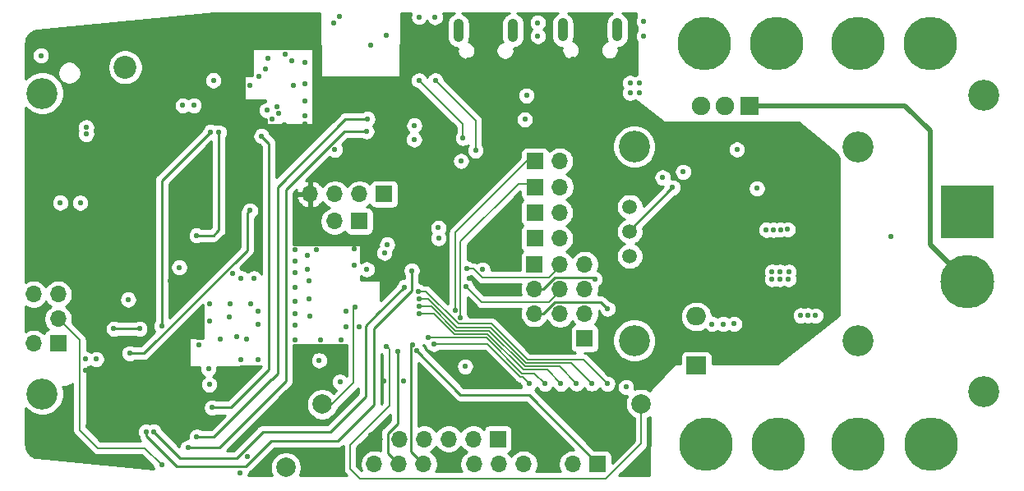
<source format=gbl>
G04 #@! TF.GenerationSoftware,KiCad,Pcbnew,(5.1.6)-1*
G04 #@! TF.CreationDate,2022-01-03T12:18:26+01:00*
G04 #@! TF.ProjectId,CURSO_PCB_DRONE,43555253-4f5f-4504-9342-5f44524f4e45,rev?*
G04 #@! TF.SameCoordinates,Original*
G04 #@! TF.FileFunction,Copper,L4,Bot*
G04 #@! TF.FilePolarity,Positive*
%FSLAX46Y46*%
G04 Gerber Fmt 4.6, Leading zero omitted, Abs format (unit mm)*
G04 Created by KiCad (PCBNEW (5.1.6)-1) date 2022-01-03 12:18:26*
%MOMM*%
%LPD*%
G01*
G04 APERTURE LIST*
G04 #@! TA.AperFunction,WasherPad*
%ADD10C,3.200000*%
G04 #@! TD*
G04 #@! TA.AperFunction,ComponentPad*
%ADD11O,1.100000X2.400000*%
G04 #@! TD*
G04 #@! TA.AperFunction,ComponentPad*
%ADD12C,5.500000*%
G04 #@! TD*
G04 #@! TA.AperFunction,ComponentPad*
%ADD13O,1.700000X1.700000*%
G04 #@! TD*
G04 #@! TA.AperFunction,ComponentPad*
%ADD14R,1.700000X1.700000*%
G04 #@! TD*
G04 #@! TA.AperFunction,ComponentPad*
%ADD15C,1.500000*%
G04 #@! TD*
G04 #@! TA.AperFunction,ComponentPad*
%ADD16C,2.362200*%
G04 #@! TD*
G04 #@! TA.AperFunction,ComponentPad*
%ADD17C,2.552700*%
G04 #@! TD*
G04 #@! TA.AperFunction,ComponentPad*
%ADD18C,5.516000*%
G04 #@! TD*
G04 #@! TA.AperFunction,ComponentPad*
%ADD19R,5.516000X5.516000*%
G04 #@! TD*
G04 #@! TA.AperFunction,ComponentPad*
%ADD20C,2.000000*%
G04 #@! TD*
G04 #@! TA.AperFunction,ComponentPad*
%ADD21C,1.900000*%
G04 #@! TD*
G04 #@! TA.AperFunction,ComponentPad*
%ADD22R,1.900000X1.900000*%
G04 #@! TD*
G04 #@! TA.AperFunction,ComponentPad*
%ADD23O,2.000000X1.905000*%
G04 #@! TD*
G04 #@! TA.AperFunction,ComponentPad*
%ADD24R,2.000000X1.905000*%
G04 #@! TD*
G04 #@! TA.AperFunction,ViaPad*
%ADD25C,0.550000*%
G04 #@! TD*
G04 #@! TA.AperFunction,Conductor*
%ADD26C,0.200000*%
G04 #@! TD*
G04 #@! TA.AperFunction,Conductor*
%ADD27C,0.150000*%
G04 #@! TD*
G04 #@! TA.AperFunction,Conductor*
%ADD28C,0.500000*%
G04 #@! TD*
G04 #@! TA.AperFunction,Conductor*
%ADD29C,0.261112*%
G04 #@! TD*
G04 #@! TA.AperFunction,Conductor*
%ADD30C,0.254000*%
G04 #@! TD*
G04 APERTURE END LIST*
D10*
X143340240Y-99348360D03*
X143340240Y-79348360D03*
X179348240Y-104598360D03*
X179348240Y-74098360D03*
X82340240Y-73848360D03*
X82340240Y-104848360D03*
D11*
X135955000Y-67310000D03*
X141605000Y-67310000D03*
X130845000Y-67360000D03*
X125195000Y-67360000D03*
D12*
X150703280Y-110058200D03*
X150510240Y-68742560D03*
X166400480Y-110042960D03*
X166364920Y-68737480D03*
X173868080Y-68722240D03*
X173908720Y-110058200D03*
X158190000Y-110040000D03*
X158020000Y-68750000D03*
D13*
X109950000Y-84260000D03*
X112490000Y-84260000D03*
X115030000Y-84260000D03*
D14*
X117570000Y-84260000D03*
D13*
X81445100Y-94576900D03*
X83985100Y-94576900D03*
X81445100Y-97116900D03*
X83985100Y-97116900D03*
X81445100Y-99656900D03*
D14*
X83985100Y-99656900D03*
D15*
X142860000Y-93190000D03*
X142860000Y-90650000D03*
X142860000Y-88110000D03*
X142860000Y-85570000D03*
D10*
X143360000Y-99380000D03*
X143360000Y-79380000D03*
X166360000Y-79380000D03*
X166360000Y-99380000D03*
D13*
X116550000Y-112100000D03*
X119090000Y-112100000D03*
X121630000Y-112100000D03*
D14*
X124170000Y-112100000D03*
X114990880Y-87050880D03*
D13*
X112450880Y-87050880D03*
X109910880Y-87050880D03*
X135686800Y-91516200D03*
X138226800Y-91516200D03*
X135686800Y-94056200D03*
X138226800Y-94056200D03*
X135686800Y-96596200D03*
X138226800Y-96596200D03*
X135686800Y-99136200D03*
D14*
X138226800Y-99136200D03*
D13*
X116580000Y-109500000D03*
X119120000Y-109500000D03*
X121660000Y-109500000D03*
X124200000Y-109500000D03*
X126740000Y-109500000D03*
D14*
X129280000Y-109500000D03*
X133101080Y-80848200D03*
D13*
X135641080Y-80848200D03*
X138181080Y-80848200D03*
D14*
X133101080Y-86166960D03*
D13*
X135641080Y-86166960D03*
X138181080Y-86166960D03*
X126842520Y-112100360D03*
X129382520Y-112100360D03*
X131922520Y-112100360D03*
X134462520Y-112100360D03*
X137002520Y-112100360D03*
D14*
X139542520Y-112100360D03*
D13*
X133035040Y-99115880D03*
X133035040Y-96575880D03*
X133035040Y-94035880D03*
D14*
X133035040Y-91495880D03*
D13*
X138186160Y-83510120D03*
X135646160Y-83510120D03*
D14*
X133106160Y-83510120D03*
D13*
X138176000Y-88828880D03*
X135636000Y-88828880D03*
D14*
X133096000Y-88828880D03*
D16*
X90880000Y-71170000D03*
D17*
X93420000Y-68630000D03*
X88340000Y-68630000D03*
X88340000Y-73710000D03*
X93420000Y-73710000D03*
D18*
X177620000Y-93290000D03*
D19*
X177620000Y-86090000D03*
D20*
X111180000Y-105930000D03*
X111180000Y-112430000D03*
X107447080Y-105949680D03*
X107447080Y-112449680D03*
X144030000Y-105880000D03*
X144030000Y-112380000D03*
D21*
X150204800Y-75133200D03*
X152704800Y-75133200D03*
D22*
X155204800Y-75133200D03*
D23*
X149730000Y-96860000D03*
X149730000Y-99400000D03*
D24*
X149730000Y-101940000D03*
D25*
X109397800Y-76212700D03*
X104533700Y-101346000D03*
X128370000Y-90510000D03*
X118540000Y-91640000D03*
X115700000Y-89860000D03*
X116380000Y-89340000D03*
X87850000Y-102410000D03*
X86770000Y-102420000D03*
X91020000Y-103890000D03*
X97410000Y-103090000D03*
X97430000Y-104680000D03*
X91840000Y-96650000D03*
X89250000Y-96410000D03*
X86230000Y-82910000D03*
X84240000Y-82910000D03*
X97980000Y-73970000D03*
X96810000Y-73970000D03*
X113830000Y-79940000D03*
X155475800Y-80260880D03*
X151605800Y-84870880D03*
X151575800Y-80960880D03*
X104550031Y-74799945D03*
X109677200Y-90601800D03*
X109689900Y-91998800D03*
X109855000Y-95072200D03*
X109880400Y-96837500D03*
X114998500Y-97942400D03*
X110578900Y-89954100D03*
X113614200Y-96296480D03*
X111023400Y-99285002D03*
X109804200Y-93154500D03*
X113614200Y-97942400D03*
X113122498Y-99285002D03*
X108360801Y-95309099D03*
X108371640Y-93868240D03*
X108360801Y-96613301D03*
X108360801Y-97772899D03*
X101625400Y-96901000D03*
X102362000Y-98920300D03*
X100661459Y-99226359D03*
X103350988Y-99166319D03*
X103797100Y-95542100D03*
X99594998Y-97383600D03*
X98512041Y-99820141D03*
X102811149Y-101328464D03*
X101688900Y-95542100D03*
X104560010Y-96305010D03*
X104560010Y-97700190D03*
X112382300Y-66636900D03*
X117817900Y-67919600D03*
X106718100Y-75920600D03*
X106502200Y-75209400D03*
X108242100Y-73063100D03*
X108013500Y-70485000D03*
X109410500Y-70662800D03*
X105613200Y-70218300D03*
X103748191Y-73001491D03*
X105371900Y-71374000D03*
X106019600Y-76542900D03*
X109397800Y-74676000D03*
X109397800Y-72898000D03*
X107400410Y-69789990D03*
X104624491Y-72125191D03*
X126238000Y-70383400D03*
X126238000Y-71170800D03*
X136994900Y-70358000D03*
X136982200Y-71158100D03*
X136017000Y-74079100D03*
X120789700Y-75209400D03*
X128816100Y-76657200D03*
X116154200Y-79032100D03*
X97751900Y-89763600D03*
X107099100Y-79565500D03*
X107111800Y-80848200D03*
X104457500Y-83388200D03*
X82613500Y-91084400D03*
X90944700Y-91020900D03*
X90957400Y-79438500D03*
X82613500Y-79387700D03*
X103441500Y-111277400D03*
X87452200Y-104101900D03*
X97002600Y-72910700D03*
X99834700Y-76238100D03*
X97523300Y-76606400D03*
X101141588Y-72041788D03*
X105194100Y-67322700D03*
X105168700Y-68402200D03*
X100126800Y-70408800D03*
X98729800Y-71678800D03*
X95199200Y-70078600D03*
X95973900Y-69291200D03*
X96774000Y-68465700D03*
X98005900Y-68389500D03*
X95123000Y-72275700D03*
X96253300Y-72034400D03*
X97193100Y-71170800D03*
X98145600Y-70472300D03*
X96761300Y-66738500D03*
X97980500Y-66713100D03*
X99504500Y-66713100D03*
X101079300Y-66700400D03*
X102463600Y-66675000D03*
X110515400Y-70637400D03*
X110540800Y-72898000D03*
X110515400Y-74701400D03*
X110540800Y-75857100D03*
X107276900Y-77114400D03*
X109385100Y-77063600D03*
X110540800Y-77089000D03*
X95313500Y-75247500D03*
X95313500Y-76390500D03*
X93014800Y-76403200D03*
X90855800Y-73710800D03*
X90995500Y-76428600D03*
X110528100Y-68364100D03*
X110502700Y-65760600D03*
X110502700Y-67081400D03*
X110528100Y-69621400D03*
X110578900Y-71818500D03*
X110578900Y-73812400D03*
X107289600Y-107226100D03*
X126334520Y-92948760D03*
X121533920Y-82544920D03*
X112537240Y-101991160D03*
X113588800Y-101970840D03*
X114594640Y-105003600D03*
X157053280Y-80421480D03*
X158191200Y-80426560D03*
X125070434Y-100614734D03*
X158175960Y-83764120D03*
X117490001Y-103515160D03*
X127655320Y-103662480D03*
X150581360Y-81051400D03*
X151297640Y-93827600D03*
X152455880Y-92903040D03*
X153751280Y-91907360D03*
X156342080Y-91922600D03*
X153334720Y-89306400D03*
X155188920Y-89311480D03*
X154274520Y-88148160D03*
X161742120Y-88153240D03*
X162610800Y-89301320D03*
X161701480Y-90474800D03*
X144759680Y-103489760D03*
X156103320Y-82084706D03*
X116179600Y-68910200D03*
X88341880Y-77953600D03*
X85381880Y-77963600D03*
X82016600Y-108168440D03*
X83677760Y-108168440D03*
X85308440Y-108163360D03*
X87020400Y-108168440D03*
X83941920Y-70215760D03*
X108371640Y-99278440D03*
X108361480Y-89936320D03*
X108361480Y-91150440D03*
X108361480Y-92364560D03*
X114482880Y-89916000D03*
X114473929Y-91586111D03*
X99598480Y-95539560D03*
X132521960Y-110225840D03*
X134132320Y-110225840D03*
X135752840Y-110230920D03*
X140634720Y-110251240D03*
X95514160Y-93223080D03*
X126593600Y-103642160D03*
X119385080Y-89133680D03*
X104914700Y-77139800D03*
X112979200Y-65953640D03*
X169773600Y-88607900D03*
X112490000Y-79670000D03*
X133400800Y-67945000D03*
X133388100Y-66573400D03*
X132219700Y-74079100D03*
X121163080Y-65984120D03*
X122801380Y-65996820D03*
X120665240Y-77160120D03*
X120644920Y-78618080D03*
X142890240Y-72806560D03*
X143865600Y-72806560D03*
X143865600Y-73781920D03*
X142890240Y-73802240D03*
X125484831Y-80839460D03*
X144322800Y-67990720D03*
X144322800Y-66441320D03*
X86790000Y-101250000D03*
X87890000Y-101270000D03*
X99460000Y-102280000D03*
X99540000Y-103880000D03*
X102831900Y-92925900D03*
X101977393Y-92388893D03*
X104127300Y-92938600D03*
X96460000Y-91804800D03*
X102704900Y-113030000D03*
X151343360Y-97642680D03*
X152481280Y-97642680D03*
X153629360Y-97637600D03*
X127690000Y-92040000D03*
X115770000Y-92010000D03*
X117590000Y-90310000D03*
X117880000Y-89440000D03*
X91190000Y-95120000D03*
X86861880Y-77353600D03*
X86862920Y-78064360D03*
X86250000Y-85140000D03*
X84200000Y-85130000D03*
X97950000Y-75100000D03*
X96820000Y-75110000D03*
X132054600Y-76555600D03*
X105486200Y-75603100D03*
X99961700Y-72517000D03*
X123159520Y-87726520D03*
X123164600Y-88803480D03*
X110865920Y-101391720D03*
X113004600Y-103606600D03*
X125907800Y-102026720D03*
X119562880Y-103545640D03*
X146248120Y-82544920D03*
X148366480Y-81955640D03*
X155959121Y-83662026D03*
X157525720Y-92262960D03*
X158343600Y-92252800D03*
X159242760Y-92252800D03*
X157515560Y-93019880D03*
X158343600Y-93019880D03*
X159227520Y-93019880D03*
X160477200Y-96768920D03*
X161213800Y-96768920D03*
X162001200Y-96779080D03*
X156931360Y-87924640D03*
X157667960Y-87924640D03*
X158414720Y-87914480D03*
X159125920Y-87899240D03*
X82199480Y-69956680D03*
X142483840Y-104150160D03*
X153903680Y-79649320D03*
X94630000Y-112166160D03*
X114589560Y-95915480D03*
X117810280Y-99984560D03*
X126974600Y-79756000D03*
X122829320Y-72532240D03*
X125679200Y-78473300D03*
X121152920Y-72527160D03*
X91351100Y-100672900D03*
X103746300Y-85953600D03*
X89712800Y-98145600D03*
X92360194Y-98138694D03*
X139258040Y-93014800D03*
X140579876Y-96083120D03*
X147284440Y-83565324D03*
X118952013Y-100460813D03*
X120464786Y-99804426D03*
X125978034Y-93761560D03*
X126039880Y-91917520D03*
X124878033Y-96267473D03*
X120919240Y-100431600D03*
X125394720Y-97000000D03*
X122671840Y-99695000D03*
X132511800Y-103789480D03*
X122094193Y-99051313D03*
X134132320Y-103794560D03*
X121165432Y-96570185D03*
X135768080Y-103794560D03*
X121149418Y-95808380D03*
X137378440Y-103789480D03*
X121128976Y-95051003D03*
X138978640Y-103789480D03*
X121112280Y-94289880D03*
X140568680Y-103799640D03*
X93822520Y-108742480D03*
X119649240Y-93842840D03*
X93040200Y-108742480D03*
X120405010Y-92141040D03*
X99822000Y-106273600D03*
X104927400Y-78270100D03*
X99669600Y-77838300D03*
X94653100Y-97866200D03*
X98247200Y-88506300D03*
X100533200Y-77889100D03*
X115747800Y-77787500D03*
X97353120Y-110383320D03*
X115836700Y-76492100D03*
X98267520Y-109275880D03*
D26*
X86194999Y-99326799D02*
X86194999Y-108572399D01*
X83985100Y-97116900D02*
X86194999Y-99326799D01*
X86194999Y-108572399D02*
X88049100Y-110426500D01*
X88049100Y-110426500D02*
X92890340Y-110426500D01*
X92890340Y-110426500D02*
X94630000Y-112166160D01*
X111180000Y-105930000D02*
X112195040Y-105930000D01*
X114423499Y-96081541D02*
X114589560Y-95915480D01*
X112195040Y-105930000D02*
X114423499Y-103701541D01*
X114423499Y-103701541D02*
X114423499Y-96081541D01*
D27*
X118085279Y-100259559D02*
X118085279Y-106079881D01*
X117810280Y-99984560D02*
X118085279Y-100259559D01*
X118085279Y-106079881D02*
X114066320Y-110098840D01*
X114066320Y-112598200D02*
X115054753Y-113586633D01*
X114066320Y-110098840D02*
X114066320Y-112598200D01*
X144030000Y-109985002D02*
X144030000Y-105880000D01*
X140428369Y-113586633D02*
X144030000Y-109985002D01*
X115054753Y-113586633D02*
X140428369Y-113586633D01*
D26*
X126974600Y-76677520D02*
X126974600Y-76946760D01*
X122829320Y-72532240D02*
X126974600Y-76677520D01*
X126974600Y-76946760D02*
X126974600Y-79756000D01*
X125679200Y-77053440D02*
X125679200Y-77190600D01*
X121152920Y-72527160D02*
X125679200Y-77053440D01*
X125679200Y-77190600D02*
X125679200Y-78473300D01*
D28*
X155220040Y-75117960D02*
X155204800Y-75133200D01*
X171180760Y-75117960D02*
X155220040Y-75117960D01*
X177620000Y-93290000D02*
X173791880Y-89461880D01*
X173791880Y-77729080D02*
X171180760Y-75117960D01*
X173791880Y-89461880D02*
X173791880Y-77729080D01*
D29*
X103441500Y-86258400D02*
X103746300Y-85953600D01*
X103441500Y-90028561D02*
X103441500Y-86258400D01*
X91351100Y-100672900D02*
X92797161Y-100672900D01*
X92797161Y-100672900D02*
X103441500Y-90028561D01*
X89712800Y-98145600D02*
X92353288Y-98145600D01*
X92353288Y-98145600D02*
X92360194Y-98138694D01*
X133957676Y-94035880D02*
X133035040Y-94035880D01*
X135117913Y-92875643D02*
X133957676Y-94035880D01*
X139118883Y-92875643D02*
X135117913Y-92875643D01*
X139258040Y-93014800D02*
X139118883Y-92875643D01*
X139917313Y-95420557D02*
X140579876Y-96083120D01*
X142860000Y-87989764D02*
X142860000Y-88110000D01*
X147284440Y-83565324D02*
X142860000Y-87989764D01*
X139912399Y-95415643D02*
X139917313Y-95420557D01*
X135120132Y-95415643D02*
X139912399Y-95415643D01*
X133959895Y-96575880D02*
X135120132Y-95415643D01*
X133035040Y-96575880D02*
X133959895Y-96575880D01*
X117939443Y-110949443D02*
X119090000Y-112100000D01*
X117939443Y-108933332D02*
X117939443Y-110949443D01*
X118952013Y-107920762D02*
X117939443Y-108933332D01*
X118952013Y-100460813D02*
X118952013Y-107920762D01*
X120479443Y-99819083D02*
X120464786Y-99804426D01*
X120300557Y-99968655D02*
X120464786Y-99804426D01*
X120300557Y-110780637D02*
X120300557Y-99968655D01*
X121630000Y-112100000D02*
X120479443Y-110949443D01*
X120469363Y-110949443D02*
X120300557Y-110780637D01*
X120479443Y-110949443D02*
X120469363Y-110949443D01*
D27*
X134584999Y-95375001D02*
X135720000Y-94240000D01*
X127591475Y-95375001D02*
X134584999Y-95375001D01*
X125978034Y-93761560D02*
X127591475Y-95375001D01*
X134584999Y-92835001D02*
X135720000Y-91700000D01*
X127670999Y-92835001D02*
X134584999Y-92835001D01*
X126753518Y-91917520D02*
X127670999Y-92835001D01*
X126039880Y-91917520D02*
X126753518Y-91917520D01*
X133140000Y-80370000D02*
X132725840Y-80370000D01*
X132725840Y-80370000D02*
X124878033Y-88217807D01*
X124878033Y-88217807D02*
X124878033Y-96267473D01*
D29*
X120919240Y-100431600D02*
X125441477Y-104953837D01*
X139656606Y-112120000D02*
X132490443Y-104953837D01*
X139700000Y-112120000D02*
X139656606Y-112120000D01*
X125441477Y-104953837D02*
X132490443Y-104953837D01*
D27*
X125428034Y-96966686D02*
X125428034Y-89161326D01*
X125394720Y-97000000D02*
X125428034Y-96966686D01*
X131399360Y-83190000D02*
X133130000Y-83190000D01*
X125428034Y-89161326D02*
X131399360Y-83190000D01*
X122671840Y-99695000D02*
X128238540Y-99695000D01*
X131798048Y-103075728D02*
X132511800Y-103789480D01*
X128238540Y-99695000D02*
X131619268Y-103075728D01*
X131619268Y-103075728D02*
X131798048Y-103075728D01*
X122094193Y-99051313D02*
X128089841Y-99051313D01*
X128089841Y-99051313D02*
X131764248Y-102725720D01*
X131764248Y-102725720D02*
X132458960Y-102725720D01*
X132458960Y-102725720D02*
X133063480Y-102725720D01*
X133063480Y-102725720D02*
X134132320Y-103794560D01*
X121165432Y-96570185D02*
X122665939Y-96570185D01*
X122665939Y-96570185D02*
X124773224Y-98677470D01*
X128210986Y-98677470D02*
X131909226Y-102375710D01*
X124773224Y-98677470D02*
X128210986Y-98677470D01*
X131909226Y-102375710D02*
X133795510Y-102375710D01*
X133795510Y-102375710D02*
X134349230Y-102375710D01*
X134349230Y-102375710D02*
X135768080Y-103794560D01*
X122399122Y-95808380D02*
X124918202Y-98327460D01*
X121149418Y-95808380D02*
X122399122Y-95808380D01*
X128355964Y-98327460D02*
X132054204Y-102025700D01*
X124918202Y-98327460D02*
X128355964Y-98327460D01*
X132054204Y-102025700D02*
X135055860Y-102025700D01*
X135055860Y-102025700D02*
X135614660Y-102025700D01*
X135614660Y-102025700D02*
X137378440Y-103789480D01*
X132199182Y-101675690D02*
X128500942Y-97977450D01*
X138978640Y-103789480D02*
X136864850Y-101675690D01*
X122136733Y-95051003D02*
X121128976Y-95051003D01*
X125063180Y-97977450D02*
X122136733Y-95051003D01*
X136864850Y-101675690D02*
X132199182Y-101675690D01*
X128500942Y-97977450D02*
X125063180Y-97977450D01*
X121870598Y-94289880D02*
X125208158Y-97627440D01*
X121112280Y-94289880D02*
X121870598Y-94289880D01*
X125208158Y-97627440D02*
X128645920Y-97627440D01*
X128645920Y-97627440D02*
X132344160Y-101325680D01*
X132344160Y-101325680D02*
X137607040Y-101325680D01*
X137607040Y-101325680D02*
X138094720Y-101325680D01*
X138094720Y-101325680D02*
X140568680Y-103799640D01*
D29*
X96565720Y-111485680D02*
X93822520Y-108742480D01*
X102336995Y-111485680D02*
X96565720Y-111485680D01*
X105059875Y-108762800D02*
X102336995Y-111485680D01*
X112019080Y-108762800D02*
X105059875Y-108762800D01*
X115614217Y-105177823D02*
X115604057Y-105177823D01*
X119649240Y-93842840D02*
X116884443Y-96607637D01*
X116884443Y-96607637D02*
X116884443Y-96617797D01*
X116884443Y-96617797D02*
X115656360Y-97845880D01*
X115656360Y-105125520D02*
X115521740Y-105260140D01*
X115656360Y-97845880D02*
X115656360Y-105125520D01*
X115604057Y-105177823D02*
X115521740Y-105260140D01*
X115521740Y-105260140D02*
X112019080Y-108762800D01*
X93040200Y-108742480D02*
X93040200Y-109184440D01*
X93040200Y-109184440D02*
X96169480Y-112313720D01*
X103301405Y-112313720D02*
X105937925Y-109677200D01*
X96169480Y-112313720D02*
X103301405Y-112313720D01*
X105937925Y-109677200D02*
X112811560Y-109677200D01*
X116519960Y-105968800D02*
X116484400Y-106004360D01*
X116519960Y-98094800D02*
X116519960Y-105968800D01*
X118093963Y-96520797D02*
X116519960Y-98094800D01*
X112811560Y-109677200D02*
X116484400Y-106004360D01*
X120405010Y-94211344D02*
X118095557Y-96520797D01*
X120405010Y-92141040D02*
X120405010Y-94211344D01*
X118095557Y-96520797D02*
X118093963Y-96520797D01*
X105714800Y-83749275D02*
X105714800Y-102323900D01*
X105714800Y-102323900D02*
X101765100Y-106273600D01*
X101765100Y-106273600D02*
X99822000Y-106273600D01*
X105714800Y-79057500D02*
X104927400Y-78270100D01*
X105714800Y-83749275D02*
X105714800Y-79057500D01*
X99669600Y-77838300D02*
X94653100Y-82854800D01*
X94653100Y-82854800D02*
X94653100Y-97866200D01*
X99979556Y-88506300D02*
X98247200Y-88506300D01*
X100533200Y-87952656D02*
X100383378Y-88102478D01*
X100533200Y-77889100D02*
X100533200Y-87952656D01*
X100383378Y-88102478D02*
X99979556Y-88506300D01*
X113476275Y-77787500D02*
X115747800Y-77787500D01*
X107035600Y-103924100D02*
X107048300Y-103924100D01*
X107461938Y-103510462D02*
X107461938Y-83801838D01*
X107048300Y-103924100D02*
X107461938Y-103510462D01*
X107461938Y-83801838D02*
X113476275Y-77787500D01*
X100576380Y-110383320D02*
X100585270Y-110374430D01*
X97353120Y-110383320D02*
X100576380Y-110383320D01*
X100585270Y-110374430D02*
X107035600Y-103924100D01*
X115836700Y-76492100D02*
X113588800Y-76492100D01*
X105968800Y-103339900D02*
X105981500Y-103339900D01*
X106565700Y-102755700D02*
X106565700Y-83515200D01*
X105981500Y-103339900D02*
X106565700Y-102755700D01*
X113588800Y-76492100D02*
X106565700Y-83515200D01*
X100032820Y-109275880D02*
X100041710Y-109266990D01*
X98267520Y-109275880D02*
X100032820Y-109275880D01*
X105968800Y-103339900D02*
X100041710Y-109266990D01*
D30*
G36*
X144908903Y-113245801D02*
G01*
X141775303Y-113243790D01*
X144507389Y-110511705D01*
X144534474Y-110489477D01*
X144556704Y-110462390D01*
X144556707Y-110462387D01*
X144623199Y-110381367D01*
X144633659Y-110361798D01*
X144689128Y-110258022D01*
X144729727Y-110124186D01*
X144740000Y-110019879D01*
X144740000Y-110019878D01*
X144743435Y-109985003D01*
X144740000Y-109950128D01*
X144740000Y-107355620D01*
X144804463Y-107328918D01*
X144928163Y-107246264D01*
X144908903Y-113245801D01*
G37*
X144908903Y-113245801D02*
X141775303Y-113243790D01*
X144507389Y-110511705D01*
X144534474Y-110489477D01*
X144556704Y-110462390D01*
X144556707Y-110462387D01*
X144623199Y-110381367D01*
X144633659Y-110361798D01*
X144689128Y-110258022D01*
X144729727Y-110124186D01*
X144740000Y-110019879D01*
X144740000Y-110019878D01*
X144743435Y-109985003D01*
X144740000Y-109950128D01*
X144740000Y-107355620D01*
X144804463Y-107328918D01*
X144928163Y-107246264D01*
X144908903Y-113245801D01*
G36*
X113356321Y-112563315D02*
G01*
X113352885Y-112598200D01*
X113366594Y-112737384D01*
X113407192Y-112871219D01*
X113473121Y-112994563D01*
X113533552Y-113068198D01*
X113561846Y-113102675D01*
X113588936Y-113124908D01*
X113689795Y-113225766D01*
X108896600Y-113222690D01*
X109019248Y-112926592D01*
X109082080Y-112610713D01*
X109082080Y-112288647D01*
X109019248Y-111972768D01*
X108895998Y-111675217D01*
X108717067Y-111407428D01*
X108489332Y-111179693D01*
X108221543Y-111000762D01*
X107923992Y-110877512D01*
X107608113Y-110814680D01*
X107286047Y-110814680D01*
X106970168Y-110877512D01*
X106672617Y-111000762D01*
X106404828Y-111179693D01*
X106177093Y-111407428D01*
X105998162Y-111675217D01*
X105874912Y-111972768D01*
X105812080Y-112288647D01*
X105812080Y-112610713D01*
X105874912Y-112926592D01*
X105996789Y-113220829D01*
X103595076Y-113219288D01*
X103614900Y-113119627D01*
X103614900Y-113014208D01*
X103728783Y-112953336D01*
X103845354Y-112857669D01*
X103869335Y-112828448D01*
X106255029Y-110442756D01*
X112773955Y-110442756D01*
X112811560Y-110446460D01*
X112849165Y-110442756D01*
X112849168Y-110442756D01*
X112961635Y-110431679D01*
X113105943Y-110387904D01*
X113238938Y-110316816D01*
X113355509Y-110221149D01*
X113356320Y-110220161D01*
X113356321Y-112563315D01*
G37*
X113356321Y-112563315D02*
X113352885Y-112598200D01*
X113366594Y-112737384D01*
X113407192Y-112871219D01*
X113473121Y-112994563D01*
X113533552Y-113068198D01*
X113561846Y-113102675D01*
X113588936Y-113124908D01*
X113689795Y-113225766D01*
X108896600Y-113222690D01*
X109019248Y-112926592D01*
X109082080Y-112610713D01*
X109082080Y-112288647D01*
X109019248Y-111972768D01*
X108895998Y-111675217D01*
X108717067Y-111407428D01*
X108489332Y-111179693D01*
X108221543Y-111000762D01*
X107923992Y-110877512D01*
X107608113Y-110814680D01*
X107286047Y-110814680D01*
X106970168Y-110877512D01*
X106672617Y-111000762D01*
X106404828Y-111179693D01*
X106177093Y-111407428D01*
X105998162Y-111675217D01*
X105874912Y-111972768D01*
X105812080Y-112288647D01*
X105812080Y-112610713D01*
X105874912Y-112926592D01*
X105996789Y-113220829D01*
X103595076Y-113219288D01*
X103614900Y-113119627D01*
X103614900Y-113014208D01*
X103728783Y-112953336D01*
X103845354Y-112857669D01*
X103869335Y-112828448D01*
X106255029Y-110442756D01*
X112773955Y-110442756D01*
X112811560Y-110446460D01*
X112849165Y-110442756D01*
X112849168Y-110442756D01*
X112961635Y-110431679D01*
X113105943Y-110387904D01*
X113238938Y-110316816D01*
X113355509Y-110221149D01*
X113356320Y-110220161D01*
X113356321Y-112563315D01*
G36*
X125586525Y-110446632D02*
G01*
X125793368Y-110653475D01*
X126036589Y-110815990D01*
X126070663Y-110830104D01*
X125895888Y-110946885D01*
X125689045Y-111153728D01*
X125526530Y-111396949D01*
X125414588Y-111667202D01*
X125357520Y-111954100D01*
X125357520Y-112246620D01*
X125414588Y-112533518D01*
X125526530Y-112803771D01*
X125575215Y-112876633D01*
X122897065Y-112876633D01*
X122945990Y-112803411D01*
X123057932Y-112533158D01*
X123115000Y-112246260D01*
X123115000Y-111953740D01*
X123057932Y-111666842D01*
X122945990Y-111396589D01*
X122783475Y-111153368D01*
X122576632Y-110946525D01*
X122372342Y-110810023D01*
X122606632Y-110653475D01*
X122813475Y-110446632D01*
X122930000Y-110272240D01*
X123046525Y-110446632D01*
X123253368Y-110653475D01*
X123496589Y-110815990D01*
X123766842Y-110927932D01*
X124053740Y-110985000D01*
X124346260Y-110985000D01*
X124633158Y-110927932D01*
X124903411Y-110815990D01*
X125146632Y-110653475D01*
X125353475Y-110446632D01*
X125470000Y-110272240D01*
X125586525Y-110446632D01*
G37*
X125586525Y-110446632D02*
X125793368Y-110653475D01*
X126036589Y-110815990D01*
X126070663Y-110830104D01*
X125895888Y-110946885D01*
X125689045Y-111153728D01*
X125526530Y-111396949D01*
X125414588Y-111667202D01*
X125357520Y-111954100D01*
X125357520Y-112246620D01*
X125414588Y-112533518D01*
X125526530Y-112803771D01*
X125575215Y-112876633D01*
X122897065Y-112876633D01*
X122945990Y-112803411D01*
X123057932Y-112533158D01*
X123115000Y-112246260D01*
X123115000Y-111953740D01*
X123057932Y-111666842D01*
X122945990Y-111396589D01*
X122783475Y-111153368D01*
X122576632Y-110946525D01*
X122372342Y-110810023D01*
X122606632Y-110653475D01*
X122813475Y-110446632D01*
X122930000Y-110272240D01*
X123046525Y-110446632D01*
X123253368Y-110653475D01*
X123496589Y-110815990D01*
X123766842Y-110927932D01*
X124053740Y-110985000D01*
X124346260Y-110985000D01*
X124633158Y-110927932D01*
X124903411Y-110815990D01*
X125146632Y-110653475D01*
X125353475Y-110446632D01*
X125470000Y-110272240D01*
X125586525Y-110446632D01*
G36*
X124873552Y-105468571D02*
G01*
X124897528Y-105497786D01*
X124950700Y-105541423D01*
X125014098Y-105593453D01*
X125085186Y-105631450D01*
X125147094Y-105664541D01*
X125291402Y-105708316D01*
X125403869Y-105719393D01*
X125403872Y-105719393D01*
X125441477Y-105723097D01*
X125479082Y-105719393D01*
X132173341Y-105719393D01*
X137069307Y-110615360D01*
X136856260Y-110615360D01*
X136569362Y-110672428D01*
X136299109Y-110784370D01*
X136055888Y-110946885D01*
X135849045Y-111153728D01*
X135686530Y-111396949D01*
X135574588Y-111667202D01*
X135517520Y-111954100D01*
X135517520Y-112246620D01*
X135574588Y-112533518D01*
X135686530Y-112803771D01*
X135735215Y-112876633D01*
X133189825Y-112876633D01*
X133238510Y-112803771D01*
X133350452Y-112533518D01*
X133407520Y-112246620D01*
X133407520Y-111954100D01*
X133350452Y-111667202D01*
X133238510Y-111396949D01*
X133075995Y-111153728D01*
X132869152Y-110946885D01*
X132625931Y-110784370D01*
X132355678Y-110672428D01*
X132068780Y-110615360D01*
X131776260Y-110615360D01*
X131489362Y-110672428D01*
X131219109Y-110784370D01*
X130975888Y-110946885D01*
X130769045Y-111153728D01*
X130652520Y-111328120D01*
X130535995Y-111153728D01*
X130333967Y-110951700D01*
X130374180Y-110939502D01*
X130484494Y-110880537D01*
X130581185Y-110801185D01*
X130660537Y-110704494D01*
X130719502Y-110594180D01*
X130755812Y-110474482D01*
X130768072Y-110350000D01*
X130768072Y-108650000D01*
X130755812Y-108525518D01*
X130719502Y-108405820D01*
X130660537Y-108295506D01*
X130581185Y-108198815D01*
X130484494Y-108119463D01*
X130374180Y-108060498D01*
X130254482Y-108024188D01*
X130130000Y-108011928D01*
X128430000Y-108011928D01*
X128305518Y-108024188D01*
X128185820Y-108060498D01*
X128075506Y-108119463D01*
X127978815Y-108198815D01*
X127899463Y-108295506D01*
X127840498Y-108405820D01*
X127818487Y-108478380D01*
X127686632Y-108346525D01*
X127443411Y-108184010D01*
X127173158Y-108072068D01*
X126886260Y-108015000D01*
X126593740Y-108015000D01*
X126306842Y-108072068D01*
X126036589Y-108184010D01*
X125793368Y-108346525D01*
X125586525Y-108553368D01*
X125470000Y-108727760D01*
X125353475Y-108553368D01*
X125146632Y-108346525D01*
X124903411Y-108184010D01*
X124633158Y-108072068D01*
X124346260Y-108015000D01*
X124053740Y-108015000D01*
X123766842Y-108072068D01*
X123496589Y-108184010D01*
X123253368Y-108346525D01*
X123046525Y-108553368D01*
X122930000Y-108727760D01*
X122813475Y-108553368D01*
X122606632Y-108346525D01*
X122363411Y-108184010D01*
X122093158Y-108072068D01*
X121806260Y-108015000D01*
X121513740Y-108015000D01*
X121226842Y-108072068D01*
X121066113Y-108138644D01*
X121066113Y-101661131D01*
X124873552Y-105468571D01*
G37*
X124873552Y-105468571D02*
X124897528Y-105497786D01*
X124950700Y-105541423D01*
X125014098Y-105593453D01*
X125085186Y-105631450D01*
X125147094Y-105664541D01*
X125291402Y-105708316D01*
X125403869Y-105719393D01*
X125403872Y-105719393D01*
X125441477Y-105723097D01*
X125479082Y-105719393D01*
X132173341Y-105719393D01*
X137069307Y-110615360D01*
X136856260Y-110615360D01*
X136569362Y-110672428D01*
X136299109Y-110784370D01*
X136055888Y-110946885D01*
X135849045Y-111153728D01*
X135686530Y-111396949D01*
X135574588Y-111667202D01*
X135517520Y-111954100D01*
X135517520Y-112246620D01*
X135574588Y-112533518D01*
X135686530Y-112803771D01*
X135735215Y-112876633D01*
X133189825Y-112876633D01*
X133238510Y-112803771D01*
X133350452Y-112533518D01*
X133407520Y-112246620D01*
X133407520Y-111954100D01*
X133350452Y-111667202D01*
X133238510Y-111396949D01*
X133075995Y-111153728D01*
X132869152Y-110946885D01*
X132625931Y-110784370D01*
X132355678Y-110672428D01*
X132068780Y-110615360D01*
X131776260Y-110615360D01*
X131489362Y-110672428D01*
X131219109Y-110784370D01*
X130975888Y-110946885D01*
X130769045Y-111153728D01*
X130652520Y-111328120D01*
X130535995Y-111153728D01*
X130333967Y-110951700D01*
X130374180Y-110939502D01*
X130484494Y-110880537D01*
X130581185Y-110801185D01*
X130660537Y-110704494D01*
X130719502Y-110594180D01*
X130755812Y-110474482D01*
X130768072Y-110350000D01*
X130768072Y-108650000D01*
X130755812Y-108525518D01*
X130719502Y-108405820D01*
X130660537Y-108295506D01*
X130581185Y-108198815D01*
X130484494Y-108119463D01*
X130374180Y-108060498D01*
X130254482Y-108024188D01*
X130130000Y-108011928D01*
X128430000Y-108011928D01*
X128305518Y-108024188D01*
X128185820Y-108060498D01*
X128075506Y-108119463D01*
X127978815Y-108198815D01*
X127899463Y-108295506D01*
X127840498Y-108405820D01*
X127818487Y-108478380D01*
X127686632Y-108346525D01*
X127443411Y-108184010D01*
X127173158Y-108072068D01*
X126886260Y-108015000D01*
X126593740Y-108015000D01*
X126306842Y-108072068D01*
X126036589Y-108184010D01*
X125793368Y-108346525D01*
X125586525Y-108553368D01*
X125470000Y-108727760D01*
X125353475Y-108553368D01*
X125146632Y-108346525D01*
X124903411Y-108184010D01*
X124633158Y-108072068D01*
X124346260Y-108015000D01*
X124053740Y-108015000D01*
X123766842Y-108072068D01*
X123496589Y-108184010D01*
X123253368Y-108346525D01*
X123046525Y-108553368D01*
X122930000Y-108727760D01*
X122813475Y-108553368D01*
X122606632Y-108346525D01*
X122363411Y-108184010D01*
X122093158Y-108072068D01*
X121806260Y-108015000D01*
X121513740Y-108015000D01*
X121226842Y-108072068D01*
X121066113Y-108138644D01*
X121066113Y-101661131D01*
X124873552Y-105468571D01*
G36*
X118186458Y-107603658D02*
G01*
X117424714Y-108365403D01*
X117395494Y-108389383D01*
X117333675Y-108464711D01*
X117299827Y-108505954D01*
X117289370Y-108525518D01*
X117228739Y-108638950D01*
X117184964Y-108783258D01*
X117173887Y-108895724D01*
X117170183Y-108933332D01*
X117173887Y-108970937D01*
X117173888Y-110751071D01*
X116983158Y-110672068D01*
X116696260Y-110615000D01*
X116403740Y-110615000D01*
X116116842Y-110672068D01*
X115846589Y-110784010D01*
X115603368Y-110946525D01*
X115396525Y-111153368D01*
X115234010Y-111396589D01*
X115122068Y-111666842D01*
X115065000Y-111953740D01*
X115065000Y-112246260D01*
X115122068Y-112533158D01*
X115204586Y-112732374D01*
X114776320Y-112304109D01*
X114776320Y-110392931D01*
X118186458Y-106982794D01*
X118186458Y-107603658D01*
G37*
X118186458Y-107603658D02*
X117424714Y-108365403D01*
X117395494Y-108389383D01*
X117333675Y-108464711D01*
X117299827Y-108505954D01*
X117289370Y-108525518D01*
X117228739Y-108638950D01*
X117184964Y-108783258D01*
X117173887Y-108895724D01*
X117170183Y-108933332D01*
X117173887Y-108970937D01*
X117173888Y-110751071D01*
X116983158Y-110672068D01*
X116696260Y-110615000D01*
X116403740Y-110615000D01*
X116116842Y-110672068D01*
X115846589Y-110784010D01*
X115603368Y-110946525D01*
X115396525Y-111153368D01*
X115234010Y-111396589D01*
X115122068Y-111666842D01*
X115065000Y-111953740D01*
X115065000Y-112246260D01*
X115122068Y-112533158D01*
X115204586Y-112732374D01*
X114776320Y-112304109D01*
X114776320Y-110392931D01*
X118186458Y-106982794D01*
X118186458Y-107603658D01*
G36*
X85460000Y-108536284D02*
G01*
X85456443Y-108572399D01*
X85470634Y-108716484D01*
X85505709Y-108832107D01*
X85512663Y-108855032D01*
X85580913Y-108982719D01*
X85672762Y-109094637D01*
X85700807Y-109117653D01*
X87503846Y-110920693D01*
X87526862Y-110948738D01*
X87638780Y-111040587D01*
X87766467Y-111108837D01*
X87898458Y-111148876D01*
X87905015Y-111150865D01*
X88049100Y-111165056D01*
X88085205Y-111161500D01*
X92585894Y-111161500D01*
X93729887Y-112305494D01*
X93754971Y-112431597D01*
X93823569Y-112597207D01*
X93829570Y-112606189D01*
X81824908Y-111434524D01*
X81553703Y-111369914D01*
X81318013Y-111262006D01*
X81107769Y-111110374D01*
X80930979Y-110920790D01*
X80794385Y-110700486D01*
X80703182Y-110457843D01*
X80657341Y-110180936D01*
X80654397Y-110092198D01*
X80654284Y-110091339D01*
X80651971Y-106320858D01*
X80915511Y-106584398D01*
X81281571Y-106828991D01*
X81688315Y-106997470D01*
X82120112Y-107083360D01*
X82560368Y-107083360D01*
X82992165Y-106997470D01*
X83398909Y-106828991D01*
X83764969Y-106584398D01*
X84076278Y-106273089D01*
X84320871Y-105907029D01*
X84489350Y-105500285D01*
X84575240Y-105068488D01*
X84575240Y-104628232D01*
X84489350Y-104196435D01*
X84451123Y-104104147D01*
X84513527Y-104116560D01*
X84752073Y-104116560D01*
X84986036Y-104070022D01*
X85206424Y-103978735D01*
X85404768Y-103846206D01*
X85459999Y-103790975D01*
X85460000Y-108536284D01*
G37*
X85460000Y-108536284D02*
X85456443Y-108572399D01*
X85470634Y-108716484D01*
X85505709Y-108832107D01*
X85512663Y-108855032D01*
X85580913Y-108982719D01*
X85672762Y-109094637D01*
X85700807Y-109117653D01*
X87503846Y-110920693D01*
X87526862Y-110948738D01*
X87638780Y-111040587D01*
X87766467Y-111108837D01*
X87898458Y-111148876D01*
X87905015Y-111150865D01*
X88049100Y-111165056D01*
X88085205Y-111161500D01*
X92585894Y-111161500D01*
X93729887Y-112305494D01*
X93754971Y-112431597D01*
X93823569Y-112597207D01*
X93829570Y-112606189D01*
X81824908Y-111434524D01*
X81553703Y-111369914D01*
X81318013Y-111262006D01*
X81107769Y-111110374D01*
X80930979Y-110920790D01*
X80794385Y-110700486D01*
X80703182Y-110457843D01*
X80657341Y-110180936D01*
X80654397Y-110092198D01*
X80654284Y-110091339D01*
X80651971Y-106320858D01*
X80915511Y-106584398D01*
X81281571Y-106828991D01*
X81688315Y-106997470D01*
X82120112Y-107083360D01*
X82560368Y-107083360D01*
X82992165Y-106997470D01*
X83398909Y-106828991D01*
X83764969Y-106584398D01*
X84076278Y-106273089D01*
X84320871Y-105907029D01*
X84489350Y-105500285D01*
X84575240Y-105068488D01*
X84575240Y-104628232D01*
X84489350Y-104196435D01*
X84451123Y-104104147D01*
X84513527Y-104116560D01*
X84752073Y-104116560D01*
X84986036Y-104070022D01*
X85206424Y-103978735D01*
X85404768Y-103846206D01*
X85459999Y-103790975D01*
X85460000Y-108536284D01*
G36*
X143558433Y-65947319D02*
G01*
X143516369Y-66010273D01*
X143447771Y-66175883D01*
X143412800Y-66351693D01*
X143412800Y-66530947D01*
X143447771Y-66706757D01*
X143516369Y-66872367D01*
X143564470Y-66944355D01*
X143567730Y-67482806D01*
X143516369Y-67559673D01*
X143447771Y-67725283D01*
X143412800Y-67901093D01*
X143412800Y-68080347D01*
X143447771Y-68256157D01*
X143516369Y-68421767D01*
X143573937Y-68507923D01*
X143594679Y-71933802D01*
X143434553Y-72000129D01*
X143377920Y-72037970D01*
X143321287Y-72000129D01*
X143155677Y-71931531D01*
X142979867Y-71896560D01*
X142800613Y-71896560D01*
X142624803Y-71931531D01*
X142459193Y-72000129D01*
X142310149Y-72099717D01*
X142183397Y-72226469D01*
X142083809Y-72375513D01*
X142015211Y-72541123D01*
X141980240Y-72716933D01*
X141980240Y-72896187D01*
X142015211Y-73071997D01*
X142083809Y-73237607D01*
X142128439Y-73304400D01*
X142083809Y-73371193D01*
X142015211Y-73536803D01*
X141980240Y-73712613D01*
X141980240Y-73891867D01*
X142015211Y-74067677D01*
X142083809Y-74233287D01*
X142183397Y-74382331D01*
X142310149Y-74509083D01*
X142459193Y-74608671D01*
X142624803Y-74677269D01*
X142800613Y-74712240D01*
X142979867Y-74712240D01*
X143155677Y-74677269D01*
X143321287Y-74608671D01*
X143393126Y-74560670D01*
X143434553Y-74588351D01*
X143600163Y-74656949D01*
X143617425Y-74660383D01*
X143620924Y-74671670D01*
X143632792Y-74693555D01*
X143648703Y-74712705D01*
X143659964Y-74722588D01*
X146408244Y-76861268D01*
X146429296Y-76874558D01*
X146452537Y-76883486D01*
X146486261Y-76888040D01*
X160266763Y-76885807D01*
X164262253Y-80155926D01*
X164379369Y-80438669D01*
X164451847Y-80547141D01*
X164426994Y-96788441D01*
X158084077Y-101777534D01*
X151368072Y-101736917D01*
X151368072Y-100987500D01*
X151355812Y-100863018D01*
X151319502Y-100743320D01*
X151260537Y-100633006D01*
X151181185Y-100536315D01*
X151084494Y-100456963D01*
X150974180Y-100397998D01*
X150854482Y-100361688D01*
X150730000Y-100349428D01*
X148730000Y-100349428D01*
X148605518Y-100361688D01*
X148485820Y-100397998D01*
X148375506Y-100456963D01*
X148278815Y-100536315D01*
X148199463Y-100633006D01*
X148140498Y-100743320D01*
X148104188Y-100863018D01*
X148091928Y-100987500D01*
X148091928Y-101717103D01*
X147579208Y-101714002D01*
X147554417Y-101716293D01*
X147530550Y-101723376D01*
X147508522Y-101734979D01*
X147485462Y-101754489D01*
X144970862Y-104457049D01*
X144955771Y-104476850D01*
X144944834Y-104499215D01*
X144939067Y-104521022D01*
X144804463Y-104431082D01*
X144506912Y-104307832D01*
X144191033Y-104245000D01*
X143868967Y-104245000D01*
X143553088Y-104307832D01*
X143364791Y-104385828D01*
X143393840Y-104239787D01*
X143393840Y-104060533D01*
X143358869Y-103884723D01*
X143290271Y-103719113D01*
X143190683Y-103570069D01*
X143063931Y-103443317D01*
X142914887Y-103343729D01*
X142749277Y-103275131D01*
X142573467Y-103240160D01*
X142394213Y-103240160D01*
X142218403Y-103275131D01*
X142052793Y-103343729D01*
X141903749Y-103443317D01*
X141776997Y-103570069D01*
X141677409Y-103719113D01*
X141608811Y-103884723D01*
X141573840Y-104060533D01*
X141573840Y-104239787D01*
X141608811Y-104415597D01*
X141677409Y-104581207D01*
X141776997Y-104730251D01*
X141903749Y-104857003D01*
X142052793Y-104956591D01*
X142218403Y-105025189D01*
X142394213Y-105060160D01*
X142573467Y-105060160D01*
X142617217Y-105051458D01*
X142581082Y-105105537D01*
X142457832Y-105403088D01*
X142395000Y-105718967D01*
X142395000Y-106041033D01*
X142457832Y-106356912D01*
X142581082Y-106654463D01*
X142760013Y-106922252D01*
X142987748Y-107149987D01*
X143255537Y-107328918D01*
X143320001Y-107355620D01*
X143320000Y-109690910D01*
X141030592Y-111980319D01*
X141030592Y-111250360D01*
X141018332Y-111125878D01*
X140982022Y-111006180D01*
X140923057Y-110895866D01*
X140843705Y-110799175D01*
X140747014Y-110719823D01*
X140636700Y-110660858D01*
X140517002Y-110624548D01*
X140392520Y-110612288D01*
X139231553Y-110612288D01*
X133103739Y-104484475D01*
X133218643Y-104369571D01*
X133318231Y-104220527D01*
X133321008Y-104213823D01*
X133325889Y-104225607D01*
X133425477Y-104374651D01*
X133552229Y-104501403D01*
X133701273Y-104600991D01*
X133866883Y-104669589D01*
X134042693Y-104704560D01*
X134221947Y-104704560D01*
X134397757Y-104669589D01*
X134563367Y-104600991D01*
X134712411Y-104501403D01*
X134839163Y-104374651D01*
X134938751Y-104225607D01*
X134950200Y-104197967D01*
X134961649Y-104225607D01*
X135061237Y-104374651D01*
X135187989Y-104501403D01*
X135337033Y-104600991D01*
X135502643Y-104669589D01*
X135678453Y-104704560D01*
X135857707Y-104704560D01*
X136033517Y-104669589D01*
X136199127Y-104600991D01*
X136348171Y-104501403D01*
X136474923Y-104374651D01*
X136574511Y-104225607D01*
X136574852Y-104224783D01*
X136671597Y-104369571D01*
X136798349Y-104496323D01*
X136947393Y-104595911D01*
X137113003Y-104664509D01*
X137288813Y-104699480D01*
X137468067Y-104699480D01*
X137643877Y-104664509D01*
X137809487Y-104595911D01*
X137958531Y-104496323D01*
X138085283Y-104369571D01*
X138178540Y-104230002D01*
X138271797Y-104369571D01*
X138398549Y-104496323D01*
X138547593Y-104595911D01*
X138713203Y-104664509D01*
X138889013Y-104699480D01*
X139068267Y-104699480D01*
X139244077Y-104664509D01*
X139409687Y-104595911D01*
X139558731Y-104496323D01*
X139685483Y-104369571D01*
X139770266Y-104242685D01*
X139861837Y-104379731D01*
X139988589Y-104506483D01*
X140137633Y-104606071D01*
X140303243Y-104674669D01*
X140479053Y-104709640D01*
X140658307Y-104709640D01*
X140834117Y-104674669D01*
X140999727Y-104606071D01*
X141148771Y-104506483D01*
X141275523Y-104379731D01*
X141375111Y-104230687D01*
X141443709Y-104065077D01*
X141478680Y-103889267D01*
X141478680Y-103710013D01*
X141443709Y-103534203D01*
X141375111Y-103368593D01*
X141275523Y-103219549D01*
X141148771Y-103092797D01*
X140999727Y-102993209D01*
X140834117Y-102924611D01*
X140663879Y-102890748D01*
X138621432Y-100848301D01*
X138599195Y-100821205D01*
X138491083Y-100732480D01*
X138367740Y-100666552D01*
X138233904Y-100625953D01*
X138216836Y-100624272D01*
X139076800Y-100624272D01*
X139201282Y-100612012D01*
X139320980Y-100575702D01*
X139431294Y-100516737D01*
X139527985Y-100437385D01*
X139607337Y-100340694D01*
X139666302Y-100230380D01*
X139702612Y-100110682D01*
X139714872Y-99986200D01*
X139714872Y-99128232D01*
X141105240Y-99128232D01*
X141105240Y-99568488D01*
X141191130Y-100000285D01*
X141359609Y-100407029D01*
X141377116Y-100433231D01*
X141379369Y-100438669D01*
X141623962Y-100804729D01*
X141935271Y-101116038D01*
X142301331Y-101360631D01*
X142708075Y-101529110D01*
X143139872Y-101615000D01*
X143580128Y-101615000D01*
X144011925Y-101529110D01*
X144418669Y-101360631D01*
X144784729Y-101116038D01*
X145096038Y-100804729D01*
X145340631Y-100438669D01*
X145509110Y-100031925D01*
X145595000Y-99600128D01*
X145595000Y-99159872D01*
X145509110Y-98728075D01*
X145340631Y-98321331D01*
X145323124Y-98295129D01*
X145320871Y-98289691D01*
X145076278Y-97923631D01*
X144764969Y-97612322D01*
X144398909Y-97367729D01*
X143992165Y-97199250D01*
X143560368Y-97113360D01*
X143120112Y-97113360D01*
X142688315Y-97199250D01*
X142281571Y-97367729D01*
X141915511Y-97612322D01*
X141604202Y-97923631D01*
X141359609Y-98289691D01*
X141191130Y-98696435D01*
X141105240Y-99128232D01*
X139714872Y-99128232D01*
X139714872Y-98286200D01*
X139702612Y-98161718D01*
X139666302Y-98042020D01*
X139607337Y-97931706D01*
X139527985Y-97835015D01*
X139431294Y-97755663D01*
X139320980Y-97696698D01*
X139248420Y-97674687D01*
X139380275Y-97542832D01*
X139542790Y-97299611D01*
X139654732Y-97029358D01*
X139711800Y-96742460D01*
X139711800Y-96449940D01*
X139673999Y-96259902D01*
X139690493Y-96276396D01*
X139704847Y-96348557D01*
X139773445Y-96514167D01*
X139873033Y-96663211D01*
X139999785Y-96789963D01*
X140148829Y-96889551D01*
X140314439Y-96958149D01*
X140490249Y-96993120D01*
X140669503Y-96993120D01*
X140845313Y-96958149D01*
X141010923Y-96889551D01*
X141055149Y-96860000D01*
X148087319Y-96860000D01*
X148117970Y-97171204D01*
X148208745Y-97470449D01*
X148356155Y-97746235D01*
X148554537Y-97987963D01*
X148796265Y-98186345D01*
X149072051Y-98333755D01*
X149371296Y-98424530D01*
X149604514Y-98447500D01*
X149855486Y-98447500D01*
X150088704Y-98424530D01*
X150387949Y-98333755D01*
X150625746Y-98206651D01*
X150636517Y-98222771D01*
X150763269Y-98349523D01*
X150912313Y-98449111D01*
X151077923Y-98517709D01*
X151253733Y-98552680D01*
X151432987Y-98552680D01*
X151608797Y-98517709D01*
X151774407Y-98449111D01*
X151912320Y-98356960D01*
X152050233Y-98449111D01*
X152215843Y-98517709D01*
X152391653Y-98552680D01*
X152570907Y-98552680D01*
X152746717Y-98517709D01*
X152912327Y-98449111D01*
X153059121Y-98351026D01*
X153198313Y-98444031D01*
X153363923Y-98512629D01*
X153539733Y-98547600D01*
X153718987Y-98547600D01*
X153894797Y-98512629D01*
X154060407Y-98444031D01*
X154209451Y-98344443D01*
X154336203Y-98217691D01*
X154435791Y-98068647D01*
X154504389Y-97903037D01*
X154539360Y-97727227D01*
X154539360Y-97547973D01*
X154504389Y-97372163D01*
X154435791Y-97206553D01*
X154336203Y-97057509D01*
X154209451Y-96930757D01*
X154060407Y-96831169D01*
X153894797Y-96762571D01*
X153718987Y-96727600D01*
X153539733Y-96727600D01*
X153363923Y-96762571D01*
X153198313Y-96831169D01*
X153051519Y-96929254D01*
X152912327Y-96836249D01*
X152746717Y-96767651D01*
X152570907Y-96732680D01*
X152391653Y-96732680D01*
X152215843Y-96767651D01*
X152050233Y-96836249D01*
X151912320Y-96928400D01*
X151774407Y-96836249D01*
X151608797Y-96767651D01*
X151432987Y-96732680D01*
X151360141Y-96732680D01*
X151354883Y-96679293D01*
X159567200Y-96679293D01*
X159567200Y-96858547D01*
X159602171Y-97034357D01*
X159670769Y-97199967D01*
X159770357Y-97349011D01*
X159897109Y-97475763D01*
X160046153Y-97575351D01*
X160211763Y-97643949D01*
X160387573Y-97678920D01*
X160566827Y-97678920D01*
X160742637Y-97643949D01*
X160845500Y-97601342D01*
X160948363Y-97643949D01*
X161124173Y-97678920D01*
X161303427Y-97678920D01*
X161479237Y-97643949D01*
X161595236Y-97595901D01*
X161735763Y-97654109D01*
X161911573Y-97689080D01*
X162090827Y-97689080D01*
X162266637Y-97654109D01*
X162432247Y-97585511D01*
X162581291Y-97485923D01*
X162708043Y-97359171D01*
X162807631Y-97210127D01*
X162876229Y-97044517D01*
X162911200Y-96868707D01*
X162911200Y-96689453D01*
X162876229Y-96513643D01*
X162807631Y-96348033D01*
X162708043Y-96198989D01*
X162581291Y-96072237D01*
X162432247Y-95972649D01*
X162266637Y-95904051D01*
X162090827Y-95869080D01*
X161911573Y-95869080D01*
X161735763Y-95904051D01*
X161619764Y-95952099D01*
X161479237Y-95893891D01*
X161303427Y-95858920D01*
X161124173Y-95858920D01*
X160948363Y-95893891D01*
X160845500Y-95936498D01*
X160742637Y-95893891D01*
X160566827Y-95858920D01*
X160387573Y-95858920D01*
X160211763Y-95893891D01*
X160046153Y-95962489D01*
X159897109Y-96062077D01*
X159770357Y-96188829D01*
X159670769Y-96337873D01*
X159602171Y-96503483D01*
X159567200Y-96679293D01*
X151354883Y-96679293D01*
X151342030Y-96548796D01*
X151251255Y-96249551D01*
X151103845Y-95973765D01*
X150905463Y-95732037D01*
X150663735Y-95533655D01*
X150387949Y-95386245D01*
X150088704Y-95295470D01*
X149855486Y-95272500D01*
X149604514Y-95272500D01*
X149371296Y-95295470D01*
X149072051Y-95386245D01*
X148796265Y-95533655D01*
X148554537Y-95732037D01*
X148356155Y-95973765D01*
X148208745Y-96249551D01*
X148117970Y-96548796D01*
X148087319Y-96860000D01*
X141055149Y-96860000D01*
X141159967Y-96789963D01*
X141286719Y-96663211D01*
X141386307Y-96514167D01*
X141454905Y-96348557D01*
X141489876Y-96172747D01*
X141489876Y-95993493D01*
X141454905Y-95817683D01*
X141386307Y-95652073D01*
X141286719Y-95503029D01*
X141159967Y-95376277D01*
X141010923Y-95276689D01*
X140845313Y-95208091D01*
X140773152Y-95193737D01*
X140485239Y-94905825D01*
X140485235Y-94905820D01*
X140480325Y-94900910D01*
X140456348Y-94871694D01*
X140339777Y-94776027D01*
X140206782Y-94704939D01*
X140062474Y-94661164D01*
X139950007Y-94650087D01*
X139950004Y-94650087D01*
X139912399Y-94646383D01*
X139874794Y-94650087D01*
X139588156Y-94650087D01*
X139654732Y-94489358D01*
X139711800Y-94202460D01*
X139711800Y-93909940D01*
X139693560Y-93818242D01*
X139838131Y-93721643D01*
X139964883Y-93594891D01*
X140064471Y-93445847D01*
X140133069Y-93280237D01*
X140168040Y-93104427D01*
X140168040Y-92930253D01*
X156605560Y-92930253D01*
X156605560Y-93109507D01*
X156640531Y-93285317D01*
X156709129Y-93450927D01*
X156808717Y-93599971D01*
X156935469Y-93726723D01*
X157084513Y-93826311D01*
X157250123Y-93894909D01*
X157425933Y-93929880D01*
X157605187Y-93929880D01*
X157780997Y-93894909D01*
X157929580Y-93833364D01*
X158078163Y-93894909D01*
X158253973Y-93929880D01*
X158433227Y-93929880D01*
X158609037Y-93894909D01*
X158774647Y-93826311D01*
X158785560Y-93819019D01*
X158796473Y-93826311D01*
X158962083Y-93894909D01*
X159137893Y-93929880D01*
X159317147Y-93929880D01*
X159492957Y-93894909D01*
X159658567Y-93826311D01*
X159807611Y-93726723D01*
X159934363Y-93599971D01*
X160033951Y-93450927D01*
X160102549Y-93285317D01*
X160137520Y-93109507D01*
X160137520Y-92930253D01*
X160102549Y-92754443D01*
X160061249Y-92654736D01*
X160117789Y-92518237D01*
X160152760Y-92342427D01*
X160152760Y-92163173D01*
X160117789Y-91987363D01*
X160049191Y-91821753D01*
X159949603Y-91672709D01*
X159822851Y-91545957D01*
X159673807Y-91446369D01*
X159508197Y-91377771D01*
X159332387Y-91342800D01*
X159153133Y-91342800D01*
X158977323Y-91377771D01*
X158811713Y-91446369D01*
X158793180Y-91458752D01*
X158774647Y-91446369D01*
X158609037Y-91377771D01*
X158433227Y-91342800D01*
X158253973Y-91342800D01*
X158078163Y-91377771D01*
X157922396Y-91442292D01*
X157791157Y-91387931D01*
X157615347Y-91352960D01*
X157436093Y-91352960D01*
X157260283Y-91387931D01*
X157094673Y-91456529D01*
X156945629Y-91556117D01*
X156818877Y-91682869D01*
X156719289Y-91831913D01*
X156650691Y-91997523D01*
X156615720Y-92173333D01*
X156615720Y-92352587D01*
X156650691Y-92528397D01*
X156692427Y-92629156D01*
X156640531Y-92754443D01*
X156605560Y-92930253D01*
X140168040Y-92930253D01*
X140168040Y-92925173D01*
X140133069Y-92749363D01*
X140064471Y-92583753D01*
X139964883Y-92434709D01*
X139838131Y-92307957D01*
X139689087Y-92208369D01*
X139568189Y-92158291D01*
X139654732Y-91949358D01*
X139711800Y-91662460D01*
X139711800Y-91369940D01*
X139654732Y-91083042D01*
X139542790Y-90812789D01*
X139380275Y-90569568D01*
X139173432Y-90362725D01*
X138930211Y-90200210D01*
X138659958Y-90088268D01*
X138373060Y-90031200D01*
X138080540Y-90031200D01*
X137793642Y-90088268D01*
X137523389Y-90200210D01*
X137280168Y-90362725D01*
X137073325Y-90569568D01*
X136956800Y-90743960D01*
X136840275Y-90569568D01*
X136633432Y-90362725D01*
X136390211Y-90200210D01*
X136298009Y-90162019D01*
X136339411Y-90144870D01*
X136582632Y-89982355D01*
X136789475Y-89775512D01*
X136951990Y-89532291D01*
X137063932Y-89262038D01*
X137121000Y-88975140D01*
X137121000Y-88682620D01*
X137063932Y-88395722D01*
X136951990Y-88125469D01*
X136789475Y-87882248D01*
X136582632Y-87675405D01*
X136339411Y-87512890D01*
X136305810Y-87498972D01*
X136344491Y-87482950D01*
X136587712Y-87320435D01*
X136794555Y-87113592D01*
X136957070Y-86870371D01*
X137069012Y-86600118D01*
X137126080Y-86313220D01*
X137126080Y-86020700D01*
X137069012Y-85733802D01*
X136957070Y-85463549D01*
X136937052Y-85433589D01*
X141475000Y-85433589D01*
X141475000Y-85706411D01*
X141528225Y-85973989D01*
X141632629Y-86226043D01*
X141784201Y-86452886D01*
X141977114Y-86645799D01*
X142203957Y-86797371D01*
X142306873Y-86840000D01*
X142203957Y-86882629D01*
X141977114Y-87034201D01*
X141784201Y-87227114D01*
X141632629Y-87453957D01*
X141528225Y-87706011D01*
X141475000Y-87973589D01*
X141475000Y-88246411D01*
X141528225Y-88513989D01*
X141632629Y-88766043D01*
X141784201Y-88992886D01*
X141977114Y-89185799D01*
X142203957Y-89337371D01*
X142306873Y-89380000D01*
X142203957Y-89422629D01*
X141977114Y-89574201D01*
X141784201Y-89767114D01*
X141632629Y-89993957D01*
X141528225Y-90246011D01*
X141475000Y-90513589D01*
X141475000Y-90786411D01*
X141528225Y-91053989D01*
X141632629Y-91306043D01*
X141784201Y-91532886D01*
X141977114Y-91725799D01*
X142203957Y-91877371D01*
X142456011Y-91981775D01*
X142723589Y-92035000D01*
X142996411Y-92035000D01*
X143263989Y-91981775D01*
X143516043Y-91877371D01*
X143742886Y-91725799D01*
X143935799Y-91532886D01*
X144087371Y-91306043D01*
X144191775Y-91053989D01*
X144245000Y-90786411D01*
X144245000Y-90513589D01*
X144191775Y-90246011D01*
X144087371Y-89993957D01*
X143935799Y-89767114D01*
X143742886Y-89574201D01*
X143516043Y-89422629D01*
X143413127Y-89380000D01*
X143516043Y-89337371D01*
X143742886Y-89185799D01*
X143935799Y-88992886D01*
X144087371Y-88766043D01*
X144191775Y-88513989D01*
X144245000Y-88246411D01*
X144245000Y-87973589D01*
X144217436Y-87835013D01*
X156021360Y-87835013D01*
X156021360Y-88014267D01*
X156056331Y-88190077D01*
X156124929Y-88355687D01*
X156224517Y-88504731D01*
X156351269Y-88631483D01*
X156500313Y-88731071D01*
X156665923Y-88799669D01*
X156841733Y-88834640D01*
X157020987Y-88834640D01*
X157196797Y-88799669D01*
X157299660Y-88757062D01*
X157402523Y-88799669D01*
X157578333Y-88834640D01*
X157757587Y-88834640D01*
X157933397Y-88799669D01*
X158053604Y-88749877D01*
X158149283Y-88789509D01*
X158325093Y-88824480D01*
X158504347Y-88824480D01*
X158680157Y-88789509D01*
X158788716Y-88744542D01*
X158860483Y-88774269D01*
X159036293Y-88809240D01*
X159215547Y-88809240D01*
X159391357Y-88774269D01*
X159556967Y-88705671D01*
X159706011Y-88606083D01*
X159832763Y-88479331D01*
X159932351Y-88330287D01*
X160000949Y-88164677D01*
X160035920Y-87988867D01*
X160035920Y-87809613D01*
X160000949Y-87633803D01*
X159932351Y-87468193D01*
X159832763Y-87319149D01*
X159706011Y-87192397D01*
X159556967Y-87092809D01*
X159391357Y-87024211D01*
X159215547Y-86989240D01*
X159036293Y-86989240D01*
X158860483Y-87024211D01*
X158751924Y-87069178D01*
X158680157Y-87039451D01*
X158504347Y-87004480D01*
X158325093Y-87004480D01*
X158149283Y-87039451D01*
X158029076Y-87089243D01*
X157933397Y-87049611D01*
X157757587Y-87014640D01*
X157578333Y-87014640D01*
X157402523Y-87049611D01*
X157299660Y-87092218D01*
X157196797Y-87049611D01*
X157020987Y-87014640D01*
X156841733Y-87014640D01*
X156665923Y-87049611D01*
X156500313Y-87118209D01*
X156351269Y-87217797D01*
X156224517Y-87344549D01*
X156124929Y-87493593D01*
X156056331Y-87659203D01*
X156021360Y-87835013D01*
X144217436Y-87835013D01*
X144197522Y-87734901D01*
X147477717Y-84454707D01*
X147549877Y-84440353D01*
X147715487Y-84371755D01*
X147864531Y-84272167D01*
X147991283Y-84145415D01*
X148090871Y-83996371D01*
X148159469Y-83830761D01*
X148194440Y-83654951D01*
X148194440Y-83572399D01*
X155049121Y-83572399D01*
X155049121Y-83751653D01*
X155084092Y-83927463D01*
X155152690Y-84093073D01*
X155252278Y-84242117D01*
X155379030Y-84368869D01*
X155528074Y-84468457D01*
X155693684Y-84537055D01*
X155869494Y-84572026D01*
X156048748Y-84572026D01*
X156224558Y-84537055D01*
X156390168Y-84468457D01*
X156539212Y-84368869D01*
X156665964Y-84242117D01*
X156765552Y-84093073D01*
X156834150Y-83927463D01*
X156869121Y-83751653D01*
X156869121Y-83572399D01*
X156834150Y-83396589D01*
X156765552Y-83230979D01*
X156665964Y-83081935D01*
X156539212Y-82955183D01*
X156390168Y-82855595D01*
X156224558Y-82786997D01*
X156048748Y-82752026D01*
X155869494Y-82752026D01*
X155693684Y-82786997D01*
X155528074Y-82855595D01*
X155379030Y-82955183D01*
X155252278Y-83081935D01*
X155152690Y-83230979D01*
X155084092Y-83396589D01*
X155049121Y-83572399D01*
X148194440Y-83572399D01*
X148194440Y-83475697D01*
X148159469Y-83299887D01*
X148090871Y-83134277D01*
X147991283Y-82985233D01*
X147864531Y-82858481D01*
X147715487Y-82758893D01*
X147549877Y-82690295D01*
X147374067Y-82655324D01*
X147194813Y-82655324D01*
X147152305Y-82663779D01*
X147158120Y-82634547D01*
X147158120Y-82455293D01*
X147123149Y-82279483D01*
X147054551Y-82113873D01*
X146954963Y-81964829D01*
X146856147Y-81866013D01*
X147456480Y-81866013D01*
X147456480Y-82045267D01*
X147491451Y-82221077D01*
X147560049Y-82386687D01*
X147659637Y-82535731D01*
X147786389Y-82662483D01*
X147935433Y-82762071D01*
X148101043Y-82830669D01*
X148276853Y-82865640D01*
X148456107Y-82865640D01*
X148631917Y-82830669D01*
X148797527Y-82762071D01*
X148946571Y-82662483D01*
X149073323Y-82535731D01*
X149172911Y-82386687D01*
X149241509Y-82221077D01*
X149276480Y-82045267D01*
X149276480Y-81866013D01*
X149241509Y-81690203D01*
X149172911Y-81524593D01*
X149073323Y-81375549D01*
X148946571Y-81248797D01*
X148797527Y-81149209D01*
X148631917Y-81080611D01*
X148456107Y-81045640D01*
X148276853Y-81045640D01*
X148101043Y-81080611D01*
X147935433Y-81149209D01*
X147786389Y-81248797D01*
X147659637Y-81375549D01*
X147560049Y-81524593D01*
X147491451Y-81690203D01*
X147456480Y-81866013D01*
X146856147Y-81866013D01*
X146828211Y-81838077D01*
X146679167Y-81738489D01*
X146513557Y-81669891D01*
X146337747Y-81634920D01*
X146158493Y-81634920D01*
X145982683Y-81669891D01*
X145817073Y-81738489D01*
X145668029Y-81838077D01*
X145541277Y-81964829D01*
X145441689Y-82113873D01*
X145373091Y-82279483D01*
X145338120Y-82455293D01*
X145338120Y-82634547D01*
X145373091Y-82810357D01*
X145441689Y-82975967D01*
X145541277Y-83125011D01*
X145668029Y-83251763D01*
X145817073Y-83351351D01*
X145982683Y-83419949D01*
X146158493Y-83454920D01*
X146312184Y-83454920D01*
X144245000Y-85522105D01*
X144245000Y-85433589D01*
X144191775Y-85166011D01*
X144087371Y-84913957D01*
X143935799Y-84687114D01*
X143742886Y-84494201D01*
X143516043Y-84342629D01*
X143263989Y-84238225D01*
X142996411Y-84185000D01*
X142723589Y-84185000D01*
X142456011Y-84238225D01*
X142203957Y-84342629D01*
X141977114Y-84494201D01*
X141784201Y-84687114D01*
X141632629Y-84913957D01*
X141528225Y-85166011D01*
X141475000Y-85433589D01*
X136937052Y-85433589D01*
X136794555Y-85220328D01*
X136587712Y-85013485D01*
X136344491Y-84850970D01*
X136317022Y-84839592D01*
X136349571Y-84826110D01*
X136592792Y-84663595D01*
X136799635Y-84456752D01*
X136962150Y-84213531D01*
X137074092Y-83943278D01*
X137131160Y-83656380D01*
X137131160Y-83363860D01*
X137074092Y-83076962D01*
X136962150Y-82806709D01*
X136799635Y-82563488D01*
X136592792Y-82356645D01*
X136349571Y-82194130D01*
X136310890Y-82178108D01*
X136344491Y-82164190D01*
X136587712Y-82001675D01*
X136794555Y-81794832D01*
X136957070Y-81551611D01*
X137069012Y-81281358D01*
X137126080Y-80994460D01*
X137126080Y-80701940D01*
X137069012Y-80415042D01*
X136957070Y-80144789D01*
X136794555Y-79901568D01*
X136587712Y-79694725D01*
X136344491Y-79532210D01*
X136074238Y-79420268D01*
X135787340Y-79363200D01*
X135494820Y-79363200D01*
X135207922Y-79420268D01*
X134937669Y-79532210D01*
X134694448Y-79694725D01*
X134562593Y-79826580D01*
X134540582Y-79754020D01*
X134481617Y-79643706D01*
X134402265Y-79547015D01*
X134305574Y-79467663D01*
X134195260Y-79408698D01*
X134075562Y-79372388D01*
X133951080Y-79360128D01*
X132251080Y-79360128D01*
X132126598Y-79372388D01*
X132006900Y-79408698D01*
X131896586Y-79467663D01*
X131799895Y-79547015D01*
X131720543Y-79643706D01*
X131661578Y-79754020D01*
X131625268Y-79873718D01*
X131613008Y-79998200D01*
X131613008Y-80478740D01*
X124400650Y-87691099D01*
X124373558Y-87713333D01*
X124284833Y-87821445D01*
X124218905Y-87944788D01*
X124178306Y-88078624D01*
X124171763Y-88145060D01*
X124164598Y-88217807D01*
X124168033Y-88252682D01*
X124168034Y-95583225D01*
X122397310Y-93812501D01*
X122375073Y-93785405D01*
X122266961Y-93696680D01*
X122143618Y-93630752D01*
X122009782Y-93590153D01*
X121905475Y-93579880D01*
X121905473Y-93579880D01*
X121870598Y-93576445D01*
X121835723Y-93579880D01*
X121687646Y-93579880D01*
X121543327Y-93483449D01*
X121377717Y-93414851D01*
X121201907Y-93379880D01*
X121170566Y-93379880D01*
X121170566Y-92633261D01*
X121211441Y-92572087D01*
X121280039Y-92406477D01*
X121315010Y-92230667D01*
X121315010Y-92051413D01*
X121280039Y-91875603D01*
X121211441Y-91709993D01*
X121111853Y-91560949D01*
X120985101Y-91434197D01*
X120836057Y-91334609D01*
X120670447Y-91266011D01*
X120494637Y-91231040D01*
X120315383Y-91231040D01*
X120139573Y-91266011D01*
X119973963Y-91334609D01*
X119824919Y-91434197D01*
X119698167Y-91560949D01*
X119598579Y-91709993D01*
X119529981Y-91875603D01*
X119495010Y-92051413D01*
X119495010Y-92230667D01*
X119529981Y-92406477D01*
X119598579Y-92572087D01*
X119639454Y-92633261D01*
X119639454Y-92932840D01*
X119559613Y-92932840D01*
X119383803Y-92967811D01*
X119218193Y-93036409D01*
X119069149Y-93135997D01*
X118942397Y-93262749D01*
X118842809Y-93411793D01*
X118774211Y-93577403D01*
X118759857Y-93649563D01*
X117210200Y-95199221D01*
X117210200Y-93225320D01*
X117207760Y-93200544D01*
X117200533Y-93176719D01*
X117188797Y-93154763D01*
X117173003Y-93135517D01*
X117153757Y-93119723D01*
X117131801Y-93107987D01*
X117107976Y-93100760D01*
X117083979Y-93098322D01*
X115139658Y-93086394D01*
X115138180Y-92665114D01*
X115189909Y-92716843D01*
X115338953Y-92816431D01*
X115504563Y-92885029D01*
X115680373Y-92920000D01*
X115859627Y-92920000D01*
X116035437Y-92885029D01*
X116201047Y-92816431D01*
X116350091Y-92716843D01*
X116476843Y-92590091D01*
X116576431Y-92441047D01*
X116645029Y-92275437D01*
X116680000Y-92099627D01*
X116680000Y-91920373D01*
X116645029Y-91744563D01*
X116576431Y-91578953D01*
X116476843Y-91429909D01*
X116350091Y-91303157D01*
X116201047Y-91203569D01*
X116035437Y-91134971D01*
X115859627Y-91100000D01*
X115680373Y-91100000D01*
X115504563Y-91134971D01*
X115338953Y-91203569D01*
X115189909Y-91303157D01*
X115133598Y-91359468D01*
X115129602Y-90220373D01*
X116680000Y-90220373D01*
X116680000Y-90399627D01*
X116714971Y-90575437D01*
X116783569Y-90741047D01*
X116883157Y-90890091D01*
X117009909Y-91016843D01*
X117158953Y-91116431D01*
X117324563Y-91185029D01*
X117500373Y-91220000D01*
X117679627Y-91220000D01*
X117855437Y-91185029D01*
X118021047Y-91116431D01*
X118170091Y-91016843D01*
X118296843Y-90890091D01*
X118396431Y-90741047D01*
X118465029Y-90575437D01*
X118500000Y-90399627D01*
X118500000Y-90220373D01*
X118481179Y-90125755D01*
X118586843Y-90020091D01*
X118686431Y-89871047D01*
X118755029Y-89705437D01*
X118790000Y-89529627D01*
X118790000Y-89350373D01*
X118755029Y-89174563D01*
X118686431Y-89008953D01*
X118586843Y-88859909D01*
X118460091Y-88733157D01*
X118311047Y-88633569D01*
X118145437Y-88564971D01*
X117969627Y-88530000D01*
X117790373Y-88530000D01*
X117614563Y-88564971D01*
X117448953Y-88633569D01*
X117299909Y-88733157D01*
X117173157Y-88859909D01*
X117073569Y-89008953D01*
X117004971Y-89174563D01*
X116970000Y-89350373D01*
X116970000Y-89529627D01*
X116988821Y-89624245D01*
X116883157Y-89729909D01*
X116783569Y-89878953D01*
X116714971Y-90044563D01*
X116680000Y-90220373D01*
X115129602Y-90220373D01*
X115127399Y-89592674D01*
X115124872Y-89567907D01*
X115117561Y-89544108D01*
X115105748Y-89522193D01*
X115089887Y-89503003D01*
X115070586Y-89487276D01*
X115048589Y-89475617D01*
X115024739Y-89468474D01*
X115000400Y-89466120D01*
X108227494Y-89466120D01*
X108227494Y-84616891D01*
X108508519Y-84616891D01*
X108605843Y-84891252D01*
X108754822Y-85141355D01*
X108949731Y-85357588D01*
X109183080Y-85531641D01*
X109445901Y-85656825D01*
X109593110Y-85701476D01*
X109823000Y-85580155D01*
X109823000Y-84387000D01*
X108629186Y-84387000D01*
X108508519Y-84616891D01*
X108227494Y-84616891D01*
X108227494Y-84118941D01*
X108544358Y-83802077D01*
X108508519Y-83903109D01*
X108629186Y-84133000D01*
X109823000Y-84133000D01*
X109823000Y-82939845D01*
X110077000Y-82939845D01*
X110077000Y-84133000D01*
X110097000Y-84133000D01*
X110097000Y-84387000D01*
X110077000Y-84387000D01*
X110077000Y-85580155D01*
X110306890Y-85701476D01*
X110454099Y-85656825D01*
X110716920Y-85531641D01*
X110950269Y-85357588D01*
X111145178Y-85141355D01*
X111214805Y-85024466D01*
X111336525Y-85206632D01*
X111543368Y-85413475D01*
X111786589Y-85575990D01*
X111958839Y-85647338D01*
X111747469Y-85734890D01*
X111504248Y-85897405D01*
X111297405Y-86104248D01*
X111134890Y-86347469D01*
X111022948Y-86617722D01*
X110965880Y-86904620D01*
X110965880Y-87197140D01*
X111022948Y-87484038D01*
X111134890Y-87754291D01*
X111297405Y-87997512D01*
X111504248Y-88204355D01*
X111747469Y-88366870D01*
X112017722Y-88478812D01*
X112304620Y-88535880D01*
X112597140Y-88535880D01*
X112884038Y-88478812D01*
X113154291Y-88366870D01*
X113397512Y-88204355D01*
X113529367Y-88072500D01*
X113551378Y-88145060D01*
X113610343Y-88255374D01*
X113689695Y-88352065D01*
X113786386Y-88431417D01*
X113896700Y-88490382D01*
X114016398Y-88526692D01*
X114140880Y-88538952D01*
X115840880Y-88538952D01*
X115965362Y-88526692D01*
X116085060Y-88490382D01*
X116195374Y-88431417D01*
X116292065Y-88352065D01*
X116371417Y-88255374D01*
X116430382Y-88145060D01*
X116466692Y-88025362D01*
X116478952Y-87900880D01*
X116478952Y-87636893D01*
X122249520Y-87636893D01*
X122249520Y-87816147D01*
X122284491Y-87991957D01*
X122353089Y-88157567D01*
X122427413Y-88268801D01*
X122358169Y-88372433D01*
X122289571Y-88538043D01*
X122254600Y-88713853D01*
X122254600Y-88893107D01*
X122289571Y-89068917D01*
X122358169Y-89234527D01*
X122457757Y-89383571D01*
X122584509Y-89510323D01*
X122733553Y-89609911D01*
X122899163Y-89678509D01*
X123074973Y-89713480D01*
X123254227Y-89713480D01*
X123430037Y-89678509D01*
X123595647Y-89609911D01*
X123744691Y-89510323D01*
X123871443Y-89383571D01*
X123971031Y-89234527D01*
X124039629Y-89068917D01*
X124074600Y-88893107D01*
X124074600Y-88713853D01*
X124039629Y-88538043D01*
X123971031Y-88372433D01*
X123896707Y-88261199D01*
X123965951Y-88157567D01*
X124034549Y-87991957D01*
X124069520Y-87816147D01*
X124069520Y-87636893D01*
X124034549Y-87461083D01*
X123965951Y-87295473D01*
X123866363Y-87146429D01*
X123739611Y-87019677D01*
X123590567Y-86920089D01*
X123424957Y-86851491D01*
X123249147Y-86816520D01*
X123069893Y-86816520D01*
X122894083Y-86851491D01*
X122728473Y-86920089D01*
X122579429Y-87019677D01*
X122452677Y-87146429D01*
X122353089Y-87295473D01*
X122284491Y-87461083D01*
X122249520Y-87636893D01*
X116478952Y-87636893D01*
X116478952Y-86200880D01*
X116466692Y-86076398D01*
X116430382Y-85956700D01*
X116371417Y-85846386D01*
X116292065Y-85749695D01*
X116195374Y-85670343D01*
X116085060Y-85611378D01*
X115965362Y-85575068D01*
X115840880Y-85562808D01*
X115753139Y-85562808D01*
X115976632Y-85413475D01*
X116108487Y-85281620D01*
X116130498Y-85354180D01*
X116189463Y-85464494D01*
X116268815Y-85561185D01*
X116365506Y-85640537D01*
X116475820Y-85699502D01*
X116595518Y-85735812D01*
X116720000Y-85748072D01*
X118420000Y-85748072D01*
X118544482Y-85735812D01*
X118664180Y-85699502D01*
X118774494Y-85640537D01*
X118871185Y-85561185D01*
X118950537Y-85464494D01*
X119009502Y-85354180D01*
X119045812Y-85234482D01*
X119058072Y-85110000D01*
X119058072Y-83410000D01*
X119045812Y-83285518D01*
X119009502Y-83165820D01*
X118950537Y-83055506D01*
X118871185Y-82958815D01*
X118774494Y-82879463D01*
X118664180Y-82820498D01*
X118544482Y-82784188D01*
X118420000Y-82771928D01*
X116720000Y-82771928D01*
X116595518Y-82784188D01*
X116475820Y-82820498D01*
X116365506Y-82879463D01*
X116268815Y-82958815D01*
X116189463Y-83055506D01*
X116130498Y-83165820D01*
X116108487Y-83238380D01*
X115976632Y-83106525D01*
X115733411Y-82944010D01*
X115463158Y-82832068D01*
X115176260Y-82775000D01*
X114883740Y-82775000D01*
X114596842Y-82832068D01*
X114326589Y-82944010D01*
X114083368Y-83106525D01*
X113876525Y-83313368D01*
X113760000Y-83487760D01*
X113643475Y-83313368D01*
X113436632Y-83106525D01*
X113193411Y-82944010D01*
X112923158Y-82832068D01*
X112636260Y-82775000D01*
X112343740Y-82775000D01*
X112056842Y-82832068D01*
X111786589Y-82944010D01*
X111543368Y-83106525D01*
X111336525Y-83313368D01*
X111214805Y-83495534D01*
X111145178Y-83378645D01*
X110950269Y-83162412D01*
X110716920Y-82988359D01*
X110454099Y-82863175D01*
X110306890Y-82818524D01*
X110077000Y-82939845D01*
X109823000Y-82939845D01*
X109593110Y-82818524D01*
X109499525Y-82846910D01*
X111596601Y-80749833D01*
X124574831Y-80749833D01*
X124574831Y-80929087D01*
X124609802Y-81104897D01*
X124678400Y-81270507D01*
X124777988Y-81419551D01*
X124904740Y-81546303D01*
X125053784Y-81645891D01*
X125219394Y-81714489D01*
X125395204Y-81749460D01*
X125574458Y-81749460D01*
X125750268Y-81714489D01*
X125915878Y-81645891D01*
X126064922Y-81546303D01*
X126191674Y-81419551D01*
X126291262Y-81270507D01*
X126359860Y-81104897D01*
X126394831Y-80929087D01*
X126394831Y-80749833D01*
X126359860Y-80574023D01*
X126291262Y-80408413D01*
X126191674Y-80259369D01*
X126064922Y-80132617D01*
X125915878Y-80033029D01*
X125750268Y-79964431D01*
X125574458Y-79929460D01*
X125395204Y-79929460D01*
X125219394Y-79964431D01*
X125053784Y-80033029D01*
X124904740Y-80132617D01*
X124777988Y-80259369D01*
X124678400Y-80408413D01*
X124609802Y-80574023D01*
X124574831Y-80749833D01*
X111596601Y-80749833D01*
X111945686Y-80400748D01*
X112058953Y-80476431D01*
X112224563Y-80545029D01*
X112400373Y-80580000D01*
X112579627Y-80580000D01*
X112755437Y-80545029D01*
X112921047Y-80476431D01*
X113070091Y-80376843D01*
X113196843Y-80250091D01*
X113296431Y-80101047D01*
X113365029Y-79935437D01*
X113400000Y-79759627D01*
X113400000Y-79580373D01*
X113365029Y-79404563D01*
X113296431Y-79238953D01*
X113220748Y-79125686D01*
X113793378Y-78553056D01*
X115255579Y-78553056D01*
X115316753Y-78593931D01*
X115482363Y-78662529D01*
X115658173Y-78697500D01*
X115837427Y-78697500D01*
X116013237Y-78662529D01*
X116178847Y-78593931D01*
X116276841Y-78528453D01*
X119734920Y-78528453D01*
X119734920Y-78707707D01*
X119769891Y-78883517D01*
X119838489Y-79049127D01*
X119938077Y-79198171D01*
X120064829Y-79324923D01*
X120213873Y-79424511D01*
X120379483Y-79493109D01*
X120555293Y-79528080D01*
X120734547Y-79528080D01*
X120910357Y-79493109D01*
X121075967Y-79424511D01*
X121225011Y-79324923D01*
X121351763Y-79198171D01*
X121451351Y-79049127D01*
X121519949Y-78883517D01*
X121554920Y-78707707D01*
X121554920Y-78528453D01*
X121519949Y-78352643D01*
X121451351Y-78187033D01*
X121351763Y-78037989D01*
X121225011Y-77911237D01*
X121202041Y-77895889D01*
X121245331Y-77866963D01*
X121372083Y-77740211D01*
X121471671Y-77591167D01*
X121540269Y-77425557D01*
X121575240Y-77249747D01*
X121575240Y-77070493D01*
X121540269Y-76894683D01*
X121471671Y-76729073D01*
X121372083Y-76580029D01*
X121245331Y-76453277D01*
X121096287Y-76353689D01*
X120930677Y-76285091D01*
X120754867Y-76250120D01*
X120575613Y-76250120D01*
X120399803Y-76285091D01*
X120234193Y-76353689D01*
X120085149Y-76453277D01*
X119958397Y-76580029D01*
X119858809Y-76729073D01*
X119790211Y-76894683D01*
X119755240Y-77070493D01*
X119755240Y-77249747D01*
X119790211Y-77425557D01*
X119858809Y-77591167D01*
X119958397Y-77740211D01*
X120085149Y-77866963D01*
X120108119Y-77882311D01*
X120064829Y-77911237D01*
X119938077Y-78037989D01*
X119838489Y-78187033D01*
X119769891Y-78352643D01*
X119734920Y-78528453D01*
X116276841Y-78528453D01*
X116327891Y-78494343D01*
X116454643Y-78367591D01*
X116554231Y-78218547D01*
X116622829Y-78052937D01*
X116657800Y-77877127D01*
X116657800Y-77697873D01*
X116622829Y-77522063D01*
X116554231Y-77356453D01*
X116454643Y-77207409D01*
X116431484Y-77184250D01*
X116543543Y-77072191D01*
X116643131Y-76923147D01*
X116711729Y-76757537D01*
X116746700Y-76581727D01*
X116746700Y-76402473D01*
X116711729Y-76226663D01*
X116643131Y-76061053D01*
X116543543Y-75912009D01*
X116416791Y-75785257D01*
X116267747Y-75685669D01*
X116102137Y-75617071D01*
X115926327Y-75582100D01*
X115747073Y-75582100D01*
X115571263Y-75617071D01*
X115405653Y-75685669D01*
X115344479Y-75726544D01*
X113626396Y-75726544D01*
X113588799Y-75722841D01*
X113551202Y-75726544D01*
X113551192Y-75726544D01*
X113438725Y-75737621D01*
X113294417Y-75781396D01*
X113232509Y-75814487D01*
X113161421Y-75852484D01*
X113095687Y-75906431D01*
X113044851Y-75948151D01*
X113020879Y-75977361D01*
X106480356Y-82517886D01*
X106480356Y-79095105D01*
X106484060Y-79057500D01*
X106477957Y-78995538D01*
X106469279Y-78907425D01*
X106425504Y-78763117D01*
X106425504Y-78763116D01*
X106354416Y-78630122D01*
X106324715Y-78593931D01*
X106258749Y-78513551D01*
X106229533Y-78489574D01*
X105816783Y-78076824D01*
X105802429Y-78004663D01*
X105733831Y-77839053D01*
X105634243Y-77690009D01*
X105507491Y-77563257D01*
X105358447Y-77463669D01*
X105192837Y-77395071D01*
X105017027Y-77360100D01*
X104837773Y-77360100D01*
X104661963Y-77395071D01*
X104496353Y-77463669D01*
X104347309Y-77563257D01*
X104220557Y-77690009D01*
X104120969Y-77839053D01*
X104052371Y-78004663D01*
X104017400Y-78180473D01*
X104017400Y-78359727D01*
X104052371Y-78535537D01*
X104120969Y-78701147D01*
X104220557Y-78850191D01*
X104347309Y-78976943D01*
X104496353Y-79076531D01*
X104661963Y-79145129D01*
X104734124Y-79159483D01*
X104949245Y-79374604D01*
X104949244Y-83711667D01*
X104949244Y-92545006D01*
X104933731Y-92507553D01*
X104834143Y-92358509D01*
X104707391Y-92231757D01*
X104558347Y-92132169D01*
X104392737Y-92063571D01*
X104216927Y-92028600D01*
X104037673Y-92028600D01*
X103861863Y-92063571D01*
X103696253Y-92132169D01*
X103547209Y-92231757D01*
X103485950Y-92293016D01*
X103411991Y-92219057D01*
X103262947Y-92119469D01*
X103097337Y-92050871D01*
X102921527Y-92015900D01*
X102807871Y-92015900D01*
X102783824Y-91957846D01*
X102708142Y-91844579D01*
X103956240Y-90596481D01*
X103985449Y-90572510D01*
X104027396Y-90521398D01*
X104081116Y-90455939D01*
X104152204Y-90322945D01*
X104168755Y-90268382D01*
X104195979Y-90178636D01*
X104207056Y-90066169D01*
X104207056Y-90066166D01*
X104210760Y-90028561D01*
X104207056Y-89990956D01*
X104207056Y-86740180D01*
X104326391Y-86660443D01*
X104453143Y-86533691D01*
X104552731Y-86384647D01*
X104621329Y-86219037D01*
X104656300Y-86043227D01*
X104656300Y-85863973D01*
X104621329Y-85688163D01*
X104552731Y-85522553D01*
X104453143Y-85373509D01*
X104326391Y-85246757D01*
X104177347Y-85147169D01*
X104011737Y-85078571D01*
X103835927Y-85043600D01*
X103656673Y-85043600D01*
X103480863Y-85078571D01*
X103315253Y-85147169D01*
X103166209Y-85246757D01*
X103039457Y-85373509D01*
X102939869Y-85522553D01*
X102871271Y-85688163D01*
X102855961Y-85765130D01*
X102801884Y-85831022D01*
X102734708Y-85956700D01*
X102730797Y-85964017D01*
X102688433Y-86103676D01*
X102687022Y-86108326D01*
X102672240Y-86258400D01*
X102675945Y-86296015D01*
X102675944Y-89711457D01*
X95418656Y-96968746D01*
X95418656Y-91715173D01*
X95550000Y-91715173D01*
X95550000Y-91894427D01*
X95584971Y-92070237D01*
X95653569Y-92235847D01*
X95753157Y-92384891D01*
X95879909Y-92511643D01*
X96028953Y-92611231D01*
X96194563Y-92679829D01*
X96370373Y-92714800D01*
X96549627Y-92714800D01*
X96725437Y-92679829D01*
X96891047Y-92611231D01*
X97040091Y-92511643D01*
X97166843Y-92384891D01*
X97266431Y-92235847D01*
X97335029Y-92070237D01*
X97370000Y-91894427D01*
X97370000Y-91715173D01*
X97335029Y-91539363D01*
X97266431Y-91373753D01*
X97166843Y-91224709D01*
X97040091Y-91097957D01*
X96891047Y-90998369D01*
X96725437Y-90929771D01*
X96549627Y-90894800D01*
X96370373Y-90894800D01*
X96194563Y-90929771D01*
X96028953Y-90998369D01*
X95879909Y-91097957D01*
X95753157Y-91224709D01*
X95653569Y-91373753D01*
X95584971Y-91539363D01*
X95550000Y-91715173D01*
X95418656Y-91715173D01*
X95418656Y-83171902D01*
X99767644Y-78822916D01*
X99767645Y-87635552D01*
X99662453Y-87740744D01*
X98739421Y-87740744D01*
X98678247Y-87699869D01*
X98512637Y-87631271D01*
X98336827Y-87596300D01*
X98157573Y-87596300D01*
X97981763Y-87631271D01*
X97816153Y-87699869D01*
X97667109Y-87799457D01*
X97540357Y-87926209D01*
X97440769Y-88075253D01*
X97372171Y-88240863D01*
X97337200Y-88416673D01*
X97337200Y-88595927D01*
X97372171Y-88771737D01*
X97440769Y-88937347D01*
X97540357Y-89086391D01*
X97667109Y-89213143D01*
X97816153Y-89312731D01*
X97981763Y-89381329D01*
X98157573Y-89416300D01*
X98336827Y-89416300D01*
X98512637Y-89381329D01*
X98678247Y-89312731D01*
X98739421Y-89271856D01*
X99941951Y-89271856D01*
X99979556Y-89275560D01*
X100017161Y-89271856D01*
X100017164Y-89271856D01*
X100129631Y-89260779D01*
X100273939Y-89217004D01*
X100406934Y-89145916D01*
X100523505Y-89050249D01*
X100547485Y-89021029D01*
X100951301Y-88617214D01*
X100951304Y-88617210D01*
X101047932Y-88520582D01*
X101077149Y-88496605D01*
X101172816Y-88380034D01*
X101243904Y-88247039D01*
X101287679Y-88102731D01*
X101298756Y-87990264D01*
X101298756Y-87990254D01*
X101302459Y-87952657D01*
X101298756Y-87915060D01*
X101298756Y-78381321D01*
X101339631Y-78320147D01*
X101408229Y-78154537D01*
X101443200Y-77978727D01*
X101443200Y-77799473D01*
X101408229Y-77623663D01*
X101339631Y-77458053D01*
X101240043Y-77309009D01*
X101113291Y-77182257D01*
X100964247Y-77082669D01*
X100798637Y-77014071D01*
X100622827Y-76979100D01*
X100443573Y-76979100D01*
X100267763Y-77014071D01*
X100148156Y-77063614D01*
X100100647Y-77031869D01*
X99935037Y-76963271D01*
X99759227Y-76928300D01*
X99579973Y-76928300D01*
X99404163Y-76963271D01*
X99238553Y-77031869D01*
X99089509Y-77131457D01*
X98962757Y-77258209D01*
X98863169Y-77407253D01*
X98794571Y-77572863D01*
X98780217Y-77645023D01*
X94138372Y-82286870D01*
X94109151Y-82310851D01*
X94046915Y-82386687D01*
X94013484Y-82427422D01*
X93998587Y-82455293D01*
X93942396Y-82560418D01*
X93898621Y-82704726D01*
X93888169Y-82810846D01*
X93883840Y-82854800D01*
X93887544Y-82892405D01*
X93887545Y-97373978D01*
X93846669Y-97435153D01*
X93778071Y-97600763D01*
X93743100Y-97776573D01*
X93743100Y-97955827D01*
X93778071Y-98131637D01*
X93846669Y-98297247D01*
X93944196Y-98443207D01*
X92480059Y-99907344D01*
X91843321Y-99907344D01*
X91782147Y-99866469D01*
X91616537Y-99797871D01*
X91440727Y-99762900D01*
X91261473Y-99762900D01*
X91085663Y-99797871D01*
X90920053Y-99866469D01*
X90771009Y-99966057D01*
X90644257Y-100092809D01*
X90544669Y-100241853D01*
X90476071Y-100407463D01*
X90441100Y-100583273D01*
X90441100Y-100762527D01*
X90476071Y-100938337D01*
X90544669Y-101103947D01*
X90644257Y-101252991D01*
X90771009Y-101379743D01*
X90920053Y-101479331D01*
X91085663Y-101547929D01*
X91261473Y-101582900D01*
X91440727Y-101582900D01*
X91616537Y-101547929D01*
X91782147Y-101479331D01*
X91843321Y-101438456D01*
X92759556Y-101438456D01*
X92797161Y-101442160D01*
X92834766Y-101438456D01*
X92834769Y-101438456D01*
X92947236Y-101427379D01*
X93091544Y-101383604D01*
X93224539Y-101312516D01*
X93341110Y-101216849D01*
X93365091Y-101187628D01*
X98931180Y-95621540D01*
X98910270Y-99089903D01*
X97564532Y-99076851D01*
X97539733Y-99079051D01*
X97515839Y-99086046D01*
X97493770Y-99097569D01*
X97474373Y-99113176D01*
X97458393Y-99132267D01*
X97446444Y-99154109D01*
X97438986Y-99177862D01*
X97436301Y-99204436D01*
X97449001Y-101931761D01*
X97451557Y-101956526D01*
X97458895Y-101980317D01*
X97470733Y-102002218D01*
X97486617Y-102021390D01*
X97505935Y-102037094D01*
X97527946Y-102048728D01*
X97551804Y-102055844D01*
X97576320Y-102058170D01*
X98576799Y-102055648D01*
X98550000Y-102190373D01*
X98550000Y-102369627D01*
X98584971Y-102545437D01*
X98653569Y-102711047D01*
X98753157Y-102860091D01*
X98879909Y-102986843D01*
X99028953Y-103086431D01*
X99066455Y-103101965D01*
X98959909Y-103173157D01*
X98833157Y-103299909D01*
X98733569Y-103448953D01*
X98664971Y-103614563D01*
X98630000Y-103790373D01*
X98630000Y-103969627D01*
X98664971Y-104145437D01*
X98733569Y-104311047D01*
X98833157Y-104460091D01*
X98959909Y-104586843D01*
X99108953Y-104686431D01*
X99274563Y-104755029D01*
X99450373Y-104790000D01*
X99629627Y-104790000D01*
X99805437Y-104755029D01*
X99971047Y-104686431D01*
X100120091Y-104586843D01*
X100246843Y-104460091D01*
X100346431Y-104311047D01*
X100415029Y-104145437D01*
X100450000Y-103969627D01*
X100450000Y-103790373D01*
X100415029Y-103614563D01*
X100346431Y-103448953D01*
X100246843Y-103299909D01*
X100120091Y-103173157D01*
X99971047Y-103073569D01*
X99933545Y-103058035D01*
X100040091Y-102986843D01*
X100166843Y-102860091D01*
X100266431Y-102711047D01*
X100335029Y-102545437D01*
X100370000Y-102369627D01*
X100370000Y-102190373D01*
X100342316Y-102051197D01*
X104916374Y-102039666D01*
X101447998Y-105508044D01*
X100314221Y-105508044D01*
X100253047Y-105467169D01*
X100087437Y-105398571D01*
X99911627Y-105363600D01*
X99732373Y-105363600D01*
X99556563Y-105398571D01*
X99390953Y-105467169D01*
X99241909Y-105566757D01*
X99115157Y-105693509D01*
X99015569Y-105842553D01*
X98946971Y-106008163D01*
X98912000Y-106183973D01*
X98912000Y-106363227D01*
X98946971Y-106539037D01*
X99015569Y-106704647D01*
X99115157Y-106853691D01*
X99241909Y-106980443D01*
X99390953Y-107080031D01*
X99556563Y-107148629D01*
X99732373Y-107183600D01*
X99911627Y-107183600D01*
X100087437Y-107148629D01*
X100253047Y-107080031D01*
X100314221Y-107039156D01*
X101186885Y-107039156D01*
X99715718Y-108510324D01*
X98759741Y-108510324D01*
X98698567Y-108469449D01*
X98532957Y-108400851D01*
X98357147Y-108365880D01*
X98177893Y-108365880D01*
X98002083Y-108400851D01*
X97836473Y-108469449D01*
X97687429Y-108569037D01*
X97560677Y-108695789D01*
X97461089Y-108844833D01*
X97392491Y-109010443D01*
X97357520Y-109186253D01*
X97357520Y-109365507D01*
X97378965Y-109473320D01*
X97263493Y-109473320D01*
X97087683Y-109508291D01*
X96922073Y-109576889D01*
X96773029Y-109676477D01*
X96646277Y-109803229D01*
X96546689Y-109952273D01*
X96478091Y-110117883D01*
X96445322Y-110282623D01*
X94711903Y-108549205D01*
X94697549Y-108477043D01*
X94628951Y-108311433D01*
X94529363Y-108162389D01*
X94402611Y-108035637D01*
X94253567Y-107936049D01*
X94087957Y-107867451D01*
X93912147Y-107832480D01*
X93732893Y-107832480D01*
X93557083Y-107867451D01*
X93431360Y-107919527D01*
X93305637Y-107867451D01*
X93129827Y-107832480D01*
X92950573Y-107832480D01*
X92774763Y-107867451D01*
X92609153Y-107936049D01*
X92460109Y-108035637D01*
X92333357Y-108162389D01*
X92233769Y-108311433D01*
X92165171Y-108477043D01*
X92130200Y-108652853D01*
X92130200Y-108832107D01*
X92165171Y-109007917D01*
X92233769Y-109173527D01*
X92276106Y-109236888D01*
X92285721Y-109334515D01*
X92329496Y-109478823D01*
X92400584Y-109611818D01*
X92465978Y-109691500D01*
X88353547Y-109691500D01*
X86929999Y-108267953D01*
X86929999Y-102149980D01*
X87055437Y-102125029D01*
X87221047Y-102056431D01*
X87325034Y-101986949D01*
X87458953Y-102076431D01*
X87624563Y-102145029D01*
X87800373Y-102180000D01*
X87979627Y-102180000D01*
X88155437Y-102145029D01*
X88321047Y-102076431D01*
X88470091Y-101976843D01*
X88596843Y-101850091D01*
X88696431Y-101701047D01*
X88765029Y-101535437D01*
X88800000Y-101359627D01*
X88800000Y-101180373D01*
X88765029Y-101004563D01*
X88696431Y-100838953D01*
X88596843Y-100689909D01*
X88470091Y-100563157D01*
X88321047Y-100463569D01*
X88155437Y-100394971D01*
X87979627Y-100360000D01*
X87800373Y-100360000D01*
X87624563Y-100394971D01*
X87458953Y-100463569D01*
X87354966Y-100533051D01*
X87221047Y-100443569D01*
X87055437Y-100374971D01*
X86929999Y-100350020D01*
X86929999Y-99362895D01*
X86933554Y-99326798D01*
X86929999Y-99290701D01*
X86929999Y-99290694D01*
X86919364Y-99182714D01*
X86919131Y-99181944D01*
X86902837Y-99128232D01*
X86877336Y-99044166D01*
X86809086Y-98916479D01*
X86786181Y-98888569D01*
X86740252Y-98832605D01*
X86740249Y-98832602D01*
X86717236Y-98804561D01*
X86689196Y-98781549D01*
X85963620Y-98055973D01*
X88802800Y-98055973D01*
X88802800Y-98235227D01*
X88837771Y-98411037D01*
X88906369Y-98576647D01*
X89005957Y-98725691D01*
X89132709Y-98852443D01*
X89281753Y-98952031D01*
X89447363Y-99020629D01*
X89623173Y-99055600D01*
X89802427Y-99055600D01*
X89978237Y-99020629D01*
X90143847Y-98952031D01*
X90205021Y-98911156D01*
X91878309Y-98911156D01*
X91929147Y-98945125D01*
X92094757Y-99013723D01*
X92270567Y-99048694D01*
X92449821Y-99048694D01*
X92625631Y-99013723D01*
X92791241Y-98945125D01*
X92940285Y-98845537D01*
X93067037Y-98718785D01*
X93166625Y-98569741D01*
X93235223Y-98404131D01*
X93270194Y-98228321D01*
X93270194Y-98049067D01*
X93235223Y-97873257D01*
X93166625Y-97707647D01*
X93067037Y-97558603D01*
X92940285Y-97431851D01*
X92791241Y-97332263D01*
X92625631Y-97263665D01*
X92449821Y-97228694D01*
X92270567Y-97228694D01*
X92094757Y-97263665D01*
X91929147Y-97332263D01*
X91857638Y-97380044D01*
X90205021Y-97380044D01*
X90143847Y-97339169D01*
X89978237Y-97270571D01*
X89802427Y-97235600D01*
X89623173Y-97235600D01*
X89447363Y-97270571D01*
X89281753Y-97339169D01*
X89132709Y-97438757D01*
X89005957Y-97565509D01*
X88906369Y-97714553D01*
X88837771Y-97880163D01*
X88802800Y-98055973D01*
X85963620Y-98055973D01*
X85420444Y-97512797D01*
X85470100Y-97263160D01*
X85470100Y-96970640D01*
X85413032Y-96683742D01*
X85301090Y-96413489D01*
X85138575Y-96170268D01*
X84931732Y-95963425D01*
X84757340Y-95846900D01*
X84931732Y-95730375D01*
X85138575Y-95523532D01*
X85301090Y-95280311D01*
X85404617Y-95030373D01*
X90280000Y-95030373D01*
X90280000Y-95209627D01*
X90314971Y-95385437D01*
X90383569Y-95551047D01*
X90483157Y-95700091D01*
X90609909Y-95826843D01*
X90758953Y-95926431D01*
X90924563Y-95995029D01*
X91100373Y-96030000D01*
X91279627Y-96030000D01*
X91455437Y-95995029D01*
X91621047Y-95926431D01*
X91770091Y-95826843D01*
X91896843Y-95700091D01*
X91996431Y-95551047D01*
X92065029Y-95385437D01*
X92100000Y-95209627D01*
X92100000Y-95030373D01*
X92065029Y-94854563D01*
X91996431Y-94688953D01*
X91896843Y-94539909D01*
X91770091Y-94413157D01*
X91621047Y-94313569D01*
X91455437Y-94244971D01*
X91279627Y-94210000D01*
X91100373Y-94210000D01*
X90924563Y-94244971D01*
X90758953Y-94313569D01*
X90609909Y-94413157D01*
X90483157Y-94539909D01*
X90383569Y-94688953D01*
X90314971Y-94854563D01*
X90280000Y-95030373D01*
X85404617Y-95030373D01*
X85413032Y-95010058D01*
X85470100Y-94723160D01*
X85470100Y-94430640D01*
X85413032Y-94143742D01*
X85301090Y-93873489D01*
X85138575Y-93630268D01*
X84931732Y-93423425D01*
X84688511Y-93260910D01*
X84418258Y-93148968D01*
X84131360Y-93091900D01*
X83838840Y-93091900D01*
X83551942Y-93148968D01*
X83281689Y-93260910D01*
X83038468Y-93423425D01*
X82831625Y-93630268D01*
X82715100Y-93804660D01*
X82598575Y-93630268D01*
X82391732Y-93423425D01*
X82148511Y-93260910D01*
X81878258Y-93148968D01*
X81591360Y-93091900D01*
X81298840Y-93091900D01*
X81011942Y-93148968D01*
X80741689Y-93260910D01*
X80643998Y-93326185D01*
X80638915Y-85040373D01*
X83290000Y-85040373D01*
X83290000Y-85219627D01*
X83324971Y-85395437D01*
X83393569Y-85561047D01*
X83493157Y-85710091D01*
X83619909Y-85836843D01*
X83768953Y-85936431D01*
X83934563Y-86005029D01*
X84110373Y-86040000D01*
X84289627Y-86040000D01*
X84465437Y-86005029D01*
X84631047Y-85936431D01*
X84780091Y-85836843D01*
X84906843Y-85710091D01*
X85006431Y-85561047D01*
X85075029Y-85395437D01*
X85110000Y-85219627D01*
X85110000Y-85050373D01*
X85340000Y-85050373D01*
X85340000Y-85229627D01*
X85374971Y-85405437D01*
X85443569Y-85571047D01*
X85543157Y-85720091D01*
X85669909Y-85846843D01*
X85818953Y-85946431D01*
X85984563Y-86015029D01*
X86160373Y-86050000D01*
X86339627Y-86050000D01*
X86515437Y-86015029D01*
X86681047Y-85946431D01*
X86830091Y-85846843D01*
X86956843Y-85720091D01*
X87056431Y-85571047D01*
X87125029Y-85405437D01*
X87160000Y-85229627D01*
X87160000Y-85050373D01*
X87125029Y-84874563D01*
X87056431Y-84708953D01*
X86956843Y-84559909D01*
X86830091Y-84433157D01*
X86681047Y-84333569D01*
X86515437Y-84264971D01*
X86339627Y-84230000D01*
X86160373Y-84230000D01*
X85984563Y-84264971D01*
X85818953Y-84333569D01*
X85669909Y-84433157D01*
X85543157Y-84559909D01*
X85443569Y-84708953D01*
X85374971Y-84874563D01*
X85340000Y-85050373D01*
X85110000Y-85050373D01*
X85110000Y-85040373D01*
X85075029Y-84864563D01*
X85006431Y-84698953D01*
X84906843Y-84549909D01*
X84780091Y-84423157D01*
X84631047Y-84323569D01*
X84465437Y-84254971D01*
X84289627Y-84220000D01*
X84110373Y-84220000D01*
X83934563Y-84254971D01*
X83768953Y-84323569D01*
X83619909Y-84423157D01*
X83493157Y-84549909D01*
X83393569Y-84698953D01*
X83324971Y-84864563D01*
X83290000Y-85040373D01*
X80638915Y-85040373D01*
X80634144Y-77263973D01*
X85951880Y-77263973D01*
X85951880Y-77443227D01*
X85986851Y-77619037D01*
X86024627Y-77710235D01*
X85987891Y-77798923D01*
X85952920Y-77974733D01*
X85952920Y-78153987D01*
X85987891Y-78329797D01*
X86056489Y-78495407D01*
X86156077Y-78644451D01*
X86282829Y-78771203D01*
X86431873Y-78870791D01*
X86597483Y-78939389D01*
X86773293Y-78974360D01*
X86952547Y-78974360D01*
X87128357Y-78939389D01*
X87293967Y-78870791D01*
X87443011Y-78771203D01*
X87569763Y-78644451D01*
X87669351Y-78495407D01*
X87737949Y-78329797D01*
X87772920Y-78153987D01*
X87772920Y-77974733D01*
X87737949Y-77798923D01*
X87700173Y-77707725D01*
X87736909Y-77619037D01*
X87771880Y-77443227D01*
X87771880Y-77263973D01*
X87736909Y-77088163D01*
X87668311Y-76922553D01*
X87568723Y-76773509D01*
X87441971Y-76646757D01*
X87292927Y-76547169D01*
X87127317Y-76478571D01*
X86951507Y-76443600D01*
X86772253Y-76443600D01*
X86596443Y-76478571D01*
X86430833Y-76547169D01*
X86281789Y-76646757D01*
X86155037Y-76773509D01*
X86055449Y-76922553D01*
X85986851Y-77088163D01*
X85951880Y-77263973D01*
X80634144Y-77263973D01*
X80632940Y-75301827D01*
X80915511Y-75584398D01*
X81281571Y-75828991D01*
X81688315Y-75997470D01*
X82120112Y-76083360D01*
X82560368Y-76083360D01*
X82992165Y-75997470D01*
X83398909Y-75828991D01*
X83764969Y-75584398D01*
X84076278Y-75273089D01*
X84245137Y-75020373D01*
X95910000Y-75020373D01*
X95910000Y-75199627D01*
X95944971Y-75375437D01*
X96013569Y-75541047D01*
X96113157Y-75690091D01*
X96239909Y-75816843D01*
X96388953Y-75916431D01*
X96554563Y-75985029D01*
X96730373Y-76020000D01*
X96909627Y-76020000D01*
X97085437Y-75985029D01*
X97251047Y-75916431D01*
X97392483Y-75821926D01*
X97518953Y-75906431D01*
X97684563Y-75975029D01*
X97860373Y-76010000D01*
X98039627Y-76010000D01*
X98215437Y-75975029D01*
X98381047Y-75906431D01*
X98530091Y-75806843D01*
X98656843Y-75680091D01*
X98756431Y-75531047D01*
X98825029Y-75365437D01*
X98860000Y-75189627D01*
X98860000Y-75010373D01*
X98825029Y-74834563D01*
X98756431Y-74668953D01*
X98656843Y-74519909D01*
X98530091Y-74393157D01*
X98381047Y-74293569D01*
X98215437Y-74224971D01*
X98039627Y-74190000D01*
X97860373Y-74190000D01*
X97684563Y-74224971D01*
X97518953Y-74293569D01*
X97377517Y-74388074D01*
X97251047Y-74303569D01*
X97085437Y-74234971D01*
X96909627Y-74200000D01*
X96730373Y-74200000D01*
X96554563Y-74234971D01*
X96388953Y-74303569D01*
X96239909Y-74403157D01*
X96113157Y-74529909D01*
X96013569Y-74678953D01*
X95944971Y-74844563D01*
X95910000Y-75020373D01*
X84245137Y-75020373D01*
X84320871Y-74907029D01*
X84489350Y-74500285D01*
X84575240Y-74068488D01*
X84575240Y-73628232D01*
X84489350Y-73196435D01*
X84320871Y-72789691D01*
X84076278Y-72423631D01*
X83764969Y-72112322D01*
X83398909Y-71867729D01*
X82992165Y-71699250D01*
X82647276Y-71630647D01*
X83914560Y-71630647D01*
X83914560Y-71869193D01*
X83961098Y-72103156D01*
X84052385Y-72323544D01*
X84184914Y-72521888D01*
X84353592Y-72690566D01*
X84551936Y-72823095D01*
X84772324Y-72914382D01*
X85006287Y-72960920D01*
X85244833Y-72960920D01*
X85478796Y-72914382D01*
X85699184Y-72823095D01*
X85897528Y-72690566D01*
X86066206Y-72521888D01*
X86198735Y-72323544D01*
X86290022Y-72103156D01*
X86336560Y-71869193D01*
X86336560Y-71630647D01*
X86290022Y-71396684D01*
X86198735Y-71176296D01*
X86075012Y-70991130D01*
X89063900Y-70991130D01*
X89063900Y-71348870D01*
X89133692Y-71699737D01*
X89270593Y-72030246D01*
X89469343Y-72327696D01*
X89722304Y-72580657D01*
X90019754Y-72779407D01*
X90350263Y-72916308D01*
X90701130Y-72986100D01*
X91058870Y-72986100D01*
X91409737Y-72916308D01*
X91740246Y-72779407D01*
X92037696Y-72580657D01*
X92190980Y-72427373D01*
X99051700Y-72427373D01*
X99051700Y-72606627D01*
X99086671Y-72782437D01*
X99155269Y-72948047D01*
X99254857Y-73097091D01*
X99381609Y-73223843D01*
X99530653Y-73323431D01*
X99696263Y-73392029D01*
X99872073Y-73427000D01*
X100051327Y-73427000D01*
X100227137Y-73392029D01*
X100392747Y-73323431D01*
X100541791Y-73223843D01*
X100668543Y-73097091D01*
X100768131Y-72948047D01*
X100836729Y-72782437D01*
X100871700Y-72606627D01*
X100871700Y-72427373D01*
X100836729Y-72251563D01*
X100802707Y-72169426D01*
X103151302Y-72169426D01*
X103164002Y-74455426D01*
X103166580Y-74480188D01*
X103173939Y-74503972D01*
X103185797Y-74525863D01*
X103201698Y-74545020D01*
X103221030Y-74560707D01*
X103243052Y-74572321D01*
X103266916Y-74579415D01*
X103291000Y-74581720D01*
X105362782Y-74581720D01*
X105364352Y-74699509D01*
X105220763Y-74728071D01*
X105055153Y-74796669D01*
X104906109Y-74896257D01*
X104779357Y-75023009D01*
X104679769Y-75172053D01*
X104611171Y-75337663D01*
X104576200Y-75513473D01*
X104576200Y-75692727D01*
X104611171Y-75868537D01*
X104679769Y-76034147D01*
X104779357Y-76183191D01*
X104906109Y-76309943D01*
X105055153Y-76409531D01*
X105220763Y-76478129D01*
X105395714Y-76512929D01*
X105405575Y-77009939D01*
X105408506Y-77034663D01*
X105416204Y-77058339D01*
X105428374Y-77080058D01*
X105444547Y-77098986D01*
X105464101Y-77114396D01*
X105486286Y-77125694D01*
X105510249Y-77132447D01*
X105532620Y-77134420D01*
X110118590Y-77131880D01*
X110143365Y-77129426D01*
X110167186Y-77122186D01*
X110189136Y-77110438D01*
X110208372Y-77094633D01*
X110224156Y-77075379D01*
X110235880Y-77053416D01*
X110243093Y-77029587D01*
X110245520Y-77004964D01*
X110248540Y-72437533D01*
X120242920Y-72437533D01*
X120242920Y-72616787D01*
X120277891Y-72792597D01*
X120346489Y-72958207D01*
X120446077Y-73107251D01*
X120572829Y-73234003D01*
X120721873Y-73333591D01*
X120887483Y-73402189D01*
X121013587Y-73427273D01*
X124944200Y-77357887D01*
X124944201Y-77935348D01*
X124872769Y-78042253D01*
X124804171Y-78207863D01*
X124769200Y-78383673D01*
X124769200Y-78562927D01*
X124804171Y-78738737D01*
X124872769Y-78904347D01*
X124972357Y-79053391D01*
X125099109Y-79180143D01*
X125248153Y-79279731D01*
X125413763Y-79348329D01*
X125589573Y-79383300D01*
X125768827Y-79383300D01*
X125944637Y-79348329D01*
X126110247Y-79279731D01*
X126239601Y-79193300D01*
X126239601Y-79218048D01*
X126168169Y-79324953D01*
X126099571Y-79490563D01*
X126064600Y-79666373D01*
X126064600Y-79845627D01*
X126099571Y-80021437D01*
X126168169Y-80187047D01*
X126267757Y-80336091D01*
X126394509Y-80462843D01*
X126543553Y-80562431D01*
X126709163Y-80631029D01*
X126884973Y-80666000D01*
X127064227Y-80666000D01*
X127240037Y-80631029D01*
X127405647Y-80562431D01*
X127554691Y-80462843D01*
X127681443Y-80336091D01*
X127781031Y-80187047D01*
X127849629Y-80021437D01*
X127884600Y-79845627D01*
X127884600Y-79666373D01*
X127849629Y-79490563D01*
X127781031Y-79324953D01*
X127709600Y-79218049D01*
X127709600Y-79128232D01*
X141105240Y-79128232D01*
X141105240Y-79568488D01*
X141191130Y-80000285D01*
X141359609Y-80407029D01*
X141377116Y-80433231D01*
X141379369Y-80438669D01*
X141623962Y-80804729D01*
X141935271Y-81116038D01*
X142301331Y-81360631D01*
X142708075Y-81529110D01*
X143139872Y-81615000D01*
X143580128Y-81615000D01*
X144011925Y-81529110D01*
X144418669Y-81360631D01*
X144784729Y-81116038D01*
X145096038Y-80804729D01*
X145340631Y-80438669D01*
X145509110Y-80031925D01*
X145595000Y-79600128D01*
X145595000Y-79559693D01*
X152993680Y-79559693D01*
X152993680Y-79738947D01*
X153028651Y-79914757D01*
X153097249Y-80080367D01*
X153196837Y-80229411D01*
X153323589Y-80356163D01*
X153472633Y-80455751D01*
X153638243Y-80524349D01*
X153814053Y-80559320D01*
X153993307Y-80559320D01*
X154169117Y-80524349D01*
X154334727Y-80455751D01*
X154483771Y-80356163D01*
X154610523Y-80229411D01*
X154710111Y-80080367D01*
X154778709Y-79914757D01*
X154813680Y-79738947D01*
X154813680Y-79559693D01*
X154778709Y-79383883D01*
X154710111Y-79218273D01*
X154610523Y-79069229D01*
X154483771Y-78942477D01*
X154334727Y-78842889D01*
X154169117Y-78774291D01*
X153993307Y-78739320D01*
X153814053Y-78739320D01*
X153638243Y-78774291D01*
X153472633Y-78842889D01*
X153323589Y-78942477D01*
X153196837Y-79069229D01*
X153097249Y-79218273D01*
X153028651Y-79383883D01*
X152993680Y-79559693D01*
X145595000Y-79559693D01*
X145595000Y-79159872D01*
X145509110Y-78728075D01*
X145340631Y-78321331D01*
X145323124Y-78295129D01*
X145320871Y-78289691D01*
X145076278Y-77923631D01*
X144764969Y-77612322D01*
X144398909Y-77367729D01*
X143992165Y-77199250D01*
X143560368Y-77113360D01*
X143120112Y-77113360D01*
X142688315Y-77199250D01*
X142281571Y-77367729D01*
X141915511Y-77612322D01*
X141604202Y-77923631D01*
X141359609Y-78289691D01*
X141191130Y-78696435D01*
X141105240Y-79128232D01*
X127709600Y-79128232D01*
X127709600Y-76713614D01*
X127713155Y-76677519D01*
X127709600Y-76641424D01*
X127709600Y-76641415D01*
X127698965Y-76533435D01*
X127678501Y-76465973D01*
X131144600Y-76465973D01*
X131144600Y-76645227D01*
X131179571Y-76821037D01*
X131248169Y-76986647D01*
X131347757Y-77135691D01*
X131474509Y-77262443D01*
X131623553Y-77362031D01*
X131789163Y-77430629D01*
X131964973Y-77465600D01*
X132144227Y-77465600D01*
X132320037Y-77430629D01*
X132485647Y-77362031D01*
X132634691Y-77262443D01*
X132761443Y-77135691D01*
X132861031Y-76986647D01*
X132929629Y-76821037D01*
X132964600Y-76645227D01*
X132964600Y-76465973D01*
X132929629Y-76290163D01*
X132861031Y-76124553D01*
X132761443Y-75975509D01*
X132634691Y-75848757D01*
X132485647Y-75749169D01*
X132320037Y-75680571D01*
X132144227Y-75645600D01*
X131964973Y-75645600D01*
X131789163Y-75680571D01*
X131623553Y-75749169D01*
X131474509Y-75848757D01*
X131347757Y-75975509D01*
X131248169Y-76124553D01*
X131179571Y-76290163D01*
X131144600Y-76465973D01*
X127678501Y-76465973D01*
X127656937Y-76394887D01*
X127588687Y-76267200D01*
X127540270Y-76208204D01*
X127519853Y-76183326D01*
X127519850Y-76183323D01*
X127496837Y-76155282D01*
X127468797Y-76132270D01*
X125326000Y-73989473D01*
X131309700Y-73989473D01*
X131309700Y-74168727D01*
X131344671Y-74344537D01*
X131413269Y-74510147D01*
X131512857Y-74659191D01*
X131639609Y-74785943D01*
X131788653Y-74885531D01*
X131954263Y-74954129D01*
X132130073Y-74989100D01*
X132309327Y-74989100D01*
X132485137Y-74954129D01*
X132650747Y-74885531D01*
X132799791Y-74785943D01*
X132926543Y-74659191D01*
X133026131Y-74510147D01*
X133094729Y-74344537D01*
X133129700Y-74168727D01*
X133129700Y-73989473D01*
X133094729Y-73813663D01*
X133026131Y-73648053D01*
X132926543Y-73499009D01*
X132799791Y-73372257D01*
X132650747Y-73272669D01*
X132485137Y-73204071D01*
X132309327Y-73169100D01*
X132130073Y-73169100D01*
X131954263Y-73204071D01*
X131788653Y-73272669D01*
X131639609Y-73372257D01*
X131512857Y-73499009D01*
X131413269Y-73648053D01*
X131344671Y-73813663D01*
X131309700Y-73989473D01*
X125326000Y-73989473D01*
X123729433Y-72392907D01*
X123704349Y-72266803D01*
X123635751Y-72101193D01*
X123536163Y-71952149D01*
X123409411Y-71825397D01*
X123260367Y-71725809D01*
X123094757Y-71657211D01*
X122918947Y-71622240D01*
X122739693Y-71622240D01*
X122563883Y-71657211D01*
X122398273Y-71725809D01*
X122249229Y-71825397D01*
X122122477Y-71952149D01*
X122022889Y-72101193D01*
X121992172Y-72175350D01*
X121959351Y-72096113D01*
X121859763Y-71947069D01*
X121733011Y-71820317D01*
X121583967Y-71720729D01*
X121418357Y-71652131D01*
X121242547Y-71617160D01*
X121063293Y-71617160D01*
X120887483Y-71652131D01*
X120721873Y-71720729D01*
X120572829Y-71820317D01*
X120446077Y-71947069D01*
X120346489Y-72096113D01*
X120277891Y-72261723D01*
X120242920Y-72437533D01*
X110248540Y-72437533D01*
X110250600Y-69324004D01*
X110248176Y-69299226D01*
X110240965Y-69275397D01*
X110229243Y-69253432D01*
X110213462Y-69234177D01*
X110194227Y-69218370D01*
X110172278Y-69206619D01*
X110148459Y-69199377D01*
X110123708Y-69196920D01*
X104124228Y-69191840D01*
X104099449Y-69194259D01*
X104075619Y-69201466D01*
X104053652Y-69213184D01*
X104034394Y-69228961D01*
X104018583Y-69248193D01*
X104006828Y-69270140D01*
X103999581Y-69293958D01*
X103997120Y-69318783D01*
X103995907Y-72041720D01*
X103278300Y-72041720D01*
X103253524Y-72044160D01*
X103229699Y-72051387D01*
X103207743Y-72063123D01*
X103188497Y-72078917D01*
X103172703Y-72098163D01*
X103160967Y-72120119D01*
X103153740Y-72143944D01*
X103151302Y-72169426D01*
X100802707Y-72169426D01*
X100768131Y-72085953D01*
X100668543Y-71936909D01*
X100541791Y-71810157D01*
X100392747Y-71710569D01*
X100227137Y-71641971D01*
X100051327Y-71607000D01*
X99872073Y-71607000D01*
X99696263Y-71641971D01*
X99530653Y-71710569D01*
X99381609Y-71810157D01*
X99254857Y-71936909D01*
X99155269Y-72085953D01*
X99086671Y-72251563D01*
X99051700Y-72427373D01*
X92190980Y-72427373D01*
X92290657Y-72327696D01*
X92489407Y-72030246D01*
X92626308Y-71699737D01*
X92696100Y-71348870D01*
X92696100Y-70991130D01*
X92626308Y-70640263D01*
X92489407Y-70309754D01*
X92290657Y-70012304D01*
X92037696Y-69759343D01*
X91740246Y-69560593D01*
X91409737Y-69423692D01*
X91058870Y-69353900D01*
X90701130Y-69353900D01*
X90350263Y-69423692D01*
X90019754Y-69560593D01*
X89722304Y-69759343D01*
X89469343Y-70012304D01*
X89270593Y-70309754D01*
X89133692Y-70640263D01*
X89063900Y-70991130D01*
X86075012Y-70991130D01*
X86066206Y-70977952D01*
X85897528Y-70809274D01*
X85699184Y-70676745D01*
X85478796Y-70585458D01*
X85244833Y-70538920D01*
X85006287Y-70538920D01*
X84772324Y-70585458D01*
X84551936Y-70676745D01*
X84353592Y-70809274D01*
X84184914Y-70977952D01*
X84052385Y-71176296D01*
X83961098Y-71396684D01*
X83914560Y-71630647D01*
X82647276Y-71630647D01*
X82560368Y-71613360D01*
X82120112Y-71613360D01*
X81688315Y-71699250D01*
X81281571Y-71867729D01*
X80915511Y-72112322D01*
X80631158Y-72396675D01*
X80629607Y-69867053D01*
X81289480Y-69867053D01*
X81289480Y-70046307D01*
X81324451Y-70222117D01*
X81393049Y-70387727D01*
X81492637Y-70536771D01*
X81619389Y-70663523D01*
X81768433Y-70763111D01*
X81934043Y-70831709D01*
X82109853Y-70866680D01*
X82289107Y-70866680D01*
X82464917Y-70831709D01*
X82630527Y-70763111D01*
X82779571Y-70663523D01*
X82906323Y-70536771D01*
X83005911Y-70387727D01*
X83074509Y-70222117D01*
X83109480Y-70046307D01*
X83109480Y-69867053D01*
X83074509Y-69691243D01*
X83005911Y-69525633D01*
X82906323Y-69376589D01*
X82779571Y-69249837D01*
X82630527Y-69150249D01*
X82464917Y-69081651D01*
X82289107Y-69046680D01*
X82109853Y-69046680D01*
X81934043Y-69081651D01*
X81768433Y-69150249D01*
X81619389Y-69249837D01*
X81492637Y-69376589D01*
X81393049Y-69525633D01*
X81324451Y-69691243D01*
X81289480Y-69867053D01*
X80629607Y-69867053D01*
X80628918Y-68745022D01*
X80657359Y-68454957D01*
X80732281Y-68206802D01*
X80853979Y-67977922D01*
X81017809Y-67777045D01*
X81217543Y-67611812D01*
X81445565Y-67488521D01*
X81713680Y-67405525D01*
X81777785Y-67394567D01*
X100062354Y-65609979D01*
X110962878Y-65602983D01*
X110971960Y-72026660D01*
X110974435Y-72051433D01*
X110981696Y-72075247D01*
X110993463Y-72097187D01*
X111009285Y-72116409D01*
X111028552Y-72132176D01*
X111050525Y-72143881D01*
X111074360Y-72151075D01*
X111098960Y-72153480D01*
X119135520Y-72153480D01*
X119160296Y-72151040D01*
X119184121Y-72143813D01*
X119206077Y-72132077D01*
X119225323Y-72116283D01*
X119241117Y-72097037D01*
X119252853Y-72075081D01*
X119260080Y-72051256D01*
X119262520Y-72026800D01*
X119278743Y-65597646D01*
X120338468Y-65596966D01*
X120288051Y-65718683D01*
X120253080Y-65894493D01*
X120253080Y-66073747D01*
X120288051Y-66249557D01*
X120356649Y-66415167D01*
X120456237Y-66564211D01*
X120582989Y-66690963D01*
X120732033Y-66790551D01*
X120897643Y-66859149D01*
X121073453Y-66894120D01*
X121252707Y-66894120D01*
X121428517Y-66859149D01*
X121594127Y-66790551D01*
X121743171Y-66690963D01*
X121869923Y-66564211D01*
X121969511Y-66415167D01*
X121979600Y-66390811D01*
X121994949Y-66427867D01*
X122094537Y-66576911D01*
X122221289Y-66703663D01*
X122370333Y-66803251D01*
X122535943Y-66871849D01*
X122711753Y-66906820D01*
X122891007Y-66906820D01*
X123066817Y-66871849D01*
X123232427Y-66803251D01*
X123381471Y-66703663D01*
X123508223Y-66576911D01*
X123607811Y-66427867D01*
X123676409Y-66262257D01*
X123711380Y-66086447D01*
X123711380Y-65907193D01*
X123676409Y-65731383D01*
X123619859Y-65594860D01*
X124791405Y-65594109D01*
X124739327Y-65609906D01*
X124533465Y-65719942D01*
X124353026Y-65868025D01*
X124204943Y-66048464D01*
X124094906Y-66254326D01*
X124027147Y-66477700D01*
X124010000Y-66651793D01*
X124010000Y-68068206D01*
X124027147Y-68242299D01*
X124094906Y-68465673D01*
X124204942Y-68671535D01*
X124353025Y-68851975D01*
X124533464Y-69000058D01*
X124739326Y-69110094D01*
X124962700Y-69177853D01*
X125119729Y-69193319D01*
X125085000Y-69367911D01*
X125085000Y-69552089D01*
X125120932Y-69732729D01*
X125191414Y-69902889D01*
X125293738Y-70056028D01*
X125423972Y-70186262D01*
X125577111Y-70288586D01*
X125747271Y-70359068D01*
X125927911Y-70395000D01*
X126112089Y-70395000D01*
X126292729Y-70359068D01*
X126462889Y-70288586D01*
X126616028Y-70186262D01*
X126746262Y-70056028D01*
X126848586Y-69902889D01*
X126919068Y-69732729D01*
X126955000Y-69552089D01*
X126955000Y-69367911D01*
X126919068Y-69187271D01*
X126848586Y-69017111D01*
X126746262Y-68863972D01*
X126616028Y-68733738D01*
X126462889Y-68631414D01*
X126292729Y-68560932D01*
X126248843Y-68552202D01*
X126295094Y-68465674D01*
X126362853Y-68242300D01*
X126380000Y-68068207D01*
X126380000Y-66651793D01*
X126362853Y-66477700D01*
X126295094Y-66254326D01*
X126185058Y-66048464D01*
X126036975Y-65868025D01*
X125856536Y-65719942D01*
X125650674Y-65609906D01*
X125596892Y-65593592D01*
X130453383Y-65590475D01*
X130389327Y-65609906D01*
X130183465Y-65719942D01*
X130003026Y-65868025D01*
X129854943Y-66048464D01*
X129744906Y-66254326D01*
X129677147Y-66477700D01*
X129660000Y-66651793D01*
X129660000Y-68068206D01*
X129677147Y-68242299D01*
X129744906Y-68465673D01*
X129791157Y-68552202D01*
X129747271Y-68560932D01*
X129577111Y-68631414D01*
X129423972Y-68733738D01*
X129293738Y-68863972D01*
X129191414Y-69017111D01*
X129120932Y-69187271D01*
X129085000Y-69367911D01*
X129085000Y-69552089D01*
X129120932Y-69732729D01*
X129191414Y-69902889D01*
X129293738Y-70056028D01*
X129423972Y-70186262D01*
X129577111Y-70288586D01*
X129747271Y-70359068D01*
X129927911Y-70395000D01*
X130112089Y-70395000D01*
X130292729Y-70359068D01*
X130462889Y-70288586D01*
X130616028Y-70186262D01*
X130746262Y-70056028D01*
X130848586Y-69902889D01*
X130919068Y-69732729D01*
X130955000Y-69552089D01*
X130955000Y-69367911D01*
X130920271Y-69193319D01*
X131077299Y-69177853D01*
X131300673Y-69110094D01*
X131506535Y-69000058D01*
X131686975Y-68851975D01*
X131835058Y-68671536D01*
X131945094Y-68465674D01*
X132012853Y-68242300D01*
X132030000Y-68068207D01*
X132030000Y-66651793D01*
X132013452Y-66483773D01*
X132478100Y-66483773D01*
X132478100Y-66663027D01*
X132513071Y-66838837D01*
X132581669Y-67004447D01*
X132681257Y-67153491D01*
X132793316Y-67265550D01*
X132693957Y-67364909D01*
X132594369Y-67513953D01*
X132525771Y-67679563D01*
X132490800Y-67855373D01*
X132490800Y-68034627D01*
X132525771Y-68210437D01*
X132594369Y-68376047D01*
X132693957Y-68525091D01*
X132820709Y-68651843D01*
X132969753Y-68751431D01*
X133135363Y-68820029D01*
X133311173Y-68855000D01*
X133490427Y-68855000D01*
X133666237Y-68820029D01*
X133831847Y-68751431D01*
X133980891Y-68651843D01*
X134107643Y-68525091D01*
X134207231Y-68376047D01*
X134275829Y-68210437D01*
X134310800Y-68034627D01*
X134310800Y-67855373D01*
X134275829Y-67679563D01*
X134207231Y-67513953D01*
X134107643Y-67364909D01*
X133995584Y-67252850D01*
X134094943Y-67153491D01*
X134194531Y-67004447D01*
X134263129Y-66838837D01*
X134298100Y-66663027D01*
X134298100Y-66483773D01*
X134263129Y-66307963D01*
X134194531Y-66142353D01*
X134094943Y-65993309D01*
X133968191Y-65866557D01*
X133819147Y-65766969D01*
X133653537Y-65698371D01*
X133477727Y-65663400D01*
X133298473Y-65663400D01*
X133122663Y-65698371D01*
X132957053Y-65766969D01*
X132808009Y-65866557D01*
X132681257Y-65993309D01*
X132581669Y-66142353D01*
X132513071Y-66307963D01*
X132478100Y-66483773D01*
X132013452Y-66483773D01*
X132012853Y-66477700D01*
X131945094Y-66254326D01*
X131835058Y-66048464D01*
X131686975Y-65868025D01*
X131506536Y-65719942D01*
X131300674Y-65609906D01*
X131234964Y-65589973D01*
X135448134Y-65587270D01*
X135293465Y-65669942D01*
X135113026Y-65818025D01*
X134964943Y-65998464D01*
X134854906Y-66204326D01*
X134787147Y-66427700D01*
X134770000Y-66601793D01*
X134770000Y-68018206D01*
X134787147Y-68192299D01*
X134854906Y-68415673D01*
X134964942Y-68621535D01*
X135113025Y-68801975D01*
X135293464Y-68950058D01*
X135499326Y-69060094D01*
X135722700Y-69127853D01*
X135879729Y-69143319D01*
X135845000Y-69317911D01*
X135845000Y-69502089D01*
X135880932Y-69682729D01*
X135951414Y-69852889D01*
X136053738Y-70006028D01*
X136183972Y-70136262D01*
X136337111Y-70238586D01*
X136507271Y-70309068D01*
X136687911Y-70345000D01*
X136872089Y-70345000D01*
X137052729Y-70309068D01*
X137222889Y-70238586D01*
X137376028Y-70136262D01*
X137506262Y-70006028D01*
X137608586Y-69852889D01*
X137679068Y-69682729D01*
X137715000Y-69502089D01*
X137715000Y-69317911D01*
X137679068Y-69137271D01*
X137608586Y-68967111D01*
X137506262Y-68813972D01*
X137376028Y-68683738D01*
X137222889Y-68581414D01*
X137052729Y-68510932D01*
X137008843Y-68502202D01*
X137055094Y-68415674D01*
X137122853Y-68192300D01*
X137140000Y-68018207D01*
X137140000Y-66601793D01*
X137122853Y-66427700D01*
X137055094Y-66204326D01*
X136945058Y-65998464D01*
X136796975Y-65818025D01*
X136616536Y-65669942D01*
X136460652Y-65586620D01*
X141104925Y-65583639D01*
X140943465Y-65669942D01*
X140763026Y-65818025D01*
X140614943Y-65998464D01*
X140504906Y-66204326D01*
X140437147Y-66427700D01*
X140420000Y-66601793D01*
X140420000Y-68018206D01*
X140437147Y-68192299D01*
X140504906Y-68415673D01*
X140551157Y-68502202D01*
X140507271Y-68510932D01*
X140337111Y-68581414D01*
X140183972Y-68683738D01*
X140053738Y-68813972D01*
X139951414Y-68967111D01*
X139880932Y-69137271D01*
X139845000Y-69317911D01*
X139845000Y-69502089D01*
X139880932Y-69682729D01*
X139951414Y-69852889D01*
X140053738Y-70006028D01*
X140183972Y-70136262D01*
X140337111Y-70238586D01*
X140507271Y-70309068D01*
X140687911Y-70345000D01*
X140872089Y-70345000D01*
X141052729Y-70309068D01*
X141222889Y-70238586D01*
X141376028Y-70136262D01*
X141506262Y-70006028D01*
X141608586Y-69852889D01*
X141679068Y-69682729D01*
X141715000Y-69502089D01*
X141715000Y-69317911D01*
X141680271Y-69143319D01*
X141837299Y-69127853D01*
X142060673Y-69060094D01*
X142266535Y-68950058D01*
X142446975Y-68801975D01*
X142595058Y-68621536D01*
X142705094Y-68415674D01*
X142772853Y-68192300D01*
X142790000Y-68018207D01*
X142790000Y-66601793D01*
X142772853Y-66427700D01*
X142705094Y-66204326D01*
X142595058Y-65998464D01*
X142446975Y-65818025D01*
X142266536Y-65669942D01*
X142103876Y-65582998D01*
X143556222Y-65582066D01*
X143558433Y-65947319D01*
G37*
X143558433Y-65947319D02*
X143516369Y-66010273D01*
X143447771Y-66175883D01*
X143412800Y-66351693D01*
X143412800Y-66530947D01*
X143447771Y-66706757D01*
X143516369Y-66872367D01*
X143564470Y-66944355D01*
X143567730Y-67482806D01*
X143516369Y-67559673D01*
X143447771Y-67725283D01*
X143412800Y-67901093D01*
X143412800Y-68080347D01*
X143447771Y-68256157D01*
X143516369Y-68421767D01*
X143573937Y-68507923D01*
X143594679Y-71933802D01*
X143434553Y-72000129D01*
X143377920Y-72037970D01*
X143321287Y-72000129D01*
X143155677Y-71931531D01*
X142979867Y-71896560D01*
X142800613Y-71896560D01*
X142624803Y-71931531D01*
X142459193Y-72000129D01*
X142310149Y-72099717D01*
X142183397Y-72226469D01*
X142083809Y-72375513D01*
X142015211Y-72541123D01*
X141980240Y-72716933D01*
X141980240Y-72896187D01*
X142015211Y-73071997D01*
X142083809Y-73237607D01*
X142128439Y-73304400D01*
X142083809Y-73371193D01*
X142015211Y-73536803D01*
X141980240Y-73712613D01*
X141980240Y-73891867D01*
X142015211Y-74067677D01*
X142083809Y-74233287D01*
X142183397Y-74382331D01*
X142310149Y-74509083D01*
X142459193Y-74608671D01*
X142624803Y-74677269D01*
X142800613Y-74712240D01*
X142979867Y-74712240D01*
X143155677Y-74677269D01*
X143321287Y-74608671D01*
X143393126Y-74560670D01*
X143434553Y-74588351D01*
X143600163Y-74656949D01*
X143617425Y-74660383D01*
X143620924Y-74671670D01*
X143632792Y-74693555D01*
X143648703Y-74712705D01*
X143659964Y-74722588D01*
X146408244Y-76861268D01*
X146429296Y-76874558D01*
X146452537Y-76883486D01*
X146486261Y-76888040D01*
X160266763Y-76885807D01*
X164262253Y-80155926D01*
X164379369Y-80438669D01*
X164451847Y-80547141D01*
X164426994Y-96788441D01*
X158084077Y-101777534D01*
X151368072Y-101736917D01*
X151368072Y-100987500D01*
X151355812Y-100863018D01*
X151319502Y-100743320D01*
X151260537Y-100633006D01*
X151181185Y-100536315D01*
X151084494Y-100456963D01*
X150974180Y-100397998D01*
X150854482Y-100361688D01*
X150730000Y-100349428D01*
X148730000Y-100349428D01*
X148605518Y-100361688D01*
X148485820Y-100397998D01*
X148375506Y-100456963D01*
X148278815Y-100536315D01*
X148199463Y-100633006D01*
X148140498Y-100743320D01*
X148104188Y-100863018D01*
X148091928Y-100987500D01*
X148091928Y-101717103D01*
X147579208Y-101714002D01*
X147554417Y-101716293D01*
X147530550Y-101723376D01*
X147508522Y-101734979D01*
X147485462Y-101754489D01*
X144970862Y-104457049D01*
X144955771Y-104476850D01*
X144944834Y-104499215D01*
X144939067Y-104521022D01*
X144804463Y-104431082D01*
X144506912Y-104307832D01*
X144191033Y-104245000D01*
X143868967Y-104245000D01*
X143553088Y-104307832D01*
X143364791Y-104385828D01*
X143393840Y-104239787D01*
X143393840Y-104060533D01*
X143358869Y-103884723D01*
X143290271Y-103719113D01*
X143190683Y-103570069D01*
X143063931Y-103443317D01*
X142914887Y-103343729D01*
X142749277Y-103275131D01*
X142573467Y-103240160D01*
X142394213Y-103240160D01*
X142218403Y-103275131D01*
X142052793Y-103343729D01*
X141903749Y-103443317D01*
X141776997Y-103570069D01*
X141677409Y-103719113D01*
X141608811Y-103884723D01*
X141573840Y-104060533D01*
X141573840Y-104239787D01*
X141608811Y-104415597D01*
X141677409Y-104581207D01*
X141776997Y-104730251D01*
X141903749Y-104857003D01*
X142052793Y-104956591D01*
X142218403Y-105025189D01*
X142394213Y-105060160D01*
X142573467Y-105060160D01*
X142617217Y-105051458D01*
X142581082Y-105105537D01*
X142457832Y-105403088D01*
X142395000Y-105718967D01*
X142395000Y-106041033D01*
X142457832Y-106356912D01*
X142581082Y-106654463D01*
X142760013Y-106922252D01*
X142987748Y-107149987D01*
X143255537Y-107328918D01*
X143320001Y-107355620D01*
X143320000Y-109690910D01*
X141030592Y-111980319D01*
X141030592Y-111250360D01*
X141018332Y-111125878D01*
X140982022Y-111006180D01*
X140923057Y-110895866D01*
X140843705Y-110799175D01*
X140747014Y-110719823D01*
X140636700Y-110660858D01*
X140517002Y-110624548D01*
X140392520Y-110612288D01*
X139231553Y-110612288D01*
X133103739Y-104484475D01*
X133218643Y-104369571D01*
X133318231Y-104220527D01*
X133321008Y-104213823D01*
X133325889Y-104225607D01*
X133425477Y-104374651D01*
X133552229Y-104501403D01*
X133701273Y-104600991D01*
X133866883Y-104669589D01*
X134042693Y-104704560D01*
X134221947Y-104704560D01*
X134397757Y-104669589D01*
X134563367Y-104600991D01*
X134712411Y-104501403D01*
X134839163Y-104374651D01*
X134938751Y-104225607D01*
X134950200Y-104197967D01*
X134961649Y-104225607D01*
X135061237Y-104374651D01*
X135187989Y-104501403D01*
X135337033Y-104600991D01*
X135502643Y-104669589D01*
X135678453Y-104704560D01*
X135857707Y-104704560D01*
X136033517Y-104669589D01*
X136199127Y-104600991D01*
X136348171Y-104501403D01*
X136474923Y-104374651D01*
X136574511Y-104225607D01*
X136574852Y-104224783D01*
X136671597Y-104369571D01*
X136798349Y-104496323D01*
X136947393Y-104595911D01*
X137113003Y-104664509D01*
X137288813Y-104699480D01*
X137468067Y-104699480D01*
X137643877Y-104664509D01*
X137809487Y-104595911D01*
X137958531Y-104496323D01*
X138085283Y-104369571D01*
X138178540Y-104230002D01*
X138271797Y-104369571D01*
X138398549Y-104496323D01*
X138547593Y-104595911D01*
X138713203Y-104664509D01*
X138889013Y-104699480D01*
X139068267Y-104699480D01*
X139244077Y-104664509D01*
X139409687Y-104595911D01*
X139558731Y-104496323D01*
X139685483Y-104369571D01*
X139770266Y-104242685D01*
X139861837Y-104379731D01*
X139988589Y-104506483D01*
X140137633Y-104606071D01*
X140303243Y-104674669D01*
X140479053Y-104709640D01*
X140658307Y-104709640D01*
X140834117Y-104674669D01*
X140999727Y-104606071D01*
X141148771Y-104506483D01*
X141275523Y-104379731D01*
X141375111Y-104230687D01*
X141443709Y-104065077D01*
X141478680Y-103889267D01*
X141478680Y-103710013D01*
X141443709Y-103534203D01*
X141375111Y-103368593D01*
X141275523Y-103219549D01*
X141148771Y-103092797D01*
X140999727Y-102993209D01*
X140834117Y-102924611D01*
X140663879Y-102890748D01*
X138621432Y-100848301D01*
X138599195Y-100821205D01*
X138491083Y-100732480D01*
X138367740Y-100666552D01*
X138233904Y-100625953D01*
X138216836Y-100624272D01*
X139076800Y-100624272D01*
X139201282Y-100612012D01*
X139320980Y-100575702D01*
X139431294Y-100516737D01*
X139527985Y-100437385D01*
X139607337Y-100340694D01*
X139666302Y-100230380D01*
X139702612Y-100110682D01*
X139714872Y-99986200D01*
X139714872Y-99128232D01*
X141105240Y-99128232D01*
X141105240Y-99568488D01*
X141191130Y-100000285D01*
X141359609Y-100407029D01*
X141377116Y-100433231D01*
X141379369Y-100438669D01*
X141623962Y-100804729D01*
X141935271Y-101116038D01*
X142301331Y-101360631D01*
X142708075Y-101529110D01*
X143139872Y-101615000D01*
X143580128Y-101615000D01*
X144011925Y-101529110D01*
X144418669Y-101360631D01*
X144784729Y-101116038D01*
X145096038Y-100804729D01*
X145340631Y-100438669D01*
X145509110Y-100031925D01*
X145595000Y-99600128D01*
X145595000Y-99159872D01*
X145509110Y-98728075D01*
X145340631Y-98321331D01*
X145323124Y-98295129D01*
X145320871Y-98289691D01*
X145076278Y-97923631D01*
X144764969Y-97612322D01*
X144398909Y-97367729D01*
X143992165Y-97199250D01*
X143560368Y-97113360D01*
X143120112Y-97113360D01*
X142688315Y-97199250D01*
X142281571Y-97367729D01*
X141915511Y-97612322D01*
X141604202Y-97923631D01*
X141359609Y-98289691D01*
X141191130Y-98696435D01*
X141105240Y-99128232D01*
X139714872Y-99128232D01*
X139714872Y-98286200D01*
X139702612Y-98161718D01*
X139666302Y-98042020D01*
X139607337Y-97931706D01*
X139527985Y-97835015D01*
X139431294Y-97755663D01*
X139320980Y-97696698D01*
X139248420Y-97674687D01*
X139380275Y-97542832D01*
X139542790Y-97299611D01*
X139654732Y-97029358D01*
X139711800Y-96742460D01*
X139711800Y-96449940D01*
X139673999Y-96259902D01*
X139690493Y-96276396D01*
X139704847Y-96348557D01*
X139773445Y-96514167D01*
X139873033Y-96663211D01*
X139999785Y-96789963D01*
X140148829Y-96889551D01*
X140314439Y-96958149D01*
X140490249Y-96993120D01*
X140669503Y-96993120D01*
X140845313Y-96958149D01*
X141010923Y-96889551D01*
X141055149Y-96860000D01*
X148087319Y-96860000D01*
X148117970Y-97171204D01*
X148208745Y-97470449D01*
X148356155Y-97746235D01*
X148554537Y-97987963D01*
X148796265Y-98186345D01*
X149072051Y-98333755D01*
X149371296Y-98424530D01*
X149604514Y-98447500D01*
X149855486Y-98447500D01*
X150088704Y-98424530D01*
X150387949Y-98333755D01*
X150625746Y-98206651D01*
X150636517Y-98222771D01*
X150763269Y-98349523D01*
X150912313Y-98449111D01*
X151077923Y-98517709D01*
X151253733Y-98552680D01*
X151432987Y-98552680D01*
X151608797Y-98517709D01*
X151774407Y-98449111D01*
X151912320Y-98356960D01*
X152050233Y-98449111D01*
X152215843Y-98517709D01*
X152391653Y-98552680D01*
X152570907Y-98552680D01*
X152746717Y-98517709D01*
X152912327Y-98449111D01*
X153059121Y-98351026D01*
X153198313Y-98444031D01*
X153363923Y-98512629D01*
X153539733Y-98547600D01*
X153718987Y-98547600D01*
X153894797Y-98512629D01*
X154060407Y-98444031D01*
X154209451Y-98344443D01*
X154336203Y-98217691D01*
X154435791Y-98068647D01*
X154504389Y-97903037D01*
X154539360Y-97727227D01*
X154539360Y-97547973D01*
X154504389Y-97372163D01*
X154435791Y-97206553D01*
X154336203Y-97057509D01*
X154209451Y-96930757D01*
X154060407Y-96831169D01*
X153894797Y-96762571D01*
X153718987Y-96727600D01*
X153539733Y-96727600D01*
X153363923Y-96762571D01*
X153198313Y-96831169D01*
X153051519Y-96929254D01*
X152912327Y-96836249D01*
X152746717Y-96767651D01*
X152570907Y-96732680D01*
X152391653Y-96732680D01*
X152215843Y-96767651D01*
X152050233Y-96836249D01*
X151912320Y-96928400D01*
X151774407Y-96836249D01*
X151608797Y-96767651D01*
X151432987Y-96732680D01*
X151360141Y-96732680D01*
X151354883Y-96679293D01*
X159567200Y-96679293D01*
X159567200Y-96858547D01*
X159602171Y-97034357D01*
X159670769Y-97199967D01*
X159770357Y-97349011D01*
X159897109Y-97475763D01*
X160046153Y-97575351D01*
X160211763Y-97643949D01*
X160387573Y-97678920D01*
X160566827Y-97678920D01*
X160742637Y-97643949D01*
X160845500Y-97601342D01*
X160948363Y-97643949D01*
X161124173Y-97678920D01*
X161303427Y-97678920D01*
X161479237Y-97643949D01*
X161595236Y-97595901D01*
X161735763Y-97654109D01*
X161911573Y-97689080D01*
X162090827Y-97689080D01*
X162266637Y-97654109D01*
X162432247Y-97585511D01*
X162581291Y-97485923D01*
X162708043Y-97359171D01*
X162807631Y-97210127D01*
X162876229Y-97044517D01*
X162911200Y-96868707D01*
X162911200Y-96689453D01*
X162876229Y-96513643D01*
X162807631Y-96348033D01*
X162708043Y-96198989D01*
X162581291Y-96072237D01*
X162432247Y-95972649D01*
X162266637Y-95904051D01*
X162090827Y-95869080D01*
X161911573Y-95869080D01*
X161735763Y-95904051D01*
X161619764Y-95952099D01*
X161479237Y-95893891D01*
X161303427Y-95858920D01*
X161124173Y-95858920D01*
X160948363Y-95893891D01*
X160845500Y-95936498D01*
X160742637Y-95893891D01*
X160566827Y-95858920D01*
X160387573Y-95858920D01*
X160211763Y-95893891D01*
X160046153Y-95962489D01*
X159897109Y-96062077D01*
X159770357Y-96188829D01*
X159670769Y-96337873D01*
X159602171Y-96503483D01*
X159567200Y-96679293D01*
X151354883Y-96679293D01*
X151342030Y-96548796D01*
X151251255Y-96249551D01*
X151103845Y-95973765D01*
X150905463Y-95732037D01*
X150663735Y-95533655D01*
X150387949Y-95386245D01*
X150088704Y-95295470D01*
X149855486Y-95272500D01*
X149604514Y-95272500D01*
X149371296Y-95295470D01*
X149072051Y-95386245D01*
X148796265Y-95533655D01*
X148554537Y-95732037D01*
X148356155Y-95973765D01*
X148208745Y-96249551D01*
X148117970Y-96548796D01*
X148087319Y-96860000D01*
X141055149Y-96860000D01*
X141159967Y-96789963D01*
X141286719Y-96663211D01*
X141386307Y-96514167D01*
X141454905Y-96348557D01*
X141489876Y-96172747D01*
X141489876Y-95993493D01*
X141454905Y-95817683D01*
X141386307Y-95652073D01*
X141286719Y-95503029D01*
X141159967Y-95376277D01*
X141010923Y-95276689D01*
X140845313Y-95208091D01*
X140773152Y-95193737D01*
X140485239Y-94905825D01*
X140485235Y-94905820D01*
X140480325Y-94900910D01*
X140456348Y-94871694D01*
X140339777Y-94776027D01*
X140206782Y-94704939D01*
X140062474Y-94661164D01*
X139950007Y-94650087D01*
X139950004Y-94650087D01*
X139912399Y-94646383D01*
X139874794Y-94650087D01*
X139588156Y-94650087D01*
X139654732Y-94489358D01*
X139711800Y-94202460D01*
X139711800Y-93909940D01*
X139693560Y-93818242D01*
X139838131Y-93721643D01*
X139964883Y-93594891D01*
X140064471Y-93445847D01*
X140133069Y-93280237D01*
X140168040Y-93104427D01*
X140168040Y-92930253D01*
X156605560Y-92930253D01*
X156605560Y-93109507D01*
X156640531Y-93285317D01*
X156709129Y-93450927D01*
X156808717Y-93599971D01*
X156935469Y-93726723D01*
X157084513Y-93826311D01*
X157250123Y-93894909D01*
X157425933Y-93929880D01*
X157605187Y-93929880D01*
X157780997Y-93894909D01*
X157929580Y-93833364D01*
X158078163Y-93894909D01*
X158253973Y-93929880D01*
X158433227Y-93929880D01*
X158609037Y-93894909D01*
X158774647Y-93826311D01*
X158785560Y-93819019D01*
X158796473Y-93826311D01*
X158962083Y-93894909D01*
X159137893Y-93929880D01*
X159317147Y-93929880D01*
X159492957Y-93894909D01*
X159658567Y-93826311D01*
X159807611Y-93726723D01*
X159934363Y-93599971D01*
X160033951Y-93450927D01*
X160102549Y-93285317D01*
X160137520Y-93109507D01*
X160137520Y-92930253D01*
X160102549Y-92754443D01*
X160061249Y-92654736D01*
X160117789Y-92518237D01*
X160152760Y-92342427D01*
X160152760Y-92163173D01*
X160117789Y-91987363D01*
X160049191Y-91821753D01*
X159949603Y-91672709D01*
X159822851Y-91545957D01*
X159673807Y-91446369D01*
X159508197Y-91377771D01*
X159332387Y-91342800D01*
X159153133Y-91342800D01*
X158977323Y-91377771D01*
X158811713Y-91446369D01*
X158793180Y-91458752D01*
X158774647Y-91446369D01*
X158609037Y-91377771D01*
X158433227Y-91342800D01*
X158253973Y-91342800D01*
X158078163Y-91377771D01*
X157922396Y-91442292D01*
X157791157Y-91387931D01*
X157615347Y-91352960D01*
X157436093Y-91352960D01*
X157260283Y-91387931D01*
X157094673Y-91456529D01*
X156945629Y-91556117D01*
X156818877Y-91682869D01*
X156719289Y-91831913D01*
X156650691Y-91997523D01*
X156615720Y-92173333D01*
X156615720Y-92352587D01*
X156650691Y-92528397D01*
X156692427Y-92629156D01*
X156640531Y-92754443D01*
X156605560Y-92930253D01*
X140168040Y-92930253D01*
X140168040Y-92925173D01*
X140133069Y-92749363D01*
X140064471Y-92583753D01*
X139964883Y-92434709D01*
X139838131Y-92307957D01*
X139689087Y-92208369D01*
X139568189Y-92158291D01*
X139654732Y-91949358D01*
X139711800Y-91662460D01*
X139711800Y-91369940D01*
X139654732Y-91083042D01*
X139542790Y-90812789D01*
X139380275Y-90569568D01*
X139173432Y-90362725D01*
X138930211Y-90200210D01*
X138659958Y-90088268D01*
X138373060Y-90031200D01*
X138080540Y-90031200D01*
X137793642Y-90088268D01*
X137523389Y-90200210D01*
X137280168Y-90362725D01*
X137073325Y-90569568D01*
X136956800Y-90743960D01*
X136840275Y-90569568D01*
X136633432Y-90362725D01*
X136390211Y-90200210D01*
X136298009Y-90162019D01*
X136339411Y-90144870D01*
X136582632Y-89982355D01*
X136789475Y-89775512D01*
X136951990Y-89532291D01*
X137063932Y-89262038D01*
X137121000Y-88975140D01*
X137121000Y-88682620D01*
X137063932Y-88395722D01*
X136951990Y-88125469D01*
X136789475Y-87882248D01*
X136582632Y-87675405D01*
X136339411Y-87512890D01*
X136305810Y-87498972D01*
X136344491Y-87482950D01*
X136587712Y-87320435D01*
X136794555Y-87113592D01*
X136957070Y-86870371D01*
X137069012Y-86600118D01*
X137126080Y-86313220D01*
X137126080Y-86020700D01*
X137069012Y-85733802D01*
X136957070Y-85463549D01*
X136937052Y-85433589D01*
X141475000Y-85433589D01*
X141475000Y-85706411D01*
X141528225Y-85973989D01*
X141632629Y-86226043D01*
X141784201Y-86452886D01*
X141977114Y-86645799D01*
X142203957Y-86797371D01*
X142306873Y-86840000D01*
X142203957Y-86882629D01*
X141977114Y-87034201D01*
X141784201Y-87227114D01*
X141632629Y-87453957D01*
X141528225Y-87706011D01*
X141475000Y-87973589D01*
X141475000Y-88246411D01*
X141528225Y-88513989D01*
X141632629Y-88766043D01*
X141784201Y-88992886D01*
X141977114Y-89185799D01*
X142203957Y-89337371D01*
X142306873Y-89380000D01*
X142203957Y-89422629D01*
X141977114Y-89574201D01*
X141784201Y-89767114D01*
X141632629Y-89993957D01*
X141528225Y-90246011D01*
X141475000Y-90513589D01*
X141475000Y-90786411D01*
X141528225Y-91053989D01*
X141632629Y-91306043D01*
X141784201Y-91532886D01*
X141977114Y-91725799D01*
X142203957Y-91877371D01*
X142456011Y-91981775D01*
X142723589Y-92035000D01*
X142996411Y-92035000D01*
X143263989Y-91981775D01*
X143516043Y-91877371D01*
X143742886Y-91725799D01*
X143935799Y-91532886D01*
X144087371Y-91306043D01*
X144191775Y-91053989D01*
X144245000Y-90786411D01*
X144245000Y-90513589D01*
X144191775Y-90246011D01*
X144087371Y-89993957D01*
X143935799Y-89767114D01*
X143742886Y-89574201D01*
X143516043Y-89422629D01*
X143413127Y-89380000D01*
X143516043Y-89337371D01*
X143742886Y-89185799D01*
X143935799Y-88992886D01*
X144087371Y-88766043D01*
X144191775Y-88513989D01*
X144245000Y-88246411D01*
X144245000Y-87973589D01*
X144217436Y-87835013D01*
X156021360Y-87835013D01*
X156021360Y-88014267D01*
X156056331Y-88190077D01*
X156124929Y-88355687D01*
X156224517Y-88504731D01*
X156351269Y-88631483D01*
X156500313Y-88731071D01*
X156665923Y-88799669D01*
X156841733Y-88834640D01*
X157020987Y-88834640D01*
X157196797Y-88799669D01*
X157299660Y-88757062D01*
X157402523Y-88799669D01*
X157578333Y-88834640D01*
X157757587Y-88834640D01*
X157933397Y-88799669D01*
X158053604Y-88749877D01*
X158149283Y-88789509D01*
X158325093Y-88824480D01*
X158504347Y-88824480D01*
X158680157Y-88789509D01*
X158788716Y-88744542D01*
X158860483Y-88774269D01*
X159036293Y-88809240D01*
X159215547Y-88809240D01*
X159391357Y-88774269D01*
X159556967Y-88705671D01*
X159706011Y-88606083D01*
X159832763Y-88479331D01*
X159932351Y-88330287D01*
X160000949Y-88164677D01*
X160035920Y-87988867D01*
X160035920Y-87809613D01*
X160000949Y-87633803D01*
X159932351Y-87468193D01*
X159832763Y-87319149D01*
X159706011Y-87192397D01*
X159556967Y-87092809D01*
X159391357Y-87024211D01*
X159215547Y-86989240D01*
X159036293Y-86989240D01*
X158860483Y-87024211D01*
X158751924Y-87069178D01*
X158680157Y-87039451D01*
X158504347Y-87004480D01*
X158325093Y-87004480D01*
X158149283Y-87039451D01*
X158029076Y-87089243D01*
X157933397Y-87049611D01*
X157757587Y-87014640D01*
X157578333Y-87014640D01*
X157402523Y-87049611D01*
X157299660Y-87092218D01*
X157196797Y-87049611D01*
X157020987Y-87014640D01*
X156841733Y-87014640D01*
X156665923Y-87049611D01*
X156500313Y-87118209D01*
X156351269Y-87217797D01*
X156224517Y-87344549D01*
X156124929Y-87493593D01*
X156056331Y-87659203D01*
X156021360Y-87835013D01*
X144217436Y-87835013D01*
X144197522Y-87734901D01*
X147477717Y-84454707D01*
X147549877Y-84440353D01*
X147715487Y-84371755D01*
X147864531Y-84272167D01*
X147991283Y-84145415D01*
X148090871Y-83996371D01*
X148159469Y-83830761D01*
X148194440Y-83654951D01*
X148194440Y-83572399D01*
X155049121Y-83572399D01*
X155049121Y-83751653D01*
X155084092Y-83927463D01*
X155152690Y-84093073D01*
X155252278Y-84242117D01*
X155379030Y-84368869D01*
X155528074Y-84468457D01*
X155693684Y-84537055D01*
X155869494Y-84572026D01*
X156048748Y-84572026D01*
X156224558Y-84537055D01*
X156390168Y-84468457D01*
X156539212Y-84368869D01*
X156665964Y-84242117D01*
X156765552Y-84093073D01*
X156834150Y-83927463D01*
X156869121Y-83751653D01*
X156869121Y-83572399D01*
X156834150Y-83396589D01*
X156765552Y-83230979D01*
X156665964Y-83081935D01*
X156539212Y-82955183D01*
X156390168Y-82855595D01*
X156224558Y-82786997D01*
X156048748Y-82752026D01*
X155869494Y-82752026D01*
X155693684Y-82786997D01*
X155528074Y-82855595D01*
X155379030Y-82955183D01*
X155252278Y-83081935D01*
X155152690Y-83230979D01*
X155084092Y-83396589D01*
X155049121Y-83572399D01*
X148194440Y-83572399D01*
X148194440Y-83475697D01*
X148159469Y-83299887D01*
X148090871Y-83134277D01*
X147991283Y-82985233D01*
X147864531Y-82858481D01*
X147715487Y-82758893D01*
X147549877Y-82690295D01*
X147374067Y-82655324D01*
X147194813Y-82655324D01*
X147152305Y-82663779D01*
X147158120Y-82634547D01*
X147158120Y-82455293D01*
X147123149Y-82279483D01*
X147054551Y-82113873D01*
X146954963Y-81964829D01*
X146856147Y-81866013D01*
X147456480Y-81866013D01*
X147456480Y-82045267D01*
X147491451Y-82221077D01*
X147560049Y-82386687D01*
X147659637Y-82535731D01*
X147786389Y-82662483D01*
X147935433Y-82762071D01*
X148101043Y-82830669D01*
X148276853Y-82865640D01*
X148456107Y-82865640D01*
X148631917Y-82830669D01*
X148797527Y-82762071D01*
X148946571Y-82662483D01*
X149073323Y-82535731D01*
X149172911Y-82386687D01*
X149241509Y-82221077D01*
X149276480Y-82045267D01*
X149276480Y-81866013D01*
X149241509Y-81690203D01*
X149172911Y-81524593D01*
X149073323Y-81375549D01*
X148946571Y-81248797D01*
X148797527Y-81149209D01*
X148631917Y-81080611D01*
X148456107Y-81045640D01*
X148276853Y-81045640D01*
X148101043Y-81080611D01*
X147935433Y-81149209D01*
X147786389Y-81248797D01*
X147659637Y-81375549D01*
X147560049Y-81524593D01*
X147491451Y-81690203D01*
X147456480Y-81866013D01*
X146856147Y-81866013D01*
X146828211Y-81838077D01*
X146679167Y-81738489D01*
X146513557Y-81669891D01*
X146337747Y-81634920D01*
X146158493Y-81634920D01*
X145982683Y-81669891D01*
X145817073Y-81738489D01*
X145668029Y-81838077D01*
X145541277Y-81964829D01*
X145441689Y-82113873D01*
X145373091Y-82279483D01*
X145338120Y-82455293D01*
X145338120Y-82634547D01*
X145373091Y-82810357D01*
X145441689Y-82975967D01*
X145541277Y-83125011D01*
X145668029Y-83251763D01*
X145817073Y-83351351D01*
X145982683Y-83419949D01*
X146158493Y-83454920D01*
X146312184Y-83454920D01*
X144245000Y-85522105D01*
X144245000Y-85433589D01*
X144191775Y-85166011D01*
X144087371Y-84913957D01*
X143935799Y-84687114D01*
X143742886Y-84494201D01*
X143516043Y-84342629D01*
X143263989Y-84238225D01*
X142996411Y-84185000D01*
X142723589Y-84185000D01*
X142456011Y-84238225D01*
X142203957Y-84342629D01*
X141977114Y-84494201D01*
X141784201Y-84687114D01*
X141632629Y-84913957D01*
X141528225Y-85166011D01*
X141475000Y-85433589D01*
X136937052Y-85433589D01*
X136794555Y-85220328D01*
X136587712Y-85013485D01*
X136344491Y-84850970D01*
X136317022Y-84839592D01*
X136349571Y-84826110D01*
X136592792Y-84663595D01*
X136799635Y-84456752D01*
X136962150Y-84213531D01*
X137074092Y-83943278D01*
X137131160Y-83656380D01*
X137131160Y-83363860D01*
X137074092Y-83076962D01*
X136962150Y-82806709D01*
X136799635Y-82563488D01*
X136592792Y-82356645D01*
X136349571Y-82194130D01*
X136310890Y-82178108D01*
X136344491Y-82164190D01*
X136587712Y-82001675D01*
X136794555Y-81794832D01*
X136957070Y-81551611D01*
X137069012Y-81281358D01*
X137126080Y-80994460D01*
X137126080Y-80701940D01*
X137069012Y-80415042D01*
X136957070Y-80144789D01*
X136794555Y-79901568D01*
X136587712Y-79694725D01*
X136344491Y-79532210D01*
X136074238Y-79420268D01*
X135787340Y-79363200D01*
X135494820Y-79363200D01*
X135207922Y-79420268D01*
X134937669Y-79532210D01*
X134694448Y-79694725D01*
X134562593Y-79826580D01*
X134540582Y-79754020D01*
X134481617Y-79643706D01*
X134402265Y-79547015D01*
X134305574Y-79467663D01*
X134195260Y-79408698D01*
X134075562Y-79372388D01*
X133951080Y-79360128D01*
X132251080Y-79360128D01*
X132126598Y-79372388D01*
X132006900Y-79408698D01*
X131896586Y-79467663D01*
X131799895Y-79547015D01*
X131720543Y-79643706D01*
X131661578Y-79754020D01*
X131625268Y-79873718D01*
X131613008Y-79998200D01*
X131613008Y-80478740D01*
X124400650Y-87691099D01*
X124373558Y-87713333D01*
X124284833Y-87821445D01*
X124218905Y-87944788D01*
X124178306Y-88078624D01*
X124171763Y-88145060D01*
X124164598Y-88217807D01*
X124168033Y-88252682D01*
X124168034Y-95583225D01*
X122397310Y-93812501D01*
X122375073Y-93785405D01*
X122266961Y-93696680D01*
X122143618Y-93630752D01*
X122009782Y-93590153D01*
X121905475Y-93579880D01*
X121905473Y-93579880D01*
X121870598Y-93576445D01*
X121835723Y-93579880D01*
X121687646Y-93579880D01*
X121543327Y-93483449D01*
X121377717Y-93414851D01*
X121201907Y-93379880D01*
X121170566Y-93379880D01*
X121170566Y-92633261D01*
X121211441Y-92572087D01*
X121280039Y-92406477D01*
X121315010Y-92230667D01*
X121315010Y-92051413D01*
X121280039Y-91875603D01*
X121211441Y-91709993D01*
X121111853Y-91560949D01*
X120985101Y-91434197D01*
X120836057Y-91334609D01*
X120670447Y-91266011D01*
X120494637Y-91231040D01*
X120315383Y-91231040D01*
X120139573Y-91266011D01*
X119973963Y-91334609D01*
X119824919Y-91434197D01*
X119698167Y-91560949D01*
X119598579Y-91709993D01*
X119529981Y-91875603D01*
X119495010Y-92051413D01*
X119495010Y-92230667D01*
X119529981Y-92406477D01*
X119598579Y-92572087D01*
X119639454Y-92633261D01*
X119639454Y-92932840D01*
X119559613Y-92932840D01*
X119383803Y-92967811D01*
X119218193Y-93036409D01*
X119069149Y-93135997D01*
X118942397Y-93262749D01*
X118842809Y-93411793D01*
X118774211Y-93577403D01*
X118759857Y-93649563D01*
X117210200Y-95199221D01*
X117210200Y-93225320D01*
X117207760Y-93200544D01*
X117200533Y-93176719D01*
X117188797Y-93154763D01*
X117173003Y-93135517D01*
X117153757Y-93119723D01*
X117131801Y-93107987D01*
X117107976Y-93100760D01*
X117083979Y-93098322D01*
X115139658Y-93086394D01*
X115138180Y-92665114D01*
X115189909Y-92716843D01*
X115338953Y-92816431D01*
X115504563Y-92885029D01*
X115680373Y-92920000D01*
X115859627Y-92920000D01*
X116035437Y-92885029D01*
X116201047Y-92816431D01*
X116350091Y-92716843D01*
X116476843Y-92590091D01*
X116576431Y-92441047D01*
X116645029Y-92275437D01*
X116680000Y-92099627D01*
X116680000Y-91920373D01*
X116645029Y-91744563D01*
X116576431Y-91578953D01*
X116476843Y-91429909D01*
X116350091Y-91303157D01*
X116201047Y-91203569D01*
X116035437Y-91134971D01*
X115859627Y-91100000D01*
X115680373Y-91100000D01*
X115504563Y-91134971D01*
X115338953Y-91203569D01*
X115189909Y-91303157D01*
X115133598Y-91359468D01*
X115129602Y-90220373D01*
X116680000Y-90220373D01*
X116680000Y-90399627D01*
X116714971Y-90575437D01*
X116783569Y-90741047D01*
X116883157Y-90890091D01*
X117009909Y-91016843D01*
X117158953Y-91116431D01*
X117324563Y-91185029D01*
X117500373Y-91220000D01*
X117679627Y-91220000D01*
X117855437Y-91185029D01*
X118021047Y-91116431D01*
X118170091Y-91016843D01*
X118296843Y-90890091D01*
X118396431Y-90741047D01*
X118465029Y-90575437D01*
X118500000Y-90399627D01*
X118500000Y-90220373D01*
X118481179Y-90125755D01*
X118586843Y-90020091D01*
X118686431Y-89871047D01*
X118755029Y-89705437D01*
X118790000Y-89529627D01*
X118790000Y-89350373D01*
X118755029Y-89174563D01*
X118686431Y-89008953D01*
X118586843Y-88859909D01*
X118460091Y-88733157D01*
X118311047Y-88633569D01*
X118145437Y-88564971D01*
X117969627Y-88530000D01*
X117790373Y-88530000D01*
X117614563Y-88564971D01*
X117448953Y-88633569D01*
X117299909Y-88733157D01*
X117173157Y-88859909D01*
X117073569Y-89008953D01*
X117004971Y-89174563D01*
X116970000Y-89350373D01*
X116970000Y-89529627D01*
X116988821Y-89624245D01*
X116883157Y-89729909D01*
X116783569Y-89878953D01*
X116714971Y-90044563D01*
X116680000Y-90220373D01*
X115129602Y-90220373D01*
X115127399Y-89592674D01*
X115124872Y-89567907D01*
X115117561Y-89544108D01*
X115105748Y-89522193D01*
X115089887Y-89503003D01*
X115070586Y-89487276D01*
X115048589Y-89475617D01*
X115024739Y-89468474D01*
X115000400Y-89466120D01*
X108227494Y-89466120D01*
X108227494Y-84616891D01*
X108508519Y-84616891D01*
X108605843Y-84891252D01*
X108754822Y-85141355D01*
X108949731Y-85357588D01*
X109183080Y-85531641D01*
X109445901Y-85656825D01*
X109593110Y-85701476D01*
X109823000Y-85580155D01*
X109823000Y-84387000D01*
X108629186Y-84387000D01*
X108508519Y-84616891D01*
X108227494Y-84616891D01*
X108227494Y-84118941D01*
X108544358Y-83802077D01*
X108508519Y-83903109D01*
X108629186Y-84133000D01*
X109823000Y-84133000D01*
X109823000Y-82939845D01*
X110077000Y-82939845D01*
X110077000Y-84133000D01*
X110097000Y-84133000D01*
X110097000Y-84387000D01*
X110077000Y-84387000D01*
X110077000Y-85580155D01*
X110306890Y-85701476D01*
X110454099Y-85656825D01*
X110716920Y-85531641D01*
X110950269Y-85357588D01*
X111145178Y-85141355D01*
X111214805Y-85024466D01*
X111336525Y-85206632D01*
X111543368Y-85413475D01*
X111786589Y-85575990D01*
X111958839Y-85647338D01*
X111747469Y-85734890D01*
X111504248Y-85897405D01*
X111297405Y-86104248D01*
X111134890Y-86347469D01*
X111022948Y-86617722D01*
X110965880Y-86904620D01*
X110965880Y-87197140D01*
X111022948Y-87484038D01*
X111134890Y-87754291D01*
X111297405Y-87997512D01*
X111504248Y-88204355D01*
X111747469Y-88366870D01*
X112017722Y-88478812D01*
X112304620Y-88535880D01*
X112597140Y-88535880D01*
X112884038Y-88478812D01*
X113154291Y-88366870D01*
X113397512Y-88204355D01*
X113529367Y-88072500D01*
X113551378Y-88145060D01*
X113610343Y-88255374D01*
X113689695Y-88352065D01*
X113786386Y-88431417D01*
X113896700Y-88490382D01*
X114016398Y-88526692D01*
X114140880Y-88538952D01*
X115840880Y-88538952D01*
X115965362Y-88526692D01*
X116085060Y-88490382D01*
X116195374Y-88431417D01*
X116292065Y-88352065D01*
X116371417Y-88255374D01*
X116430382Y-88145060D01*
X116466692Y-88025362D01*
X116478952Y-87900880D01*
X116478952Y-87636893D01*
X122249520Y-87636893D01*
X122249520Y-87816147D01*
X122284491Y-87991957D01*
X122353089Y-88157567D01*
X122427413Y-88268801D01*
X122358169Y-88372433D01*
X122289571Y-88538043D01*
X122254600Y-88713853D01*
X122254600Y-88893107D01*
X122289571Y-89068917D01*
X122358169Y-89234527D01*
X122457757Y-89383571D01*
X122584509Y-89510323D01*
X122733553Y-89609911D01*
X122899163Y-89678509D01*
X123074973Y-89713480D01*
X123254227Y-89713480D01*
X123430037Y-89678509D01*
X123595647Y-89609911D01*
X123744691Y-89510323D01*
X123871443Y-89383571D01*
X123971031Y-89234527D01*
X124039629Y-89068917D01*
X124074600Y-88893107D01*
X124074600Y-88713853D01*
X124039629Y-88538043D01*
X123971031Y-88372433D01*
X123896707Y-88261199D01*
X123965951Y-88157567D01*
X124034549Y-87991957D01*
X124069520Y-87816147D01*
X124069520Y-87636893D01*
X124034549Y-87461083D01*
X123965951Y-87295473D01*
X123866363Y-87146429D01*
X123739611Y-87019677D01*
X123590567Y-86920089D01*
X123424957Y-86851491D01*
X123249147Y-86816520D01*
X123069893Y-86816520D01*
X122894083Y-86851491D01*
X122728473Y-86920089D01*
X122579429Y-87019677D01*
X122452677Y-87146429D01*
X122353089Y-87295473D01*
X122284491Y-87461083D01*
X122249520Y-87636893D01*
X116478952Y-87636893D01*
X116478952Y-86200880D01*
X116466692Y-86076398D01*
X116430382Y-85956700D01*
X116371417Y-85846386D01*
X116292065Y-85749695D01*
X116195374Y-85670343D01*
X116085060Y-85611378D01*
X115965362Y-85575068D01*
X115840880Y-85562808D01*
X115753139Y-85562808D01*
X115976632Y-85413475D01*
X116108487Y-85281620D01*
X116130498Y-85354180D01*
X116189463Y-85464494D01*
X116268815Y-85561185D01*
X116365506Y-85640537D01*
X116475820Y-85699502D01*
X116595518Y-85735812D01*
X116720000Y-85748072D01*
X118420000Y-85748072D01*
X118544482Y-85735812D01*
X118664180Y-85699502D01*
X118774494Y-85640537D01*
X118871185Y-85561185D01*
X118950537Y-85464494D01*
X119009502Y-85354180D01*
X119045812Y-85234482D01*
X119058072Y-85110000D01*
X119058072Y-83410000D01*
X119045812Y-83285518D01*
X119009502Y-83165820D01*
X118950537Y-83055506D01*
X118871185Y-82958815D01*
X118774494Y-82879463D01*
X118664180Y-82820498D01*
X118544482Y-82784188D01*
X118420000Y-82771928D01*
X116720000Y-82771928D01*
X116595518Y-82784188D01*
X116475820Y-82820498D01*
X116365506Y-82879463D01*
X116268815Y-82958815D01*
X116189463Y-83055506D01*
X116130498Y-83165820D01*
X116108487Y-83238380D01*
X115976632Y-83106525D01*
X115733411Y-82944010D01*
X115463158Y-82832068D01*
X115176260Y-82775000D01*
X114883740Y-82775000D01*
X114596842Y-82832068D01*
X114326589Y-82944010D01*
X114083368Y-83106525D01*
X113876525Y-83313368D01*
X113760000Y-83487760D01*
X113643475Y-83313368D01*
X113436632Y-83106525D01*
X113193411Y-82944010D01*
X112923158Y-82832068D01*
X112636260Y-82775000D01*
X112343740Y-82775000D01*
X112056842Y-82832068D01*
X111786589Y-82944010D01*
X111543368Y-83106525D01*
X111336525Y-83313368D01*
X111214805Y-83495534D01*
X111145178Y-83378645D01*
X110950269Y-83162412D01*
X110716920Y-82988359D01*
X110454099Y-82863175D01*
X110306890Y-82818524D01*
X110077000Y-82939845D01*
X109823000Y-82939845D01*
X109593110Y-82818524D01*
X109499525Y-82846910D01*
X111596601Y-80749833D01*
X124574831Y-80749833D01*
X124574831Y-80929087D01*
X124609802Y-81104897D01*
X124678400Y-81270507D01*
X124777988Y-81419551D01*
X124904740Y-81546303D01*
X125053784Y-81645891D01*
X125219394Y-81714489D01*
X125395204Y-81749460D01*
X125574458Y-81749460D01*
X125750268Y-81714489D01*
X125915878Y-81645891D01*
X126064922Y-81546303D01*
X126191674Y-81419551D01*
X126291262Y-81270507D01*
X126359860Y-81104897D01*
X126394831Y-80929087D01*
X126394831Y-80749833D01*
X126359860Y-80574023D01*
X126291262Y-80408413D01*
X126191674Y-80259369D01*
X126064922Y-80132617D01*
X125915878Y-80033029D01*
X125750268Y-79964431D01*
X125574458Y-79929460D01*
X125395204Y-79929460D01*
X125219394Y-79964431D01*
X125053784Y-80033029D01*
X124904740Y-80132617D01*
X124777988Y-80259369D01*
X124678400Y-80408413D01*
X124609802Y-80574023D01*
X124574831Y-80749833D01*
X111596601Y-80749833D01*
X111945686Y-80400748D01*
X112058953Y-80476431D01*
X112224563Y-80545029D01*
X112400373Y-80580000D01*
X112579627Y-80580000D01*
X112755437Y-80545029D01*
X112921047Y-80476431D01*
X113070091Y-80376843D01*
X113196843Y-80250091D01*
X113296431Y-80101047D01*
X113365029Y-79935437D01*
X113400000Y-79759627D01*
X113400000Y-79580373D01*
X113365029Y-79404563D01*
X113296431Y-79238953D01*
X113220748Y-79125686D01*
X113793378Y-78553056D01*
X115255579Y-78553056D01*
X115316753Y-78593931D01*
X115482363Y-78662529D01*
X115658173Y-78697500D01*
X115837427Y-78697500D01*
X116013237Y-78662529D01*
X116178847Y-78593931D01*
X116276841Y-78528453D01*
X119734920Y-78528453D01*
X119734920Y-78707707D01*
X119769891Y-78883517D01*
X119838489Y-79049127D01*
X119938077Y-79198171D01*
X120064829Y-79324923D01*
X120213873Y-79424511D01*
X120379483Y-79493109D01*
X120555293Y-79528080D01*
X120734547Y-79528080D01*
X120910357Y-79493109D01*
X121075967Y-79424511D01*
X121225011Y-79324923D01*
X121351763Y-79198171D01*
X121451351Y-79049127D01*
X121519949Y-78883517D01*
X121554920Y-78707707D01*
X121554920Y-78528453D01*
X121519949Y-78352643D01*
X121451351Y-78187033D01*
X121351763Y-78037989D01*
X121225011Y-77911237D01*
X121202041Y-77895889D01*
X121245331Y-77866963D01*
X121372083Y-77740211D01*
X121471671Y-77591167D01*
X121540269Y-77425557D01*
X121575240Y-77249747D01*
X121575240Y-77070493D01*
X121540269Y-76894683D01*
X121471671Y-76729073D01*
X121372083Y-76580029D01*
X121245331Y-76453277D01*
X121096287Y-76353689D01*
X120930677Y-76285091D01*
X120754867Y-76250120D01*
X120575613Y-76250120D01*
X120399803Y-76285091D01*
X120234193Y-76353689D01*
X120085149Y-76453277D01*
X119958397Y-76580029D01*
X119858809Y-76729073D01*
X119790211Y-76894683D01*
X119755240Y-77070493D01*
X119755240Y-77249747D01*
X119790211Y-77425557D01*
X119858809Y-77591167D01*
X119958397Y-77740211D01*
X120085149Y-77866963D01*
X120108119Y-77882311D01*
X120064829Y-77911237D01*
X119938077Y-78037989D01*
X119838489Y-78187033D01*
X119769891Y-78352643D01*
X119734920Y-78528453D01*
X116276841Y-78528453D01*
X116327891Y-78494343D01*
X116454643Y-78367591D01*
X116554231Y-78218547D01*
X116622829Y-78052937D01*
X116657800Y-77877127D01*
X116657800Y-77697873D01*
X116622829Y-77522063D01*
X116554231Y-77356453D01*
X116454643Y-77207409D01*
X116431484Y-77184250D01*
X116543543Y-77072191D01*
X116643131Y-76923147D01*
X116711729Y-76757537D01*
X116746700Y-76581727D01*
X116746700Y-76402473D01*
X116711729Y-76226663D01*
X116643131Y-76061053D01*
X116543543Y-75912009D01*
X116416791Y-75785257D01*
X116267747Y-75685669D01*
X116102137Y-75617071D01*
X115926327Y-75582100D01*
X115747073Y-75582100D01*
X115571263Y-75617071D01*
X115405653Y-75685669D01*
X115344479Y-75726544D01*
X113626396Y-75726544D01*
X113588799Y-75722841D01*
X113551202Y-75726544D01*
X113551192Y-75726544D01*
X113438725Y-75737621D01*
X113294417Y-75781396D01*
X113232509Y-75814487D01*
X113161421Y-75852484D01*
X113095687Y-75906431D01*
X113044851Y-75948151D01*
X113020879Y-75977361D01*
X106480356Y-82517886D01*
X106480356Y-79095105D01*
X106484060Y-79057500D01*
X106477957Y-78995538D01*
X106469279Y-78907425D01*
X106425504Y-78763117D01*
X106425504Y-78763116D01*
X106354416Y-78630122D01*
X106324715Y-78593931D01*
X106258749Y-78513551D01*
X106229533Y-78489574D01*
X105816783Y-78076824D01*
X105802429Y-78004663D01*
X105733831Y-77839053D01*
X105634243Y-77690009D01*
X105507491Y-77563257D01*
X105358447Y-77463669D01*
X105192837Y-77395071D01*
X105017027Y-77360100D01*
X104837773Y-77360100D01*
X104661963Y-77395071D01*
X104496353Y-77463669D01*
X104347309Y-77563257D01*
X104220557Y-77690009D01*
X104120969Y-77839053D01*
X104052371Y-78004663D01*
X104017400Y-78180473D01*
X104017400Y-78359727D01*
X104052371Y-78535537D01*
X104120969Y-78701147D01*
X104220557Y-78850191D01*
X104347309Y-78976943D01*
X104496353Y-79076531D01*
X104661963Y-79145129D01*
X104734124Y-79159483D01*
X104949245Y-79374604D01*
X104949244Y-83711667D01*
X104949244Y-92545006D01*
X104933731Y-92507553D01*
X104834143Y-92358509D01*
X104707391Y-92231757D01*
X104558347Y-92132169D01*
X104392737Y-92063571D01*
X104216927Y-92028600D01*
X104037673Y-92028600D01*
X103861863Y-92063571D01*
X103696253Y-92132169D01*
X103547209Y-92231757D01*
X103485950Y-92293016D01*
X103411991Y-92219057D01*
X103262947Y-92119469D01*
X103097337Y-92050871D01*
X102921527Y-92015900D01*
X102807871Y-92015900D01*
X102783824Y-91957846D01*
X102708142Y-91844579D01*
X103956240Y-90596481D01*
X103985449Y-90572510D01*
X104027396Y-90521398D01*
X104081116Y-90455939D01*
X104152204Y-90322945D01*
X104168755Y-90268382D01*
X104195979Y-90178636D01*
X104207056Y-90066169D01*
X104207056Y-90066166D01*
X104210760Y-90028561D01*
X104207056Y-89990956D01*
X104207056Y-86740180D01*
X104326391Y-86660443D01*
X104453143Y-86533691D01*
X104552731Y-86384647D01*
X104621329Y-86219037D01*
X104656300Y-86043227D01*
X104656300Y-85863973D01*
X104621329Y-85688163D01*
X104552731Y-85522553D01*
X104453143Y-85373509D01*
X104326391Y-85246757D01*
X104177347Y-85147169D01*
X104011737Y-85078571D01*
X103835927Y-85043600D01*
X103656673Y-85043600D01*
X103480863Y-85078571D01*
X103315253Y-85147169D01*
X103166209Y-85246757D01*
X103039457Y-85373509D01*
X102939869Y-85522553D01*
X102871271Y-85688163D01*
X102855961Y-85765130D01*
X102801884Y-85831022D01*
X102734708Y-85956700D01*
X102730797Y-85964017D01*
X102688433Y-86103676D01*
X102687022Y-86108326D01*
X102672240Y-86258400D01*
X102675945Y-86296015D01*
X102675944Y-89711457D01*
X95418656Y-96968746D01*
X95418656Y-91715173D01*
X95550000Y-91715173D01*
X95550000Y-91894427D01*
X95584971Y-92070237D01*
X95653569Y-92235847D01*
X95753157Y-92384891D01*
X95879909Y-92511643D01*
X96028953Y-92611231D01*
X96194563Y-92679829D01*
X96370373Y-92714800D01*
X96549627Y-92714800D01*
X96725437Y-92679829D01*
X96891047Y-92611231D01*
X97040091Y-92511643D01*
X97166843Y-92384891D01*
X97266431Y-92235847D01*
X97335029Y-92070237D01*
X97370000Y-91894427D01*
X97370000Y-91715173D01*
X97335029Y-91539363D01*
X97266431Y-91373753D01*
X97166843Y-91224709D01*
X97040091Y-91097957D01*
X96891047Y-90998369D01*
X96725437Y-90929771D01*
X96549627Y-90894800D01*
X96370373Y-90894800D01*
X96194563Y-90929771D01*
X96028953Y-90998369D01*
X95879909Y-91097957D01*
X95753157Y-91224709D01*
X95653569Y-91373753D01*
X95584971Y-91539363D01*
X95550000Y-91715173D01*
X95418656Y-91715173D01*
X95418656Y-83171902D01*
X99767644Y-78822916D01*
X99767645Y-87635552D01*
X99662453Y-87740744D01*
X98739421Y-87740744D01*
X98678247Y-87699869D01*
X98512637Y-87631271D01*
X98336827Y-87596300D01*
X98157573Y-87596300D01*
X97981763Y-87631271D01*
X97816153Y-87699869D01*
X97667109Y-87799457D01*
X97540357Y-87926209D01*
X97440769Y-88075253D01*
X97372171Y-88240863D01*
X97337200Y-88416673D01*
X97337200Y-88595927D01*
X97372171Y-88771737D01*
X97440769Y-88937347D01*
X97540357Y-89086391D01*
X97667109Y-89213143D01*
X97816153Y-89312731D01*
X97981763Y-89381329D01*
X98157573Y-89416300D01*
X98336827Y-89416300D01*
X98512637Y-89381329D01*
X98678247Y-89312731D01*
X98739421Y-89271856D01*
X99941951Y-89271856D01*
X99979556Y-89275560D01*
X100017161Y-89271856D01*
X100017164Y-89271856D01*
X100129631Y-89260779D01*
X100273939Y-89217004D01*
X100406934Y-89145916D01*
X100523505Y-89050249D01*
X100547485Y-89021029D01*
X100951301Y-88617214D01*
X100951304Y-88617210D01*
X101047932Y-88520582D01*
X101077149Y-88496605D01*
X101172816Y-88380034D01*
X101243904Y-88247039D01*
X101287679Y-88102731D01*
X101298756Y-87990264D01*
X101298756Y-87990254D01*
X101302459Y-87952657D01*
X101298756Y-87915060D01*
X101298756Y-78381321D01*
X101339631Y-78320147D01*
X101408229Y-78154537D01*
X101443200Y-77978727D01*
X101443200Y-77799473D01*
X101408229Y-77623663D01*
X101339631Y-77458053D01*
X101240043Y-77309009D01*
X101113291Y-77182257D01*
X100964247Y-77082669D01*
X100798637Y-77014071D01*
X100622827Y-76979100D01*
X100443573Y-76979100D01*
X100267763Y-77014071D01*
X100148156Y-77063614D01*
X100100647Y-77031869D01*
X99935037Y-76963271D01*
X99759227Y-76928300D01*
X99579973Y-76928300D01*
X99404163Y-76963271D01*
X99238553Y-77031869D01*
X99089509Y-77131457D01*
X98962757Y-77258209D01*
X98863169Y-77407253D01*
X98794571Y-77572863D01*
X98780217Y-77645023D01*
X94138372Y-82286870D01*
X94109151Y-82310851D01*
X94046915Y-82386687D01*
X94013484Y-82427422D01*
X93998587Y-82455293D01*
X93942396Y-82560418D01*
X93898621Y-82704726D01*
X93888169Y-82810846D01*
X93883840Y-82854800D01*
X93887544Y-82892405D01*
X93887545Y-97373978D01*
X93846669Y-97435153D01*
X93778071Y-97600763D01*
X93743100Y-97776573D01*
X93743100Y-97955827D01*
X93778071Y-98131637D01*
X93846669Y-98297247D01*
X93944196Y-98443207D01*
X92480059Y-99907344D01*
X91843321Y-99907344D01*
X91782147Y-99866469D01*
X91616537Y-99797871D01*
X91440727Y-99762900D01*
X91261473Y-99762900D01*
X91085663Y-99797871D01*
X90920053Y-99866469D01*
X90771009Y-99966057D01*
X90644257Y-100092809D01*
X90544669Y-100241853D01*
X90476071Y-100407463D01*
X90441100Y-100583273D01*
X90441100Y-100762527D01*
X90476071Y-100938337D01*
X90544669Y-101103947D01*
X90644257Y-101252991D01*
X90771009Y-101379743D01*
X90920053Y-101479331D01*
X91085663Y-101547929D01*
X91261473Y-101582900D01*
X91440727Y-101582900D01*
X91616537Y-101547929D01*
X91782147Y-101479331D01*
X91843321Y-101438456D01*
X92759556Y-101438456D01*
X92797161Y-101442160D01*
X92834766Y-101438456D01*
X92834769Y-101438456D01*
X92947236Y-101427379D01*
X93091544Y-101383604D01*
X93224539Y-101312516D01*
X93341110Y-101216849D01*
X93365091Y-101187628D01*
X98931180Y-95621540D01*
X98910270Y-99089903D01*
X97564532Y-99076851D01*
X97539733Y-99079051D01*
X97515839Y-99086046D01*
X97493770Y-99097569D01*
X97474373Y-99113176D01*
X97458393Y-99132267D01*
X97446444Y-99154109D01*
X97438986Y-99177862D01*
X97436301Y-99204436D01*
X97449001Y-101931761D01*
X97451557Y-101956526D01*
X97458895Y-101980317D01*
X97470733Y-102002218D01*
X97486617Y-102021390D01*
X97505935Y-102037094D01*
X97527946Y-102048728D01*
X97551804Y-102055844D01*
X97576320Y-102058170D01*
X98576799Y-102055648D01*
X98550000Y-102190373D01*
X98550000Y-102369627D01*
X98584971Y-102545437D01*
X98653569Y-102711047D01*
X98753157Y-102860091D01*
X98879909Y-102986843D01*
X99028953Y-103086431D01*
X99066455Y-103101965D01*
X98959909Y-103173157D01*
X98833157Y-103299909D01*
X98733569Y-103448953D01*
X98664971Y-103614563D01*
X98630000Y-103790373D01*
X98630000Y-103969627D01*
X98664971Y-104145437D01*
X98733569Y-104311047D01*
X98833157Y-104460091D01*
X98959909Y-104586843D01*
X99108953Y-104686431D01*
X99274563Y-104755029D01*
X99450373Y-104790000D01*
X99629627Y-104790000D01*
X99805437Y-104755029D01*
X99971047Y-104686431D01*
X100120091Y-104586843D01*
X100246843Y-104460091D01*
X100346431Y-104311047D01*
X100415029Y-104145437D01*
X100450000Y-103969627D01*
X100450000Y-103790373D01*
X100415029Y-103614563D01*
X100346431Y-103448953D01*
X100246843Y-103299909D01*
X100120091Y-103173157D01*
X99971047Y-103073569D01*
X99933545Y-103058035D01*
X100040091Y-102986843D01*
X100166843Y-102860091D01*
X100266431Y-102711047D01*
X100335029Y-102545437D01*
X100370000Y-102369627D01*
X100370000Y-102190373D01*
X100342316Y-102051197D01*
X104916374Y-102039666D01*
X101447998Y-105508044D01*
X100314221Y-105508044D01*
X100253047Y-105467169D01*
X100087437Y-105398571D01*
X99911627Y-105363600D01*
X99732373Y-105363600D01*
X99556563Y-105398571D01*
X99390953Y-105467169D01*
X99241909Y-105566757D01*
X99115157Y-105693509D01*
X99015569Y-105842553D01*
X98946971Y-106008163D01*
X98912000Y-106183973D01*
X98912000Y-106363227D01*
X98946971Y-106539037D01*
X99015569Y-106704647D01*
X99115157Y-106853691D01*
X99241909Y-106980443D01*
X99390953Y-107080031D01*
X99556563Y-107148629D01*
X99732373Y-107183600D01*
X99911627Y-107183600D01*
X100087437Y-107148629D01*
X100253047Y-107080031D01*
X100314221Y-107039156D01*
X101186885Y-107039156D01*
X99715718Y-108510324D01*
X98759741Y-108510324D01*
X98698567Y-108469449D01*
X98532957Y-108400851D01*
X98357147Y-108365880D01*
X98177893Y-108365880D01*
X98002083Y-108400851D01*
X97836473Y-108469449D01*
X97687429Y-108569037D01*
X97560677Y-108695789D01*
X97461089Y-108844833D01*
X97392491Y-109010443D01*
X97357520Y-109186253D01*
X97357520Y-109365507D01*
X97378965Y-109473320D01*
X97263493Y-109473320D01*
X97087683Y-109508291D01*
X96922073Y-109576889D01*
X96773029Y-109676477D01*
X96646277Y-109803229D01*
X96546689Y-109952273D01*
X96478091Y-110117883D01*
X96445322Y-110282623D01*
X94711903Y-108549205D01*
X94697549Y-108477043D01*
X94628951Y-108311433D01*
X94529363Y-108162389D01*
X94402611Y-108035637D01*
X94253567Y-107936049D01*
X94087957Y-107867451D01*
X93912147Y-107832480D01*
X93732893Y-107832480D01*
X93557083Y-107867451D01*
X93431360Y-107919527D01*
X93305637Y-107867451D01*
X93129827Y-107832480D01*
X92950573Y-107832480D01*
X92774763Y-107867451D01*
X92609153Y-107936049D01*
X92460109Y-108035637D01*
X92333357Y-108162389D01*
X92233769Y-108311433D01*
X92165171Y-108477043D01*
X92130200Y-108652853D01*
X92130200Y-108832107D01*
X92165171Y-109007917D01*
X92233769Y-109173527D01*
X92276106Y-109236888D01*
X92285721Y-109334515D01*
X92329496Y-109478823D01*
X92400584Y-109611818D01*
X92465978Y-109691500D01*
X88353547Y-109691500D01*
X86929999Y-108267953D01*
X86929999Y-102149980D01*
X87055437Y-102125029D01*
X87221047Y-102056431D01*
X87325034Y-101986949D01*
X87458953Y-102076431D01*
X87624563Y-102145029D01*
X87800373Y-102180000D01*
X87979627Y-102180000D01*
X88155437Y-102145029D01*
X88321047Y-102076431D01*
X88470091Y-101976843D01*
X88596843Y-101850091D01*
X88696431Y-101701047D01*
X88765029Y-101535437D01*
X88800000Y-101359627D01*
X88800000Y-101180373D01*
X88765029Y-101004563D01*
X88696431Y-100838953D01*
X88596843Y-100689909D01*
X88470091Y-100563157D01*
X88321047Y-100463569D01*
X88155437Y-100394971D01*
X87979627Y-100360000D01*
X87800373Y-100360000D01*
X87624563Y-100394971D01*
X87458953Y-100463569D01*
X87354966Y-100533051D01*
X87221047Y-100443569D01*
X87055437Y-100374971D01*
X86929999Y-100350020D01*
X86929999Y-99362895D01*
X86933554Y-99326798D01*
X86929999Y-99290701D01*
X86929999Y-99290694D01*
X86919364Y-99182714D01*
X86919131Y-99181944D01*
X86902837Y-99128232D01*
X86877336Y-99044166D01*
X86809086Y-98916479D01*
X86786181Y-98888569D01*
X86740252Y-98832605D01*
X86740249Y-98832602D01*
X86717236Y-98804561D01*
X86689196Y-98781549D01*
X85963620Y-98055973D01*
X88802800Y-98055973D01*
X88802800Y-98235227D01*
X88837771Y-98411037D01*
X88906369Y-98576647D01*
X89005957Y-98725691D01*
X89132709Y-98852443D01*
X89281753Y-98952031D01*
X89447363Y-99020629D01*
X89623173Y-99055600D01*
X89802427Y-99055600D01*
X89978237Y-99020629D01*
X90143847Y-98952031D01*
X90205021Y-98911156D01*
X91878309Y-98911156D01*
X91929147Y-98945125D01*
X92094757Y-99013723D01*
X92270567Y-99048694D01*
X92449821Y-99048694D01*
X92625631Y-99013723D01*
X92791241Y-98945125D01*
X92940285Y-98845537D01*
X93067037Y-98718785D01*
X93166625Y-98569741D01*
X93235223Y-98404131D01*
X93270194Y-98228321D01*
X93270194Y-98049067D01*
X93235223Y-97873257D01*
X93166625Y-97707647D01*
X93067037Y-97558603D01*
X92940285Y-97431851D01*
X92791241Y-97332263D01*
X92625631Y-97263665D01*
X92449821Y-97228694D01*
X92270567Y-97228694D01*
X92094757Y-97263665D01*
X91929147Y-97332263D01*
X91857638Y-97380044D01*
X90205021Y-97380044D01*
X90143847Y-97339169D01*
X89978237Y-97270571D01*
X89802427Y-97235600D01*
X89623173Y-97235600D01*
X89447363Y-97270571D01*
X89281753Y-97339169D01*
X89132709Y-97438757D01*
X89005957Y-97565509D01*
X88906369Y-97714553D01*
X88837771Y-97880163D01*
X88802800Y-98055973D01*
X85963620Y-98055973D01*
X85420444Y-97512797D01*
X85470100Y-97263160D01*
X85470100Y-96970640D01*
X85413032Y-96683742D01*
X85301090Y-96413489D01*
X85138575Y-96170268D01*
X84931732Y-95963425D01*
X84757340Y-95846900D01*
X84931732Y-95730375D01*
X85138575Y-95523532D01*
X85301090Y-95280311D01*
X85404617Y-95030373D01*
X90280000Y-95030373D01*
X90280000Y-95209627D01*
X90314971Y-95385437D01*
X90383569Y-95551047D01*
X90483157Y-95700091D01*
X90609909Y-95826843D01*
X90758953Y-95926431D01*
X90924563Y-95995029D01*
X91100373Y-96030000D01*
X91279627Y-96030000D01*
X91455437Y-95995029D01*
X91621047Y-95926431D01*
X91770091Y-95826843D01*
X91896843Y-95700091D01*
X91996431Y-95551047D01*
X92065029Y-95385437D01*
X92100000Y-95209627D01*
X92100000Y-95030373D01*
X92065029Y-94854563D01*
X91996431Y-94688953D01*
X91896843Y-94539909D01*
X91770091Y-94413157D01*
X91621047Y-94313569D01*
X91455437Y-94244971D01*
X91279627Y-94210000D01*
X91100373Y-94210000D01*
X90924563Y-94244971D01*
X90758953Y-94313569D01*
X90609909Y-94413157D01*
X90483157Y-94539909D01*
X90383569Y-94688953D01*
X90314971Y-94854563D01*
X90280000Y-95030373D01*
X85404617Y-95030373D01*
X85413032Y-95010058D01*
X85470100Y-94723160D01*
X85470100Y-94430640D01*
X85413032Y-94143742D01*
X85301090Y-93873489D01*
X85138575Y-93630268D01*
X84931732Y-93423425D01*
X84688511Y-93260910D01*
X84418258Y-93148968D01*
X84131360Y-93091900D01*
X83838840Y-93091900D01*
X83551942Y-93148968D01*
X83281689Y-93260910D01*
X83038468Y-93423425D01*
X82831625Y-93630268D01*
X82715100Y-93804660D01*
X82598575Y-93630268D01*
X82391732Y-93423425D01*
X82148511Y-93260910D01*
X81878258Y-93148968D01*
X81591360Y-93091900D01*
X81298840Y-93091900D01*
X81011942Y-93148968D01*
X80741689Y-93260910D01*
X80643998Y-93326185D01*
X80638915Y-85040373D01*
X83290000Y-85040373D01*
X83290000Y-85219627D01*
X83324971Y-85395437D01*
X83393569Y-85561047D01*
X83493157Y-85710091D01*
X83619909Y-85836843D01*
X83768953Y-85936431D01*
X83934563Y-86005029D01*
X84110373Y-86040000D01*
X84289627Y-86040000D01*
X84465437Y-86005029D01*
X84631047Y-85936431D01*
X84780091Y-85836843D01*
X84906843Y-85710091D01*
X85006431Y-85561047D01*
X85075029Y-85395437D01*
X85110000Y-85219627D01*
X85110000Y-85050373D01*
X85340000Y-85050373D01*
X85340000Y-85229627D01*
X85374971Y-85405437D01*
X85443569Y-85571047D01*
X85543157Y-85720091D01*
X85669909Y-85846843D01*
X85818953Y-85946431D01*
X85984563Y-86015029D01*
X86160373Y-86050000D01*
X86339627Y-86050000D01*
X86515437Y-86015029D01*
X86681047Y-85946431D01*
X86830091Y-85846843D01*
X86956843Y-85720091D01*
X87056431Y-85571047D01*
X87125029Y-85405437D01*
X87160000Y-85229627D01*
X87160000Y-85050373D01*
X87125029Y-84874563D01*
X87056431Y-84708953D01*
X86956843Y-84559909D01*
X86830091Y-84433157D01*
X86681047Y-84333569D01*
X86515437Y-84264971D01*
X86339627Y-84230000D01*
X86160373Y-84230000D01*
X85984563Y-84264971D01*
X85818953Y-84333569D01*
X85669909Y-84433157D01*
X85543157Y-84559909D01*
X85443569Y-84708953D01*
X85374971Y-84874563D01*
X85340000Y-85050373D01*
X85110000Y-85050373D01*
X85110000Y-85040373D01*
X85075029Y-84864563D01*
X85006431Y-84698953D01*
X84906843Y-84549909D01*
X84780091Y-84423157D01*
X84631047Y-84323569D01*
X84465437Y-84254971D01*
X84289627Y-84220000D01*
X84110373Y-84220000D01*
X83934563Y-84254971D01*
X83768953Y-84323569D01*
X83619909Y-84423157D01*
X83493157Y-84549909D01*
X83393569Y-84698953D01*
X83324971Y-84864563D01*
X83290000Y-85040373D01*
X80638915Y-85040373D01*
X80634144Y-77263973D01*
X85951880Y-77263973D01*
X85951880Y-77443227D01*
X85986851Y-77619037D01*
X86024627Y-77710235D01*
X85987891Y-77798923D01*
X85952920Y-77974733D01*
X85952920Y-78153987D01*
X85987891Y-78329797D01*
X86056489Y-78495407D01*
X86156077Y-78644451D01*
X86282829Y-78771203D01*
X86431873Y-78870791D01*
X86597483Y-78939389D01*
X86773293Y-78974360D01*
X86952547Y-78974360D01*
X87128357Y-78939389D01*
X87293967Y-78870791D01*
X87443011Y-78771203D01*
X87569763Y-78644451D01*
X87669351Y-78495407D01*
X87737949Y-78329797D01*
X87772920Y-78153987D01*
X87772920Y-77974733D01*
X87737949Y-77798923D01*
X87700173Y-77707725D01*
X87736909Y-77619037D01*
X87771880Y-77443227D01*
X87771880Y-77263973D01*
X87736909Y-77088163D01*
X87668311Y-76922553D01*
X87568723Y-76773509D01*
X87441971Y-76646757D01*
X87292927Y-76547169D01*
X87127317Y-76478571D01*
X86951507Y-76443600D01*
X86772253Y-76443600D01*
X86596443Y-76478571D01*
X86430833Y-76547169D01*
X86281789Y-76646757D01*
X86155037Y-76773509D01*
X86055449Y-76922553D01*
X85986851Y-77088163D01*
X85951880Y-77263973D01*
X80634144Y-77263973D01*
X80632940Y-75301827D01*
X80915511Y-75584398D01*
X81281571Y-75828991D01*
X81688315Y-75997470D01*
X82120112Y-76083360D01*
X82560368Y-76083360D01*
X82992165Y-75997470D01*
X83398909Y-75828991D01*
X83764969Y-75584398D01*
X84076278Y-75273089D01*
X84245137Y-75020373D01*
X95910000Y-75020373D01*
X95910000Y-75199627D01*
X95944971Y-75375437D01*
X96013569Y-75541047D01*
X96113157Y-75690091D01*
X96239909Y-75816843D01*
X96388953Y-75916431D01*
X96554563Y-75985029D01*
X96730373Y-76020000D01*
X96909627Y-76020000D01*
X97085437Y-75985029D01*
X97251047Y-75916431D01*
X97392483Y-75821926D01*
X97518953Y-75906431D01*
X97684563Y-75975029D01*
X97860373Y-76010000D01*
X98039627Y-76010000D01*
X98215437Y-75975029D01*
X98381047Y-75906431D01*
X98530091Y-75806843D01*
X98656843Y-75680091D01*
X98756431Y-75531047D01*
X98825029Y-75365437D01*
X98860000Y-75189627D01*
X98860000Y-75010373D01*
X98825029Y-74834563D01*
X98756431Y-74668953D01*
X98656843Y-74519909D01*
X98530091Y-74393157D01*
X98381047Y-74293569D01*
X98215437Y-74224971D01*
X98039627Y-74190000D01*
X97860373Y-74190000D01*
X97684563Y-74224971D01*
X97518953Y-74293569D01*
X97377517Y-74388074D01*
X97251047Y-74303569D01*
X97085437Y-74234971D01*
X96909627Y-74200000D01*
X96730373Y-74200000D01*
X96554563Y-74234971D01*
X96388953Y-74303569D01*
X96239909Y-74403157D01*
X96113157Y-74529909D01*
X96013569Y-74678953D01*
X95944971Y-74844563D01*
X95910000Y-75020373D01*
X84245137Y-75020373D01*
X84320871Y-74907029D01*
X84489350Y-74500285D01*
X84575240Y-74068488D01*
X84575240Y-73628232D01*
X84489350Y-73196435D01*
X84320871Y-72789691D01*
X84076278Y-72423631D01*
X83764969Y-72112322D01*
X83398909Y-71867729D01*
X82992165Y-71699250D01*
X82647276Y-71630647D01*
X83914560Y-71630647D01*
X83914560Y-71869193D01*
X83961098Y-72103156D01*
X84052385Y-72323544D01*
X84184914Y-72521888D01*
X84353592Y-72690566D01*
X84551936Y-72823095D01*
X84772324Y-72914382D01*
X85006287Y-72960920D01*
X85244833Y-72960920D01*
X85478796Y-72914382D01*
X85699184Y-72823095D01*
X85897528Y-72690566D01*
X86066206Y-72521888D01*
X86198735Y-72323544D01*
X86290022Y-72103156D01*
X86336560Y-71869193D01*
X86336560Y-71630647D01*
X86290022Y-71396684D01*
X86198735Y-71176296D01*
X86075012Y-70991130D01*
X89063900Y-70991130D01*
X89063900Y-71348870D01*
X89133692Y-71699737D01*
X89270593Y-72030246D01*
X89469343Y-72327696D01*
X89722304Y-72580657D01*
X90019754Y-72779407D01*
X90350263Y-72916308D01*
X90701130Y-72986100D01*
X91058870Y-72986100D01*
X91409737Y-72916308D01*
X91740246Y-72779407D01*
X92037696Y-72580657D01*
X92190980Y-72427373D01*
X99051700Y-72427373D01*
X99051700Y-72606627D01*
X99086671Y-72782437D01*
X99155269Y-72948047D01*
X99254857Y-73097091D01*
X99381609Y-73223843D01*
X99530653Y-73323431D01*
X99696263Y-73392029D01*
X99872073Y-73427000D01*
X100051327Y-73427000D01*
X100227137Y-73392029D01*
X100392747Y-73323431D01*
X100541791Y-73223843D01*
X100668543Y-73097091D01*
X100768131Y-72948047D01*
X100836729Y-72782437D01*
X100871700Y-72606627D01*
X100871700Y-72427373D01*
X100836729Y-72251563D01*
X100802707Y-72169426D01*
X103151302Y-72169426D01*
X103164002Y-74455426D01*
X103166580Y-74480188D01*
X103173939Y-74503972D01*
X103185797Y-74525863D01*
X103201698Y-74545020D01*
X103221030Y-74560707D01*
X103243052Y-74572321D01*
X103266916Y-74579415D01*
X103291000Y-74581720D01*
X105362782Y-74581720D01*
X105364352Y-74699509D01*
X105220763Y-74728071D01*
X105055153Y-74796669D01*
X104906109Y-74896257D01*
X104779357Y-75023009D01*
X104679769Y-75172053D01*
X104611171Y-75337663D01*
X104576200Y-75513473D01*
X104576200Y-75692727D01*
X104611171Y-75868537D01*
X104679769Y-76034147D01*
X104779357Y-76183191D01*
X104906109Y-76309943D01*
X105055153Y-76409531D01*
X105220763Y-76478129D01*
X105395714Y-76512929D01*
X105405575Y-77009939D01*
X105408506Y-77034663D01*
X105416204Y-77058339D01*
X105428374Y-77080058D01*
X105444547Y-77098986D01*
X105464101Y-77114396D01*
X105486286Y-77125694D01*
X105510249Y-77132447D01*
X105532620Y-77134420D01*
X110118590Y-77131880D01*
X110143365Y-77129426D01*
X110167186Y-77122186D01*
X110189136Y-77110438D01*
X110208372Y-77094633D01*
X110224156Y-77075379D01*
X110235880Y-77053416D01*
X110243093Y-77029587D01*
X110245520Y-77004964D01*
X110248540Y-72437533D01*
X120242920Y-72437533D01*
X120242920Y-72616787D01*
X120277891Y-72792597D01*
X120346489Y-72958207D01*
X120446077Y-73107251D01*
X120572829Y-73234003D01*
X120721873Y-73333591D01*
X120887483Y-73402189D01*
X121013587Y-73427273D01*
X124944200Y-77357887D01*
X124944201Y-77935348D01*
X124872769Y-78042253D01*
X124804171Y-78207863D01*
X124769200Y-78383673D01*
X124769200Y-78562927D01*
X124804171Y-78738737D01*
X124872769Y-78904347D01*
X124972357Y-79053391D01*
X125099109Y-79180143D01*
X125248153Y-79279731D01*
X125413763Y-79348329D01*
X125589573Y-79383300D01*
X125768827Y-79383300D01*
X125944637Y-79348329D01*
X126110247Y-79279731D01*
X126239601Y-79193300D01*
X126239601Y-79218048D01*
X126168169Y-79324953D01*
X126099571Y-79490563D01*
X126064600Y-79666373D01*
X126064600Y-79845627D01*
X126099571Y-80021437D01*
X126168169Y-80187047D01*
X126267757Y-80336091D01*
X126394509Y-80462843D01*
X126543553Y-80562431D01*
X126709163Y-80631029D01*
X126884973Y-80666000D01*
X127064227Y-80666000D01*
X127240037Y-80631029D01*
X127405647Y-80562431D01*
X127554691Y-80462843D01*
X127681443Y-80336091D01*
X127781031Y-80187047D01*
X127849629Y-80021437D01*
X127884600Y-79845627D01*
X127884600Y-79666373D01*
X127849629Y-79490563D01*
X127781031Y-79324953D01*
X127709600Y-79218049D01*
X127709600Y-79128232D01*
X141105240Y-79128232D01*
X141105240Y-79568488D01*
X141191130Y-80000285D01*
X141359609Y-80407029D01*
X141377116Y-80433231D01*
X141379369Y-80438669D01*
X141623962Y-80804729D01*
X141935271Y-81116038D01*
X142301331Y-81360631D01*
X142708075Y-81529110D01*
X143139872Y-81615000D01*
X143580128Y-81615000D01*
X144011925Y-81529110D01*
X144418669Y-81360631D01*
X144784729Y-81116038D01*
X145096038Y-80804729D01*
X145340631Y-80438669D01*
X145509110Y-80031925D01*
X145595000Y-79600128D01*
X145595000Y-79559693D01*
X152993680Y-79559693D01*
X152993680Y-79738947D01*
X153028651Y-79914757D01*
X153097249Y-80080367D01*
X153196837Y-80229411D01*
X153323589Y-80356163D01*
X153472633Y-80455751D01*
X153638243Y-80524349D01*
X153814053Y-80559320D01*
X153993307Y-80559320D01*
X154169117Y-80524349D01*
X154334727Y-80455751D01*
X154483771Y-80356163D01*
X154610523Y-80229411D01*
X154710111Y-80080367D01*
X154778709Y-79914757D01*
X154813680Y-79738947D01*
X154813680Y-79559693D01*
X154778709Y-79383883D01*
X154710111Y-79218273D01*
X154610523Y-79069229D01*
X154483771Y-78942477D01*
X154334727Y-78842889D01*
X154169117Y-78774291D01*
X153993307Y-78739320D01*
X153814053Y-78739320D01*
X153638243Y-78774291D01*
X153472633Y-78842889D01*
X153323589Y-78942477D01*
X153196837Y-79069229D01*
X153097249Y-79218273D01*
X153028651Y-79383883D01*
X152993680Y-79559693D01*
X145595000Y-79559693D01*
X145595000Y-79159872D01*
X145509110Y-78728075D01*
X145340631Y-78321331D01*
X145323124Y-78295129D01*
X145320871Y-78289691D01*
X145076278Y-77923631D01*
X144764969Y-77612322D01*
X144398909Y-77367729D01*
X143992165Y-77199250D01*
X143560368Y-77113360D01*
X143120112Y-77113360D01*
X142688315Y-77199250D01*
X142281571Y-77367729D01*
X141915511Y-77612322D01*
X141604202Y-77923631D01*
X141359609Y-78289691D01*
X141191130Y-78696435D01*
X141105240Y-79128232D01*
X127709600Y-79128232D01*
X127709600Y-76713614D01*
X127713155Y-76677519D01*
X127709600Y-76641424D01*
X127709600Y-76641415D01*
X127698965Y-76533435D01*
X127678501Y-76465973D01*
X131144600Y-76465973D01*
X131144600Y-76645227D01*
X131179571Y-76821037D01*
X131248169Y-76986647D01*
X131347757Y-77135691D01*
X131474509Y-77262443D01*
X131623553Y-77362031D01*
X131789163Y-77430629D01*
X131964973Y-77465600D01*
X132144227Y-77465600D01*
X132320037Y-77430629D01*
X132485647Y-77362031D01*
X132634691Y-77262443D01*
X132761443Y-77135691D01*
X132861031Y-76986647D01*
X132929629Y-76821037D01*
X132964600Y-76645227D01*
X132964600Y-76465973D01*
X132929629Y-76290163D01*
X132861031Y-76124553D01*
X132761443Y-75975509D01*
X132634691Y-75848757D01*
X132485647Y-75749169D01*
X132320037Y-75680571D01*
X132144227Y-75645600D01*
X131964973Y-75645600D01*
X131789163Y-75680571D01*
X131623553Y-75749169D01*
X131474509Y-75848757D01*
X131347757Y-75975509D01*
X131248169Y-76124553D01*
X131179571Y-76290163D01*
X131144600Y-76465973D01*
X127678501Y-76465973D01*
X127656937Y-76394887D01*
X127588687Y-76267200D01*
X127540270Y-76208204D01*
X127519853Y-76183326D01*
X127519850Y-76183323D01*
X127496837Y-76155282D01*
X127468797Y-76132270D01*
X125326000Y-73989473D01*
X131309700Y-73989473D01*
X131309700Y-74168727D01*
X131344671Y-74344537D01*
X131413269Y-74510147D01*
X131512857Y-74659191D01*
X131639609Y-74785943D01*
X131788653Y-74885531D01*
X131954263Y-74954129D01*
X132130073Y-74989100D01*
X132309327Y-74989100D01*
X132485137Y-74954129D01*
X132650747Y-74885531D01*
X132799791Y-74785943D01*
X132926543Y-74659191D01*
X133026131Y-74510147D01*
X133094729Y-74344537D01*
X133129700Y-74168727D01*
X133129700Y-73989473D01*
X133094729Y-73813663D01*
X133026131Y-73648053D01*
X132926543Y-73499009D01*
X132799791Y-73372257D01*
X132650747Y-73272669D01*
X132485137Y-73204071D01*
X132309327Y-73169100D01*
X132130073Y-73169100D01*
X131954263Y-73204071D01*
X131788653Y-73272669D01*
X131639609Y-73372257D01*
X131512857Y-73499009D01*
X131413269Y-73648053D01*
X131344671Y-73813663D01*
X131309700Y-73989473D01*
X125326000Y-73989473D01*
X123729433Y-72392907D01*
X123704349Y-72266803D01*
X123635751Y-72101193D01*
X123536163Y-71952149D01*
X123409411Y-71825397D01*
X123260367Y-71725809D01*
X123094757Y-71657211D01*
X122918947Y-71622240D01*
X122739693Y-71622240D01*
X122563883Y-71657211D01*
X122398273Y-71725809D01*
X122249229Y-71825397D01*
X122122477Y-71952149D01*
X122022889Y-72101193D01*
X121992172Y-72175350D01*
X121959351Y-72096113D01*
X121859763Y-71947069D01*
X121733011Y-71820317D01*
X121583967Y-71720729D01*
X121418357Y-71652131D01*
X121242547Y-71617160D01*
X121063293Y-71617160D01*
X120887483Y-71652131D01*
X120721873Y-71720729D01*
X120572829Y-71820317D01*
X120446077Y-71947069D01*
X120346489Y-72096113D01*
X120277891Y-72261723D01*
X120242920Y-72437533D01*
X110248540Y-72437533D01*
X110250600Y-69324004D01*
X110248176Y-69299226D01*
X110240965Y-69275397D01*
X110229243Y-69253432D01*
X110213462Y-69234177D01*
X110194227Y-69218370D01*
X110172278Y-69206619D01*
X110148459Y-69199377D01*
X110123708Y-69196920D01*
X104124228Y-69191840D01*
X104099449Y-69194259D01*
X104075619Y-69201466D01*
X104053652Y-69213184D01*
X104034394Y-69228961D01*
X104018583Y-69248193D01*
X104006828Y-69270140D01*
X103999581Y-69293958D01*
X103997120Y-69318783D01*
X103995907Y-72041720D01*
X103278300Y-72041720D01*
X103253524Y-72044160D01*
X103229699Y-72051387D01*
X103207743Y-72063123D01*
X103188497Y-72078917D01*
X103172703Y-72098163D01*
X103160967Y-72120119D01*
X103153740Y-72143944D01*
X103151302Y-72169426D01*
X100802707Y-72169426D01*
X100768131Y-72085953D01*
X100668543Y-71936909D01*
X100541791Y-71810157D01*
X100392747Y-71710569D01*
X100227137Y-71641971D01*
X100051327Y-71607000D01*
X99872073Y-71607000D01*
X99696263Y-71641971D01*
X99530653Y-71710569D01*
X99381609Y-71810157D01*
X99254857Y-71936909D01*
X99155269Y-72085953D01*
X99086671Y-72251563D01*
X99051700Y-72427373D01*
X92190980Y-72427373D01*
X92290657Y-72327696D01*
X92489407Y-72030246D01*
X92626308Y-71699737D01*
X92696100Y-71348870D01*
X92696100Y-70991130D01*
X92626308Y-70640263D01*
X92489407Y-70309754D01*
X92290657Y-70012304D01*
X92037696Y-69759343D01*
X91740246Y-69560593D01*
X91409737Y-69423692D01*
X91058870Y-69353900D01*
X90701130Y-69353900D01*
X90350263Y-69423692D01*
X90019754Y-69560593D01*
X89722304Y-69759343D01*
X89469343Y-70012304D01*
X89270593Y-70309754D01*
X89133692Y-70640263D01*
X89063900Y-70991130D01*
X86075012Y-70991130D01*
X86066206Y-70977952D01*
X85897528Y-70809274D01*
X85699184Y-70676745D01*
X85478796Y-70585458D01*
X85244833Y-70538920D01*
X85006287Y-70538920D01*
X84772324Y-70585458D01*
X84551936Y-70676745D01*
X84353592Y-70809274D01*
X84184914Y-70977952D01*
X84052385Y-71176296D01*
X83961098Y-71396684D01*
X83914560Y-71630647D01*
X82647276Y-71630647D01*
X82560368Y-71613360D01*
X82120112Y-71613360D01*
X81688315Y-71699250D01*
X81281571Y-71867729D01*
X80915511Y-72112322D01*
X80631158Y-72396675D01*
X80629607Y-69867053D01*
X81289480Y-69867053D01*
X81289480Y-70046307D01*
X81324451Y-70222117D01*
X81393049Y-70387727D01*
X81492637Y-70536771D01*
X81619389Y-70663523D01*
X81768433Y-70763111D01*
X81934043Y-70831709D01*
X82109853Y-70866680D01*
X82289107Y-70866680D01*
X82464917Y-70831709D01*
X82630527Y-70763111D01*
X82779571Y-70663523D01*
X82906323Y-70536771D01*
X83005911Y-70387727D01*
X83074509Y-70222117D01*
X83109480Y-70046307D01*
X83109480Y-69867053D01*
X83074509Y-69691243D01*
X83005911Y-69525633D01*
X82906323Y-69376589D01*
X82779571Y-69249837D01*
X82630527Y-69150249D01*
X82464917Y-69081651D01*
X82289107Y-69046680D01*
X82109853Y-69046680D01*
X81934043Y-69081651D01*
X81768433Y-69150249D01*
X81619389Y-69249837D01*
X81492637Y-69376589D01*
X81393049Y-69525633D01*
X81324451Y-69691243D01*
X81289480Y-69867053D01*
X80629607Y-69867053D01*
X80628918Y-68745022D01*
X80657359Y-68454957D01*
X80732281Y-68206802D01*
X80853979Y-67977922D01*
X81017809Y-67777045D01*
X81217543Y-67611812D01*
X81445565Y-67488521D01*
X81713680Y-67405525D01*
X81777785Y-67394567D01*
X100062354Y-65609979D01*
X110962878Y-65602983D01*
X110971960Y-72026660D01*
X110974435Y-72051433D01*
X110981696Y-72075247D01*
X110993463Y-72097187D01*
X111009285Y-72116409D01*
X111028552Y-72132176D01*
X111050525Y-72143881D01*
X111074360Y-72151075D01*
X111098960Y-72153480D01*
X119135520Y-72153480D01*
X119160296Y-72151040D01*
X119184121Y-72143813D01*
X119206077Y-72132077D01*
X119225323Y-72116283D01*
X119241117Y-72097037D01*
X119252853Y-72075081D01*
X119260080Y-72051256D01*
X119262520Y-72026800D01*
X119278743Y-65597646D01*
X120338468Y-65596966D01*
X120288051Y-65718683D01*
X120253080Y-65894493D01*
X120253080Y-66073747D01*
X120288051Y-66249557D01*
X120356649Y-66415167D01*
X120456237Y-66564211D01*
X120582989Y-66690963D01*
X120732033Y-66790551D01*
X120897643Y-66859149D01*
X121073453Y-66894120D01*
X121252707Y-66894120D01*
X121428517Y-66859149D01*
X121594127Y-66790551D01*
X121743171Y-66690963D01*
X121869923Y-66564211D01*
X121969511Y-66415167D01*
X121979600Y-66390811D01*
X121994949Y-66427867D01*
X122094537Y-66576911D01*
X122221289Y-66703663D01*
X122370333Y-66803251D01*
X122535943Y-66871849D01*
X122711753Y-66906820D01*
X122891007Y-66906820D01*
X123066817Y-66871849D01*
X123232427Y-66803251D01*
X123381471Y-66703663D01*
X123508223Y-66576911D01*
X123607811Y-66427867D01*
X123676409Y-66262257D01*
X123711380Y-66086447D01*
X123711380Y-65907193D01*
X123676409Y-65731383D01*
X123619859Y-65594860D01*
X124791405Y-65594109D01*
X124739327Y-65609906D01*
X124533465Y-65719942D01*
X124353026Y-65868025D01*
X124204943Y-66048464D01*
X124094906Y-66254326D01*
X124027147Y-66477700D01*
X124010000Y-66651793D01*
X124010000Y-68068206D01*
X124027147Y-68242299D01*
X124094906Y-68465673D01*
X124204942Y-68671535D01*
X124353025Y-68851975D01*
X124533464Y-69000058D01*
X124739326Y-69110094D01*
X124962700Y-69177853D01*
X125119729Y-69193319D01*
X125085000Y-69367911D01*
X125085000Y-69552089D01*
X125120932Y-69732729D01*
X125191414Y-69902889D01*
X125293738Y-70056028D01*
X125423972Y-70186262D01*
X125577111Y-70288586D01*
X125747271Y-70359068D01*
X125927911Y-70395000D01*
X126112089Y-70395000D01*
X126292729Y-70359068D01*
X126462889Y-70288586D01*
X126616028Y-70186262D01*
X126746262Y-70056028D01*
X126848586Y-69902889D01*
X126919068Y-69732729D01*
X126955000Y-69552089D01*
X126955000Y-69367911D01*
X126919068Y-69187271D01*
X126848586Y-69017111D01*
X126746262Y-68863972D01*
X126616028Y-68733738D01*
X126462889Y-68631414D01*
X126292729Y-68560932D01*
X126248843Y-68552202D01*
X126295094Y-68465674D01*
X126362853Y-68242300D01*
X126380000Y-68068207D01*
X126380000Y-66651793D01*
X126362853Y-66477700D01*
X126295094Y-66254326D01*
X126185058Y-66048464D01*
X126036975Y-65868025D01*
X125856536Y-65719942D01*
X125650674Y-65609906D01*
X125596892Y-65593592D01*
X130453383Y-65590475D01*
X130389327Y-65609906D01*
X130183465Y-65719942D01*
X130003026Y-65868025D01*
X129854943Y-66048464D01*
X129744906Y-66254326D01*
X129677147Y-66477700D01*
X129660000Y-66651793D01*
X129660000Y-68068206D01*
X129677147Y-68242299D01*
X129744906Y-68465673D01*
X129791157Y-68552202D01*
X129747271Y-68560932D01*
X129577111Y-68631414D01*
X129423972Y-68733738D01*
X129293738Y-68863972D01*
X129191414Y-69017111D01*
X129120932Y-69187271D01*
X129085000Y-69367911D01*
X129085000Y-69552089D01*
X129120932Y-69732729D01*
X129191414Y-69902889D01*
X129293738Y-70056028D01*
X129423972Y-70186262D01*
X129577111Y-70288586D01*
X129747271Y-70359068D01*
X129927911Y-70395000D01*
X130112089Y-70395000D01*
X130292729Y-70359068D01*
X130462889Y-70288586D01*
X130616028Y-70186262D01*
X130746262Y-70056028D01*
X130848586Y-69902889D01*
X130919068Y-69732729D01*
X130955000Y-69552089D01*
X130955000Y-69367911D01*
X130920271Y-69193319D01*
X131077299Y-69177853D01*
X131300673Y-69110094D01*
X131506535Y-69000058D01*
X131686975Y-68851975D01*
X131835058Y-68671536D01*
X131945094Y-68465674D01*
X132012853Y-68242300D01*
X132030000Y-68068207D01*
X132030000Y-66651793D01*
X132013452Y-66483773D01*
X132478100Y-66483773D01*
X132478100Y-66663027D01*
X132513071Y-66838837D01*
X132581669Y-67004447D01*
X132681257Y-67153491D01*
X132793316Y-67265550D01*
X132693957Y-67364909D01*
X132594369Y-67513953D01*
X132525771Y-67679563D01*
X132490800Y-67855373D01*
X132490800Y-68034627D01*
X132525771Y-68210437D01*
X132594369Y-68376047D01*
X132693957Y-68525091D01*
X132820709Y-68651843D01*
X132969753Y-68751431D01*
X133135363Y-68820029D01*
X133311173Y-68855000D01*
X133490427Y-68855000D01*
X133666237Y-68820029D01*
X133831847Y-68751431D01*
X133980891Y-68651843D01*
X134107643Y-68525091D01*
X134207231Y-68376047D01*
X134275829Y-68210437D01*
X134310800Y-68034627D01*
X134310800Y-67855373D01*
X134275829Y-67679563D01*
X134207231Y-67513953D01*
X134107643Y-67364909D01*
X133995584Y-67252850D01*
X134094943Y-67153491D01*
X134194531Y-67004447D01*
X134263129Y-66838837D01*
X134298100Y-66663027D01*
X134298100Y-66483773D01*
X134263129Y-66307963D01*
X134194531Y-66142353D01*
X134094943Y-65993309D01*
X133968191Y-65866557D01*
X133819147Y-65766969D01*
X133653537Y-65698371D01*
X133477727Y-65663400D01*
X133298473Y-65663400D01*
X133122663Y-65698371D01*
X132957053Y-65766969D01*
X132808009Y-65866557D01*
X132681257Y-65993309D01*
X132581669Y-66142353D01*
X132513071Y-66307963D01*
X132478100Y-66483773D01*
X132013452Y-66483773D01*
X132012853Y-66477700D01*
X131945094Y-66254326D01*
X131835058Y-66048464D01*
X131686975Y-65868025D01*
X131506536Y-65719942D01*
X131300674Y-65609906D01*
X131234964Y-65589973D01*
X135448134Y-65587270D01*
X135293465Y-65669942D01*
X135113026Y-65818025D01*
X134964943Y-65998464D01*
X134854906Y-66204326D01*
X134787147Y-66427700D01*
X134770000Y-66601793D01*
X134770000Y-68018206D01*
X134787147Y-68192299D01*
X134854906Y-68415673D01*
X134964942Y-68621535D01*
X135113025Y-68801975D01*
X135293464Y-68950058D01*
X135499326Y-69060094D01*
X135722700Y-69127853D01*
X135879729Y-69143319D01*
X135845000Y-69317911D01*
X135845000Y-69502089D01*
X135880932Y-69682729D01*
X135951414Y-69852889D01*
X136053738Y-70006028D01*
X136183972Y-70136262D01*
X136337111Y-70238586D01*
X136507271Y-70309068D01*
X136687911Y-70345000D01*
X136872089Y-70345000D01*
X137052729Y-70309068D01*
X137222889Y-70238586D01*
X137376028Y-70136262D01*
X137506262Y-70006028D01*
X137608586Y-69852889D01*
X137679068Y-69682729D01*
X137715000Y-69502089D01*
X137715000Y-69317911D01*
X137679068Y-69137271D01*
X137608586Y-68967111D01*
X137506262Y-68813972D01*
X137376028Y-68683738D01*
X137222889Y-68581414D01*
X137052729Y-68510932D01*
X137008843Y-68502202D01*
X137055094Y-68415674D01*
X137122853Y-68192300D01*
X137140000Y-68018207D01*
X137140000Y-66601793D01*
X137122853Y-66427700D01*
X137055094Y-66204326D01*
X136945058Y-65998464D01*
X136796975Y-65818025D01*
X136616536Y-65669942D01*
X136460652Y-65586620D01*
X141104925Y-65583639D01*
X140943465Y-65669942D01*
X140763026Y-65818025D01*
X140614943Y-65998464D01*
X140504906Y-66204326D01*
X140437147Y-66427700D01*
X140420000Y-66601793D01*
X140420000Y-68018206D01*
X140437147Y-68192299D01*
X140504906Y-68415673D01*
X140551157Y-68502202D01*
X140507271Y-68510932D01*
X140337111Y-68581414D01*
X140183972Y-68683738D01*
X140053738Y-68813972D01*
X139951414Y-68967111D01*
X139880932Y-69137271D01*
X139845000Y-69317911D01*
X139845000Y-69502089D01*
X139880932Y-69682729D01*
X139951414Y-69852889D01*
X140053738Y-70006028D01*
X140183972Y-70136262D01*
X140337111Y-70238586D01*
X140507271Y-70309068D01*
X140687911Y-70345000D01*
X140872089Y-70345000D01*
X141052729Y-70309068D01*
X141222889Y-70238586D01*
X141376028Y-70136262D01*
X141506262Y-70006028D01*
X141608586Y-69852889D01*
X141679068Y-69682729D01*
X141715000Y-69502089D01*
X141715000Y-69317911D01*
X141680271Y-69143319D01*
X141837299Y-69127853D01*
X142060673Y-69060094D01*
X142266535Y-68950058D01*
X142446975Y-68801975D01*
X142595058Y-68621536D01*
X142705094Y-68415674D01*
X142772853Y-68192300D01*
X142790000Y-68018207D01*
X142790000Y-66601793D01*
X142772853Y-66427700D01*
X142705094Y-66204326D01*
X142595058Y-65998464D01*
X142446975Y-65818025D01*
X142266536Y-65669942D01*
X142103876Y-65582998D01*
X143556222Y-65582066D01*
X143558433Y-65947319D01*
G36*
X113688499Y-103003565D02*
G01*
X113584691Y-102899757D01*
X113435647Y-102800169D01*
X113270037Y-102731571D01*
X113094227Y-102696600D01*
X112914973Y-102696600D01*
X112739163Y-102731571D01*
X112573553Y-102800169D01*
X112424509Y-102899757D01*
X112297757Y-103026509D01*
X112198169Y-103175553D01*
X112129571Y-103341163D01*
X112094600Y-103516973D01*
X112094600Y-103696227D01*
X112129571Y-103872037D01*
X112198169Y-104037647D01*
X112297757Y-104186691D01*
X112424509Y-104313443D01*
X112573553Y-104413031D01*
X112643563Y-104442030D01*
X112323916Y-104761677D01*
X112222252Y-104660013D01*
X111954463Y-104481082D01*
X111656912Y-104357832D01*
X111341033Y-104295000D01*
X111018967Y-104295000D01*
X110703088Y-104357832D01*
X110405537Y-104481082D01*
X110137748Y-104660013D01*
X109910013Y-104887748D01*
X109731082Y-105155537D01*
X109607832Y-105453088D01*
X109545000Y-105768967D01*
X109545000Y-106091033D01*
X109607832Y-106406912D01*
X109731082Y-106704463D01*
X109910013Y-106972252D01*
X110137748Y-107199987D01*
X110405537Y-107378918D01*
X110703088Y-107502168D01*
X111018967Y-107565000D01*
X111341033Y-107565000D01*
X111656912Y-107502168D01*
X111954463Y-107378918D01*
X112222252Y-107199987D01*
X112449987Y-106972252D01*
X112628918Y-106704463D01*
X112748345Y-106416141D01*
X114890805Y-104273682D01*
X114890805Y-104808415D01*
X111701978Y-107997244D01*
X105097480Y-107997244D01*
X105059875Y-107993540D01*
X105022270Y-107997244D01*
X105022267Y-107997244D01*
X104909800Y-108008321D01*
X104765492Y-108052096D01*
X104703584Y-108085187D01*
X104632496Y-108123184D01*
X104585102Y-108162080D01*
X104515926Y-108218851D01*
X104491952Y-108248064D01*
X102019893Y-110720124D01*
X101322234Y-110720124D01*
X107492218Y-104550142D01*
X107592249Y-104468049D01*
X107616229Y-104438829D01*
X107976672Y-104078387D01*
X108005887Y-104054411D01*
X108101554Y-103937840D01*
X108172642Y-103804845D01*
X108216417Y-103660537D01*
X108227494Y-103548070D01*
X108227494Y-103548060D01*
X108231197Y-103510463D01*
X108227494Y-103472866D01*
X108227494Y-101302093D01*
X109955920Y-101302093D01*
X109955920Y-101481347D01*
X109990891Y-101657157D01*
X110059489Y-101822767D01*
X110159077Y-101971811D01*
X110285829Y-102098563D01*
X110434873Y-102198151D01*
X110600483Y-102266749D01*
X110776293Y-102301720D01*
X110955547Y-102301720D01*
X111131357Y-102266749D01*
X111296967Y-102198151D01*
X111446011Y-102098563D01*
X111572763Y-101971811D01*
X111672351Y-101822767D01*
X111740949Y-101657157D01*
X111775920Y-101481347D01*
X111775920Y-101302093D01*
X111740949Y-101126283D01*
X111672351Y-100960673D01*
X111572763Y-100811629D01*
X111446011Y-100684877D01*
X111296967Y-100585289D01*
X111131357Y-100516691D01*
X110955547Y-100481720D01*
X110776293Y-100481720D01*
X110600483Y-100516691D01*
X110434873Y-100585289D01*
X110285829Y-100684877D01*
X110159077Y-100811629D01*
X110059489Y-100960673D01*
X109990891Y-101126283D01*
X109955920Y-101302093D01*
X108227494Y-101302093D01*
X108227494Y-99791220D01*
X113688499Y-99791220D01*
X113688499Y-103003565D01*
G37*
X113688499Y-103003565D02*
X113584691Y-102899757D01*
X113435647Y-102800169D01*
X113270037Y-102731571D01*
X113094227Y-102696600D01*
X112914973Y-102696600D01*
X112739163Y-102731571D01*
X112573553Y-102800169D01*
X112424509Y-102899757D01*
X112297757Y-103026509D01*
X112198169Y-103175553D01*
X112129571Y-103341163D01*
X112094600Y-103516973D01*
X112094600Y-103696227D01*
X112129571Y-103872037D01*
X112198169Y-104037647D01*
X112297757Y-104186691D01*
X112424509Y-104313443D01*
X112573553Y-104413031D01*
X112643563Y-104442030D01*
X112323916Y-104761677D01*
X112222252Y-104660013D01*
X111954463Y-104481082D01*
X111656912Y-104357832D01*
X111341033Y-104295000D01*
X111018967Y-104295000D01*
X110703088Y-104357832D01*
X110405537Y-104481082D01*
X110137748Y-104660013D01*
X109910013Y-104887748D01*
X109731082Y-105155537D01*
X109607832Y-105453088D01*
X109545000Y-105768967D01*
X109545000Y-106091033D01*
X109607832Y-106406912D01*
X109731082Y-106704463D01*
X109910013Y-106972252D01*
X110137748Y-107199987D01*
X110405537Y-107378918D01*
X110703088Y-107502168D01*
X111018967Y-107565000D01*
X111341033Y-107565000D01*
X111656912Y-107502168D01*
X111954463Y-107378918D01*
X112222252Y-107199987D01*
X112449987Y-106972252D01*
X112628918Y-106704463D01*
X112748345Y-106416141D01*
X114890805Y-104273682D01*
X114890805Y-104808415D01*
X111701978Y-107997244D01*
X105097480Y-107997244D01*
X105059875Y-107993540D01*
X105022270Y-107997244D01*
X105022267Y-107997244D01*
X104909800Y-108008321D01*
X104765492Y-108052096D01*
X104703584Y-108085187D01*
X104632496Y-108123184D01*
X104585102Y-108162080D01*
X104515926Y-108218851D01*
X104491952Y-108248064D01*
X102019893Y-110720124D01*
X101322234Y-110720124D01*
X107492218Y-104550142D01*
X107592249Y-104468049D01*
X107616229Y-104438829D01*
X107976672Y-104078387D01*
X108005887Y-104054411D01*
X108101554Y-103937840D01*
X108172642Y-103804845D01*
X108216417Y-103660537D01*
X108227494Y-103548070D01*
X108227494Y-103548060D01*
X108231197Y-103510463D01*
X108227494Y-103472866D01*
X108227494Y-101302093D01*
X109955920Y-101302093D01*
X109955920Y-101481347D01*
X109990891Y-101657157D01*
X110059489Y-101822767D01*
X110159077Y-101971811D01*
X110285829Y-102098563D01*
X110434873Y-102198151D01*
X110600483Y-102266749D01*
X110776293Y-102301720D01*
X110955547Y-102301720D01*
X111131357Y-102266749D01*
X111296967Y-102198151D01*
X111446011Y-102098563D01*
X111572763Y-101971811D01*
X111672351Y-101822767D01*
X111740949Y-101657157D01*
X111775920Y-101481347D01*
X111775920Y-101302093D01*
X111740949Y-101126283D01*
X111672351Y-100960673D01*
X111572763Y-100811629D01*
X111446011Y-100684877D01*
X111296967Y-100585289D01*
X111131357Y-100516691D01*
X110955547Y-100481720D01*
X110776293Y-100481720D01*
X110600483Y-100516691D01*
X110434873Y-100585289D01*
X110285829Y-100684877D01*
X110159077Y-100811629D01*
X110059489Y-100960673D01*
X109990891Y-101126283D01*
X109955920Y-101302093D01*
X108227494Y-101302093D01*
X108227494Y-99791220D01*
X113688499Y-99791220D01*
X113688499Y-103003565D01*
G36*
X117375279Y-100788349D02*
G01*
X117375280Y-105785788D01*
X117285516Y-105875552D01*
X117285516Y-100728371D01*
X117375279Y-100788349D01*
G37*
X117375279Y-100788349D02*
X117375280Y-105785788D01*
X117285516Y-105875552D01*
X117285516Y-100728371D01*
X117375279Y-100788349D01*
G36*
X121663146Y-99857744D02*
G01*
X121786552Y-99908860D01*
X121796811Y-99960437D01*
X121865409Y-100126047D01*
X121964997Y-100275091D01*
X122091749Y-100401843D01*
X122240793Y-100501431D01*
X122406403Y-100570029D01*
X122582213Y-100605000D01*
X122761467Y-100605000D01*
X122937277Y-100570029D01*
X123102887Y-100501431D01*
X123247206Y-100405000D01*
X127944449Y-100405000D01*
X131092560Y-103553112D01*
X131114793Y-103580203D01*
X131141883Y-103602435D01*
X131222903Y-103668927D01*
X131222905Y-103668928D01*
X131346248Y-103734856D01*
X131480084Y-103775455D01*
X131495170Y-103776941D01*
X131602908Y-103884679D01*
X131636771Y-104054917D01*
X131692012Y-104188281D01*
X125758580Y-104188281D01*
X123507392Y-101937093D01*
X124997800Y-101937093D01*
X124997800Y-102116347D01*
X125032771Y-102292157D01*
X125101369Y-102457767D01*
X125200957Y-102606811D01*
X125327709Y-102733563D01*
X125476753Y-102833151D01*
X125642363Y-102901749D01*
X125818173Y-102936720D01*
X125997427Y-102936720D01*
X126173237Y-102901749D01*
X126338847Y-102833151D01*
X126487891Y-102733563D01*
X126614643Y-102606811D01*
X126714231Y-102457767D01*
X126782829Y-102292157D01*
X126817800Y-102116347D01*
X126817800Y-101937093D01*
X126782829Y-101761283D01*
X126714231Y-101595673D01*
X126614643Y-101446629D01*
X126487891Y-101319877D01*
X126338847Y-101220289D01*
X126173237Y-101151691D01*
X125997427Y-101116720D01*
X125818173Y-101116720D01*
X125642363Y-101151691D01*
X125476753Y-101220289D01*
X125327709Y-101319877D01*
X125200957Y-101446629D01*
X125101369Y-101595673D01*
X125032771Y-101761283D01*
X124997800Y-101937093D01*
X123507392Y-101937093D01*
X121808623Y-100238325D01*
X121794269Y-100166163D01*
X121725671Y-100000553D01*
X121626083Y-99851509D01*
X121570241Y-99795667D01*
X121663146Y-99857744D01*
G37*
X121663146Y-99857744D02*
X121786552Y-99908860D01*
X121796811Y-99960437D01*
X121865409Y-100126047D01*
X121964997Y-100275091D01*
X122091749Y-100401843D01*
X122240793Y-100501431D01*
X122406403Y-100570029D01*
X122582213Y-100605000D01*
X122761467Y-100605000D01*
X122937277Y-100570029D01*
X123102887Y-100501431D01*
X123247206Y-100405000D01*
X127944449Y-100405000D01*
X131092560Y-103553112D01*
X131114793Y-103580203D01*
X131141883Y-103602435D01*
X131222903Y-103668927D01*
X131222905Y-103668928D01*
X131346248Y-103734856D01*
X131480084Y-103775455D01*
X131495170Y-103776941D01*
X131602908Y-103884679D01*
X131636771Y-104054917D01*
X131692012Y-104188281D01*
X125758580Y-104188281D01*
X123507392Y-101937093D01*
X124997800Y-101937093D01*
X124997800Y-102116347D01*
X125032771Y-102292157D01*
X125101369Y-102457767D01*
X125200957Y-102606811D01*
X125327709Y-102733563D01*
X125476753Y-102833151D01*
X125642363Y-102901749D01*
X125818173Y-102936720D01*
X125997427Y-102936720D01*
X126173237Y-102901749D01*
X126338847Y-102833151D01*
X126487891Y-102733563D01*
X126614643Y-102606811D01*
X126714231Y-102457767D01*
X126782829Y-102292157D01*
X126817800Y-102116347D01*
X126817800Y-101937093D01*
X126782829Y-101761283D01*
X126714231Y-101595673D01*
X126614643Y-101446629D01*
X126487891Y-101319877D01*
X126338847Y-101220289D01*
X126173237Y-101151691D01*
X125997427Y-101116720D01*
X125818173Y-101116720D01*
X125642363Y-101151691D01*
X125476753Y-101220289D01*
X125327709Y-101319877D01*
X125200957Y-101446629D01*
X125101369Y-101595673D01*
X125032771Y-101761283D01*
X124997800Y-101937093D01*
X123507392Y-101937093D01*
X121808623Y-100238325D01*
X121794269Y-100166163D01*
X121725671Y-100000553D01*
X121626083Y-99851509D01*
X121570241Y-99795667D01*
X121663146Y-99857744D01*
G36*
X127064767Y-95852385D02*
G01*
X127087000Y-95879476D01*
X127195112Y-95968201D01*
X127318455Y-96034129D01*
X127452291Y-96074728D01*
X127556598Y-96085001D01*
X127556599Y-96085001D01*
X127591474Y-96088436D01*
X127626349Y-96085001D01*
X131631017Y-96085001D01*
X131607108Y-96142722D01*
X131550040Y-96429620D01*
X131550040Y-96722140D01*
X131607108Y-97009038D01*
X131719050Y-97279291D01*
X131881565Y-97522512D01*
X132088408Y-97729355D01*
X132331629Y-97891870D01*
X132601882Y-98003812D01*
X132888780Y-98060880D01*
X133181300Y-98060880D01*
X133468198Y-98003812D01*
X133738451Y-97891870D01*
X133981672Y-97729355D01*
X134188515Y-97522512D01*
X134351030Y-97279291D01*
X134356712Y-97265574D01*
X134370810Y-97299611D01*
X134533325Y-97542832D01*
X134740168Y-97749675D01*
X134983389Y-97912190D01*
X135253642Y-98024132D01*
X135540540Y-98081200D01*
X135833060Y-98081200D01*
X136119958Y-98024132D01*
X136390211Y-97912190D01*
X136633432Y-97749675D01*
X136840275Y-97542832D01*
X136956800Y-97368440D01*
X137073325Y-97542832D01*
X137205180Y-97674687D01*
X137132620Y-97696698D01*
X137022306Y-97755663D01*
X136925615Y-97835015D01*
X136846263Y-97931706D01*
X136787298Y-98042020D01*
X136750988Y-98161718D01*
X136738728Y-98286200D01*
X136738728Y-99986200D01*
X136750988Y-100110682D01*
X136787298Y-100230380D01*
X136846263Y-100340694D01*
X136925615Y-100437385D01*
X137022306Y-100516737D01*
X137132620Y-100575702D01*
X137252318Y-100612012D01*
X137289561Y-100615680D01*
X132638252Y-100615680D01*
X129172632Y-97150061D01*
X129150395Y-97122965D01*
X129042283Y-97034240D01*
X128918940Y-96968312D01*
X128785104Y-96927713D01*
X128680797Y-96917440D01*
X128680795Y-96917440D01*
X128645920Y-969
... [8746 chars truncated]
</source>
